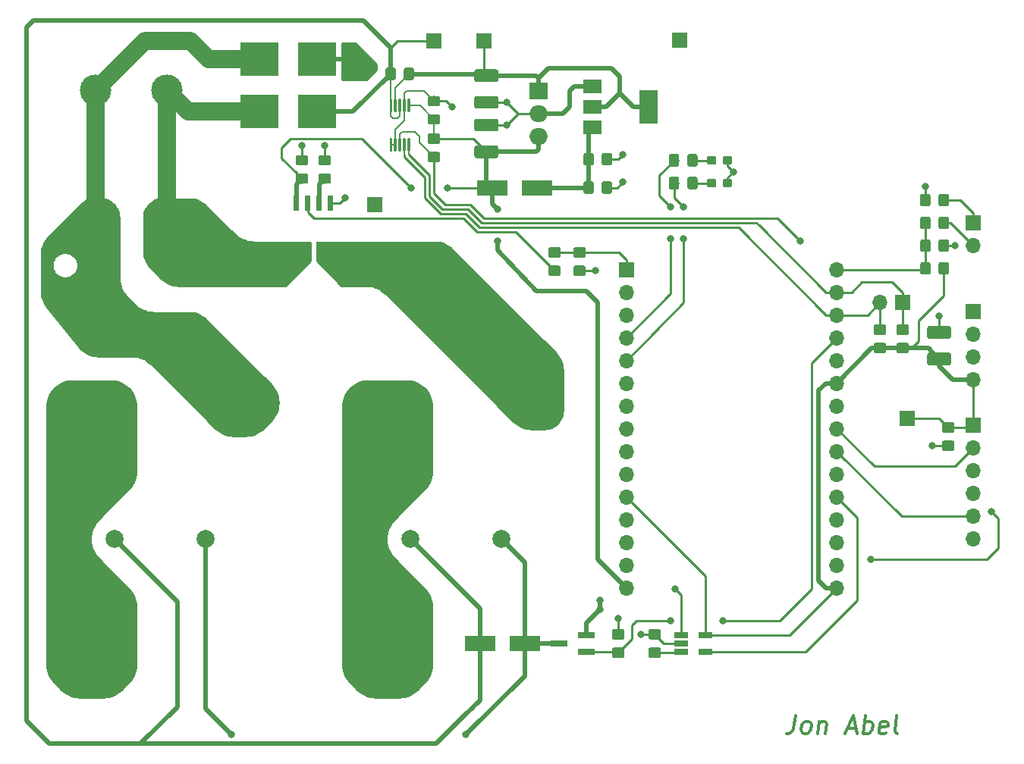
<source format=gbr>
G04 #@! TF.GenerationSoftware,KiCad,Pcbnew,(5.1.4)-1*
G04 #@! TF.CreationDate,2019-10-17T16:47:07-04:00*
G04 #@! TF.ProjectId,SegMan,5365674d-616e-42e6-9b69-6361645f7063,1.0*
G04 #@! TF.SameCoordinates,Original*
G04 #@! TF.FileFunction,Copper,L1,Top*
G04 #@! TF.FilePolarity,Positive*
%FSLAX46Y46*%
G04 Gerber Fmt 4.6, Leading zero omitted, Abs format (unit mm)*
G04 Created by KiCad (PCBNEW (5.1.4)-1) date 2019-10-17 16:47:07*
%MOMM*%
%LPD*%
G04 APERTURE LIST*
%ADD10C,0.300000*%
%ADD11C,3.500000*%
%ADD12O,1.700000X1.700000*%
%ADD13R,1.700000X1.700000*%
%ADD14C,0.100000*%
%ADD15C,1.425000*%
%ADD16C,1.150000*%
%ADD17C,0.950000*%
%ADD18R,3.500000X1.800000*%
%ADD19R,1.560000X0.650000*%
%ADD20C,0.300000*%
%ADD21R,2.000000X1.905000*%
%ADD22O,2.000000X1.905000*%
%ADD23C,2.000000*%
%ADD24C,4.000000*%
%ADD25C,0.600000*%
%ADD26R,1.900000X0.800000*%
%ADD27R,4.240000X3.810000*%
%ADD28R,2.000000X3.800000*%
%ADD29R,2.000000X1.500000*%
%ADD30C,0.800000*%
%ADD31C,0.250000*%
%ADD32C,0.500000*%
%ADD33C,0.200000*%
%ADD34C,2.000000*%
%ADD35C,0.254000*%
G04 APERTURE END LIST*
D10*
X173183458Y-142414761D02*
X173004886Y-143843333D01*
X172873934Y-144129047D01*
X172659648Y-144319523D01*
X172362029Y-144414761D01*
X172171553Y-144414761D01*
X174171553Y-144414761D02*
X173992982Y-144319523D01*
X173909648Y-144224285D01*
X173838220Y-144033809D01*
X173909648Y-143462380D01*
X174028696Y-143271904D01*
X174135839Y-143176666D01*
X174338220Y-143081428D01*
X174623934Y-143081428D01*
X174802505Y-143176666D01*
X174885839Y-143271904D01*
X174957267Y-143462380D01*
X174885839Y-144033809D01*
X174766791Y-144224285D01*
X174659648Y-144319523D01*
X174457267Y-144414761D01*
X174171553Y-144414761D01*
X175862029Y-143081428D02*
X175695363Y-144414761D01*
X175838220Y-143271904D02*
X175945363Y-143176666D01*
X176147744Y-143081428D01*
X176433458Y-143081428D01*
X176612029Y-143176666D01*
X176683458Y-143367142D01*
X176552505Y-144414761D01*
X179004886Y-143843333D02*
X179957267Y-143843333D01*
X178742982Y-144414761D02*
X179659648Y-142414761D01*
X180076315Y-144414761D01*
X180742982Y-144414761D02*
X180992982Y-142414761D01*
X180897744Y-143176666D02*
X181100125Y-143081428D01*
X181481077Y-143081428D01*
X181659648Y-143176666D01*
X181742982Y-143271904D01*
X181814410Y-143462380D01*
X181742982Y-144033809D01*
X181623934Y-144224285D01*
X181516791Y-144319523D01*
X181314410Y-144414761D01*
X180933458Y-144414761D01*
X180754886Y-144319523D01*
X183326315Y-144319523D02*
X183123934Y-144414761D01*
X182742982Y-144414761D01*
X182564410Y-144319523D01*
X182492982Y-144129047D01*
X182588220Y-143367142D01*
X182707267Y-143176666D01*
X182909648Y-143081428D01*
X183290601Y-143081428D01*
X183469172Y-143176666D01*
X183540601Y-143367142D01*
X183516791Y-143557619D01*
X182540601Y-143748095D01*
X184552505Y-144414761D02*
X184373934Y-144319523D01*
X184302505Y-144129047D01*
X184516791Y-142414761D01*
D11*
X95100000Y-87757000D03*
X103020000Y-87757000D03*
X95100000Y-72517000D03*
X103020000Y-72517000D03*
D12*
X154305000Y-97663000D03*
X154305000Y-115443000D03*
X154305000Y-125603000D03*
X154305000Y-123063000D03*
X154305000Y-95123000D03*
X154305000Y-102743000D03*
D13*
X154305000Y-92583000D03*
D12*
X154305000Y-128143000D03*
X154305000Y-120523000D03*
X154305000Y-117983000D03*
X154305000Y-107823000D03*
X154305000Y-110363000D03*
X154305000Y-105283000D03*
X154305000Y-112903000D03*
X154305000Y-100203000D03*
X177800000Y-123063000D03*
X177800000Y-100203000D03*
X177800000Y-95123000D03*
X177800000Y-117983000D03*
X177800000Y-97663000D03*
X177800000Y-115443000D03*
X177800000Y-92583000D03*
X177800000Y-125603000D03*
X177800000Y-110363000D03*
X177800000Y-120523000D03*
X177800000Y-102743000D03*
X177800000Y-112903000D03*
X177800000Y-128143000D03*
X177800000Y-105283000D03*
X177800000Y-107823000D03*
D14*
G36*
X190329504Y-101868204D02*
G01*
X190353773Y-101871804D01*
X190377571Y-101877765D01*
X190400671Y-101886030D01*
X190422849Y-101896520D01*
X190443893Y-101909133D01*
X190463598Y-101923747D01*
X190481777Y-101940223D01*
X190498253Y-101958402D01*
X190512867Y-101978107D01*
X190525480Y-101999151D01*
X190535970Y-102021329D01*
X190544235Y-102044429D01*
X190550196Y-102068227D01*
X190553796Y-102092496D01*
X190555000Y-102117000D01*
X190555000Y-103042000D01*
X190553796Y-103066504D01*
X190550196Y-103090773D01*
X190544235Y-103114571D01*
X190535970Y-103137671D01*
X190525480Y-103159849D01*
X190512867Y-103180893D01*
X190498253Y-103200598D01*
X190481777Y-103218777D01*
X190463598Y-103235253D01*
X190443893Y-103249867D01*
X190422849Y-103262480D01*
X190400671Y-103272970D01*
X190377571Y-103281235D01*
X190353773Y-103287196D01*
X190329504Y-103290796D01*
X190305000Y-103292000D01*
X188155000Y-103292000D01*
X188130496Y-103290796D01*
X188106227Y-103287196D01*
X188082429Y-103281235D01*
X188059329Y-103272970D01*
X188037151Y-103262480D01*
X188016107Y-103249867D01*
X187996402Y-103235253D01*
X187978223Y-103218777D01*
X187961747Y-103200598D01*
X187947133Y-103180893D01*
X187934520Y-103159849D01*
X187924030Y-103137671D01*
X187915765Y-103114571D01*
X187909804Y-103090773D01*
X187906204Y-103066504D01*
X187905000Y-103042000D01*
X187905000Y-102117000D01*
X187906204Y-102092496D01*
X187909804Y-102068227D01*
X187915765Y-102044429D01*
X187924030Y-102021329D01*
X187934520Y-101999151D01*
X187947133Y-101978107D01*
X187961747Y-101958402D01*
X187978223Y-101940223D01*
X187996402Y-101923747D01*
X188016107Y-101909133D01*
X188037151Y-101896520D01*
X188059329Y-101886030D01*
X188082429Y-101877765D01*
X188106227Y-101871804D01*
X188130496Y-101868204D01*
X188155000Y-101867000D01*
X190305000Y-101867000D01*
X190329504Y-101868204D01*
X190329504Y-101868204D01*
G37*
D15*
X189230000Y-102579500D03*
D14*
G36*
X190329504Y-98893204D02*
G01*
X190353773Y-98896804D01*
X190377571Y-98902765D01*
X190400671Y-98911030D01*
X190422849Y-98921520D01*
X190443893Y-98934133D01*
X190463598Y-98948747D01*
X190481777Y-98965223D01*
X190498253Y-98983402D01*
X190512867Y-99003107D01*
X190525480Y-99024151D01*
X190535970Y-99046329D01*
X190544235Y-99069429D01*
X190550196Y-99093227D01*
X190553796Y-99117496D01*
X190555000Y-99142000D01*
X190555000Y-100067000D01*
X190553796Y-100091504D01*
X190550196Y-100115773D01*
X190544235Y-100139571D01*
X190535970Y-100162671D01*
X190525480Y-100184849D01*
X190512867Y-100205893D01*
X190498253Y-100225598D01*
X190481777Y-100243777D01*
X190463598Y-100260253D01*
X190443893Y-100274867D01*
X190422849Y-100287480D01*
X190400671Y-100297970D01*
X190377571Y-100306235D01*
X190353773Y-100312196D01*
X190329504Y-100315796D01*
X190305000Y-100317000D01*
X188155000Y-100317000D01*
X188130496Y-100315796D01*
X188106227Y-100312196D01*
X188082429Y-100306235D01*
X188059329Y-100297970D01*
X188037151Y-100287480D01*
X188016107Y-100274867D01*
X187996402Y-100260253D01*
X187978223Y-100243777D01*
X187961747Y-100225598D01*
X187947133Y-100205893D01*
X187934520Y-100184849D01*
X187924030Y-100162671D01*
X187915765Y-100139571D01*
X187909804Y-100115773D01*
X187906204Y-100091504D01*
X187905000Y-100067000D01*
X187905000Y-99142000D01*
X187906204Y-99117496D01*
X187909804Y-99093227D01*
X187915765Y-99069429D01*
X187924030Y-99046329D01*
X187934520Y-99024151D01*
X187947133Y-99003107D01*
X187961747Y-98983402D01*
X187978223Y-98965223D01*
X187996402Y-98948747D01*
X188016107Y-98934133D01*
X188037151Y-98921520D01*
X188059329Y-98911030D01*
X188082429Y-98902765D01*
X188106227Y-98896804D01*
X188130496Y-98893204D01*
X188155000Y-98892000D01*
X190305000Y-98892000D01*
X190329504Y-98893204D01*
X190329504Y-98893204D01*
G37*
D15*
X189230000Y-99604500D03*
D14*
G36*
X188046505Y-89217204D02*
G01*
X188070773Y-89220804D01*
X188094572Y-89226765D01*
X188117671Y-89235030D01*
X188139850Y-89245520D01*
X188160893Y-89258132D01*
X188180599Y-89272747D01*
X188198777Y-89289223D01*
X188215253Y-89307401D01*
X188229868Y-89327107D01*
X188242480Y-89348150D01*
X188252970Y-89370329D01*
X188261235Y-89393428D01*
X188267196Y-89417227D01*
X188270796Y-89441495D01*
X188272000Y-89465999D01*
X188272000Y-90366001D01*
X188270796Y-90390505D01*
X188267196Y-90414773D01*
X188261235Y-90438572D01*
X188252970Y-90461671D01*
X188242480Y-90483850D01*
X188229868Y-90504893D01*
X188215253Y-90524599D01*
X188198777Y-90542777D01*
X188180599Y-90559253D01*
X188160893Y-90573868D01*
X188139850Y-90586480D01*
X188117671Y-90596970D01*
X188094572Y-90605235D01*
X188070773Y-90611196D01*
X188046505Y-90614796D01*
X188022001Y-90616000D01*
X187371999Y-90616000D01*
X187347495Y-90614796D01*
X187323227Y-90611196D01*
X187299428Y-90605235D01*
X187276329Y-90596970D01*
X187254150Y-90586480D01*
X187233107Y-90573868D01*
X187213401Y-90559253D01*
X187195223Y-90542777D01*
X187178747Y-90524599D01*
X187164132Y-90504893D01*
X187151520Y-90483850D01*
X187141030Y-90461671D01*
X187132765Y-90438572D01*
X187126804Y-90414773D01*
X187123204Y-90390505D01*
X187122000Y-90366001D01*
X187122000Y-89465999D01*
X187123204Y-89441495D01*
X187126804Y-89417227D01*
X187132765Y-89393428D01*
X187141030Y-89370329D01*
X187151520Y-89348150D01*
X187164132Y-89327107D01*
X187178747Y-89307401D01*
X187195223Y-89289223D01*
X187213401Y-89272747D01*
X187233107Y-89258132D01*
X187254150Y-89245520D01*
X187276329Y-89235030D01*
X187299428Y-89226765D01*
X187323227Y-89220804D01*
X187347495Y-89217204D01*
X187371999Y-89216000D01*
X188022001Y-89216000D01*
X188046505Y-89217204D01*
X188046505Y-89217204D01*
G37*
D16*
X187697000Y-89916000D03*
D14*
G36*
X190096505Y-89217204D02*
G01*
X190120773Y-89220804D01*
X190144572Y-89226765D01*
X190167671Y-89235030D01*
X190189850Y-89245520D01*
X190210893Y-89258132D01*
X190230599Y-89272747D01*
X190248777Y-89289223D01*
X190265253Y-89307401D01*
X190279868Y-89327107D01*
X190292480Y-89348150D01*
X190302970Y-89370329D01*
X190311235Y-89393428D01*
X190317196Y-89417227D01*
X190320796Y-89441495D01*
X190322000Y-89465999D01*
X190322000Y-90366001D01*
X190320796Y-90390505D01*
X190317196Y-90414773D01*
X190311235Y-90438572D01*
X190302970Y-90461671D01*
X190292480Y-90483850D01*
X190279868Y-90504893D01*
X190265253Y-90524599D01*
X190248777Y-90542777D01*
X190230599Y-90559253D01*
X190210893Y-90573868D01*
X190189850Y-90586480D01*
X190167671Y-90596970D01*
X190144572Y-90605235D01*
X190120773Y-90611196D01*
X190096505Y-90614796D01*
X190072001Y-90616000D01*
X189421999Y-90616000D01*
X189397495Y-90614796D01*
X189373227Y-90611196D01*
X189349428Y-90605235D01*
X189326329Y-90596970D01*
X189304150Y-90586480D01*
X189283107Y-90573868D01*
X189263401Y-90559253D01*
X189245223Y-90542777D01*
X189228747Y-90524599D01*
X189214132Y-90504893D01*
X189201520Y-90483850D01*
X189191030Y-90461671D01*
X189182765Y-90438572D01*
X189176804Y-90414773D01*
X189173204Y-90390505D01*
X189172000Y-90366001D01*
X189172000Y-89465999D01*
X189173204Y-89441495D01*
X189176804Y-89417227D01*
X189182765Y-89393428D01*
X189191030Y-89370329D01*
X189201520Y-89348150D01*
X189214132Y-89327107D01*
X189228747Y-89307401D01*
X189245223Y-89289223D01*
X189263401Y-89272747D01*
X189283107Y-89258132D01*
X189304150Y-89245520D01*
X189326329Y-89235030D01*
X189349428Y-89226765D01*
X189373227Y-89220804D01*
X189397495Y-89217204D01*
X189421999Y-89216000D01*
X190072001Y-89216000D01*
X190096505Y-89217204D01*
X190096505Y-89217204D01*
G37*
D16*
X189747000Y-89916000D03*
D14*
G36*
X157954505Y-134808204D02*
G01*
X157978773Y-134811804D01*
X158002572Y-134817765D01*
X158025671Y-134826030D01*
X158047850Y-134836520D01*
X158068893Y-134849132D01*
X158088599Y-134863747D01*
X158106777Y-134880223D01*
X158123253Y-134898401D01*
X158137868Y-134918107D01*
X158150480Y-134939150D01*
X158160970Y-134961329D01*
X158169235Y-134984428D01*
X158175196Y-135008227D01*
X158178796Y-135032495D01*
X158180000Y-135056999D01*
X158180000Y-135707001D01*
X158178796Y-135731505D01*
X158175196Y-135755773D01*
X158169235Y-135779572D01*
X158160970Y-135802671D01*
X158150480Y-135824850D01*
X158137868Y-135845893D01*
X158123253Y-135865599D01*
X158106777Y-135883777D01*
X158088599Y-135900253D01*
X158068893Y-135914868D01*
X158047850Y-135927480D01*
X158025671Y-135937970D01*
X158002572Y-135946235D01*
X157978773Y-135952196D01*
X157954505Y-135955796D01*
X157930001Y-135957000D01*
X157029999Y-135957000D01*
X157005495Y-135955796D01*
X156981227Y-135952196D01*
X156957428Y-135946235D01*
X156934329Y-135937970D01*
X156912150Y-135927480D01*
X156891107Y-135914868D01*
X156871401Y-135900253D01*
X156853223Y-135883777D01*
X156836747Y-135865599D01*
X156822132Y-135845893D01*
X156809520Y-135824850D01*
X156799030Y-135802671D01*
X156790765Y-135779572D01*
X156784804Y-135755773D01*
X156781204Y-135731505D01*
X156780000Y-135707001D01*
X156780000Y-135056999D01*
X156781204Y-135032495D01*
X156784804Y-135008227D01*
X156790765Y-134984428D01*
X156799030Y-134961329D01*
X156809520Y-134939150D01*
X156822132Y-134918107D01*
X156836747Y-134898401D01*
X156853223Y-134880223D01*
X156871401Y-134863747D01*
X156891107Y-134849132D01*
X156912150Y-134836520D01*
X156934329Y-134826030D01*
X156957428Y-134817765D01*
X156981227Y-134811804D01*
X157005495Y-134808204D01*
X157029999Y-134807000D01*
X157930001Y-134807000D01*
X157954505Y-134808204D01*
X157954505Y-134808204D01*
G37*
D16*
X157480000Y-135382000D03*
D14*
G36*
X157954505Y-132758204D02*
G01*
X157978773Y-132761804D01*
X158002572Y-132767765D01*
X158025671Y-132776030D01*
X158047850Y-132786520D01*
X158068893Y-132799132D01*
X158088599Y-132813747D01*
X158106777Y-132830223D01*
X158123253Y-132848401D01*
X158137868Y-132868107D01*
X158150480Y-132889150D01*
X158160970Y-132911329D01*
X158169235Y-132934428D01*
X158175196Y-132958227D01*
X158178796Y-132982495D01*
X158180000Y-133006999D01*
X158180000Y-133657001D01*
X158178796Y-133681505D01*
X158175196Y-133705773D01*
X158169235Y-133729572D01*
X158160970Y-133752671D01*
X158150480Y-133774850D01*
X158137868Y-133795893D01*
X158123253Y-133815599D01*
X158106777Y-133833777D01*
X158088599Y-133850253D01*
X158068893Y-133864868D01*
X158047850Y-133877480D01*
X158025671Y-133887970D01*
X158002572Y-133896235D01*
X157978773Y-133902196D01*
X157954505Y-133905796D01*
X157930001Y-133907000D01*
X157029999Y-133907000D01*
X157005495Y-133905796D01*
X156981227Y-133902196D01*
X156957428Y-133896235D01*
X156934329Y-133887970D01*
X156912150Y-133877480D01*
X156891107Y-133864868D01*
X156871401Y-133850253D01*
X156853223Y-133833777D01*
X156836747Y-133815599D01*
X156822132Y-133795893D01*
X156809520Y-133774850D01*
X156799030Y-133752671D01*
X156790765Y-133729572D01*
X156784804Y-133705773D01*
X156781204Y-133681505D01*
X156780000Y-133657001D01*
X156780000Y-133006999D01*
X156781204Y-132982495D01*
X156784804Y-132958227D01*
X156790765Y-132934428D01*
X156799030Y-132911329D01*
X156809520Y-132889150D01*
X156822132Y-132868107D01*
X156836747Y-132848401D01*
X156853223Y-132830223D01*
X156871401Y-132813747D01*
X156891107Y-132799132D01*
X156912150Y-132786520D01*
X156934329Y-132776030D01*
X156957428Y-132767765D01*
X156981227Y-132761804D01*
X157005495Y-132758204D01*
X157029999Y-132757000D01*
X157930001Y-132757000D01*
X157954505Y-132758204D01*
X157954505Y-132758204D01*
G37*
D16*
X157480000Y-133332000D03*
D14*
G36*
X133316505Y-75245204D02*
G01*
X133340773Y-75248804D01*
X133364572Y-75254765D01*
X133387671Y-75263030D01*
X133409850Y-75273520D01*
X133430893Y-75286132D01*
X133450599Y-75300747D01*
X133468777Y-75317223D01*
X133485253Y-75335401D01*
X133499868Y-75355107D01*
X133512480Y-75376150D01*
X133522970Y-75398329D01*
X133531235Y-75421428D01*
X133537196Y-75445227D01*
X133540796Y-75469495D01*
X133542000Y-75493999D01*
X133542000Y-76144001D01*
X133540796Y-76168505D01*
X133537196Y-76192773D01*
X133531235Y-76216572D01*
X133522970Y-76239671D01*
X133512480Y-76261850D01*
X133499868Y-76282893D01*
X133485253Y-76302599D01*
X133468777Y-76320777D01*
X133450599Y-76337253D01*
X133430893Y-76351868D01*
X133409850Y-76364480D01*
X133387671Y-76374970D01*
X133364572Y-76383235D01*
X133340773Y-76389196D01*
X133316505Y-76392796D01*
X133292001Y-76394000D01*
X132391999Y-76394000D01*
X132367495Y-76392796D01*
X132343227Y-76389196D01*
X132319428Y-76383235D01*
X132296329Y-76374970D01*
X132274150Y-76364480D01*
X132253107Y-76351868D01*
X132233401Y-76337253D01*
X132215223Y-76320777D01*
X132198747Y-76302599D01*
X132184132Y-76282893D01*
X132171520Y-76261850D01*
X132161030Y-76239671D01*
X132152765Y-76216572D01*
X132146804Y-76192773D01*
X132143204Y-76168505D01*
X132142000Y-76144001D01*
X132142000Y-75493999D01*
X132143204Y-75469495D01*
X132146804Y-75445227D01*
X132152765Y-75421428D01*
X132161030Y-75398329D01*
X132171520Y-75376150D01*
X132184132Y-75355107D01*
X132198747Y-75335401D01*
X132215223Y-75317223D01*
X132233401Y-75300747D01*
X132253107Y-75286132D01*
X132274150Y-75273520D01*
X132296329Y-75263030D01*
X132319428Y-75254765D01*
X132343227Y-75248804D01*
X132367495Y-75245204D01*
X132391999Y-75244000D01*
X133292001Y-75244000D01*
X133316505Y-75245204D01*
X133316505Y-75245204D01*
G37*
D16*
X132842000Y-75819000D03*
D14*
G36*
X133316505Y-73195204D02*
G01*
X133340773Y-73198804D01*
X133364572Y-73204765D01*
X133387671Y-73213030D01*
X133409850Y-73223520D01*
X133430893Y-73236132D01*
X133450599Y-73250747D01*
X133468777Y-73267223D01*
X133485253Y-73285401D01*
X133499868Y-73305107D01*
X133512480Y-73326150D01*
X133522970Y-73348329D01*
X133531235Y-73371428D01*
X133537196Y-73395227D01*
X133540796Y-73419495D01*
X133542000Y-73443999D01*
X133542000Y-74094001D01*
X133540796Y-74118505D01*
X133537196Y-74142773D01*
X133531235Y-74166572D01*
X133522970Y-74189671D01*
X133512480Y-74211850D01*
X133499868Y-74232893D01*
X133485253Y-74252599D01*
X133468777Y-74270777D01*
X133450599Y-74287253D01*
X133430893Y-74301868D01*
X133409850Y-74314480D01*
X133387671Y-74324970D01*
X133364572Y-74333235D01*
X133340773Y-74339196D01*
X133316505Y-74342796D01*
X133292001Y-74344000D01*
X132391999Y-74344000D01*
X132367495Y-74342796D01*
X132343227Y-74339196D01*
X132319428Y-74333235D01*
X132296329Y-74324970D01*
X132274150Y-74314480D01*
X132253107Y-74301868D01*
X132233401Y-74287253D01*
X132215223Y-74270777D01*
X132198747Y-74252599D01*
X132184132Y-74232893D01*
X132171520Y-74211850D01*
X132161030Y-74189671D01*
X132152765Y-74166572D01*
X132146804Y-74142773D01*
X132143204Y-74118505D01*
X132142000Y-74094001D01*
X132142000Y-73443999D01*
X132143204Y-73419495D01*
X132146804Y-73395227D01*
X132152765Y-73371428D01*
X132161030Y-73348329D01*
X132171520Y-73326150D01*
X132184132Y-73305107D01*
X132198747Y-73285401D01*
X132215223Y-73267223D01*
X132233401Y-73250747D01*
X132253107Y-73236132D01*
X132274150Y-73223520D01*
X132296329Y-73213030D01*
X132319428Y-73204765D01*
X132343227Y-73198804D01*
X132367495Y-73195204D01*
X132391999Y-73194000D01*
X133292001Y-73194000D01*
X133316505Y-73195204D01*
X133316505Y-73195204D01*
G37*
D16*
X132842000Y-73769000D03*
D14*
G36*
X139783504Y-70227704D02*
G01*
X139807773Y-70231304D01*
X139831571Y-70237265D01*
X139854671Y-70245530D01*
X139876849Y-70256020D01*
X139897893Y-70268633D01*
X139917598Y-70283247D01*
X139935777Y-70299723D01*
X139952253Y-70317902D01*
X139966867Y-70337607D01*
X139979480Y-70358651D01*
X139989970Y-70380829D01*
X139998235Y-70403929D01*
X140004196Y-70427727D01*
X140007796Y-70451996D01*
X140009000Y-70476500D01*
X140009000Y-71401500D01*
X140007796Y-71426004D01*
X140004196Y-71450273D01*
X139998235Y-71474071D01*
X139989970Y-71497171D01*
X139979480Y-71519349D01*
X139966867Y-71540393D01*
X139952253Y-71560098D01*
X139935777Y-71578277D01*
X139917598Y-71594753D01*
X139897893Y-71609367D01*
X139876849Y-71621980D01*
X139854671Y-71632470D01*
X139831571Y-71640735D01*
X139807773Y-71646696D01*
X139783504Y-71650296D01*
X139759000Y-71651500D01*
X137609000Y-71651500D01*
X137584496Y-71650296D01*
X137560227Y-71646696D01*
X137536429Y-71640735D01*
X137513329Y-71632470D01*
X137491151Y-71621980D01*
X137470107Y-71609367D01*
X137450402Y-71594753D01*
X137432223Y-71578277D01*
X137415747Y-71560098D01*
X137401133Y-71540393D01*
X137388520Y-71519349D01*
X137378030Y-71497171D01*
X137369765Y-71474071D01*
X137363804Y-71450273D01*
X137360204Y-71426004D01*
X137359000Y-71401500D01*
X137359000Y-70476500D01*
X137360204Y-70451996D01*
X137363804Y-70427727D01*
X137369765Y-70403929D01*
X137378030Y-70380829D01*
X137388520Y-70358651D01*
X137401133Y-70337607D01*
X137415747Y-70317902D01*
X137432223Y-70299723D01*
X137450402Y-70283247D01*
X137470107Y-70268633D01*
X137491151Y-70256020D01*
X137513329Y-70245530D01*
X137536429Y-70237265D01*
X137560227Y-70231304D01*
X137584496Y-70227704D01*
X137609000Y-70226500D01*
X139759000Y-70226500D01*
X139783504Y-70227704D01*
X139783504Y-70227704D01*
G37*
D15*
X138684000Y-70939000D03*
D14*
G36*
X139783504Y-73202704D02*
G01*
X139807773Y-73206304D01*
X139831571Y-73212265D01*
X139854671Y-73220530D01*
X139876849Y-73231020D01*
X139897893Y-73243633D01*
X139917598Y-73258247D01*
X139935777Y-73274723D01*
X139952253Y-73292902D01*
X139966867Y-73312607D01*
X139979480Y-73333651D01*
X139989970Y-73355829D01*
X139998235Y-73378929D01*
X140004196Y-73402727D01*
X140007796Y-73426996D01*
X140009000Y-73451500D01*
X140009000Y-74376500D01*
X140007796Y-74401004D01*
X140004196Y-74425273D01*
X139998235Y-74449071D01*
X139989970Y-74472171D01*
X139979480Y-74494349D01*
X139966867Y-74515393D01*
X139952253Y-74535098D01*
X139935777Y-74553277D01*
X139917598Y-74569753D01*
X139897893Y-74584367D01*
X139876849Y-74596980D01*
X139854671Y-74607470D01*
X139831571Y-74615735D01*
X139807773Y-74621696D01*
X139783504Y-74625296D01*
X139759000Y-74626500D01*
X137609000Y-74626500D01*
X137584496Y-74625296D01*
X137560227Y-74621696D01*
X137536429Y-74615735D01*
X137513329Y-74607470D01*
X137491151Y-74596980D01*
X137470107Y-74584367D01*
X137450402Y-74569753D01*
X137432223Y-74553277D01*
X137415747Y-74535098D01*
X137401133Y-74515393D01*
X137388520Y-74494349D01*
X137378030Y-74472171D01*
X137369765Y-74449071D01*
X137363804Y-74425273D01*
X137360204Y-74401004D01*
X137359000Y-74376500D01*
X137359000Y-73451500D01*
X137360204Y-73426996D01*
X137363804Y-73402727D01*
X137369765Y-73378929D01*
X137378030Y-73355829D01*
X137388520Y-73333651D01*
X137401133Y-73312607D01*
X137415747Y-73292902D01*
X137432223Y-73274723D01*
X137450402Y-73258247D01*
X137470107Y-73243633D01*
X137491151Y-73231020D01*
X137513329Y-73220530D01*
X137536429Y-73212265D01*
X137560227Y-73206304D01*
X137584496Y-73202704D01*
X137609000Y-73201500D01*
X139759000Y-73201500D01*
X139783504Y-73202704D01*
X139783504Y-73202704D01*
G37*
D15*
X138684000Y-73914000D03*
D14*
G36*
X139783504Y-78717704D02*
G01*
X139807773Y-78721304D01*
X139831571Y-78727265D01*
X139854671Y-78735530D01*
X139876849Y-78746020D01*
X139897893Y-78758633D01*
X139917598Y-78773247D01*
X139935777Y-78789723D01*
X139952253Y-78807902D01*
X139966867Y-78827607D01*
X139979480Y-78848651D01*
X139989970Y-78870829D01*
X139998235Y-78893929D01*
X140004196Y-78917727D01*
X140007796Y-78941996D01*
X140009000Y-78966500D01*
X140009000Y-79891500D01*
X140007796Y-79916004D01*
X140004196Y-79940273D01*
X139998235Y-79964071D01*
X139989970Y-79987171D01*
X139979480Y-80009349D01*
X139966867Y-80030393D01*
X139952253Y-80050098D01*
X139935777Y-80068277D01*
X139917598Y-80084753D01*
X139897893Y-80099367D01*
X139876849Y-80111980D01*
X139854671Y-80122470D01*
X139831571Y-80130735D01*
X139807773Y-80136696D01*
X139783504Y-80140296D01*
X139759000Y-80141500D01*
X137609000Y-80141500D01*
X137584496Y-80140296D01*
X137560227Y-80136696D01*
X137536429Y-80130735D01*
X137513329Y-80122470D01*
X137491151Y-80111980D01*
X137470107Y-80099367D01*
X137450402Y-80084753D01*
X137432223Y-80068277D01*
X137415747Y-80050098D01*
X137401133Y-80030393D01*
X137388520Y-80009349D01*
X137378030Y-79987171D01*
X137369765Y-79964071D01*
X137363804Y-79940273D01*
X137360204Y-79916004D01*
X137359000Y-79891500D01*
X137359000Y-78966500D01*
X137360204Y-78941996D01*
X137363804Y-78917727D01*
X137369765Y-78893929D01*
X137378030Y-78870829D01*
X137388520Y-78848651D01*
X137401133Y-78827607D01*
X137415747Y-78807902D01*
X137432223Y-78789723D01*
X137450402Y-78773247D01*
X137470107Y-78758633D01*
X137491151Y-78746020D01*
X137513329Y-78735530D01*
X137536429Y-78727265D01*
X137560227Y-78721304D01*
X137584496Y-78717704D01*
X137609000Y-78716500D01*
X139759000Y-78716500D01*
X139783504Y-78717704D01*
X139783504Y-78717704D01*
G37*
D15*
X138684000Y-79429000D03*
D14*
G36*
X139783504Y-75742704D02*
G01*
X139807773Y-75746304D01*
X139831571Y-75752265D01*
X139854671Y-75760530D01*
X139876849Y-75771020D01*
X139897893Y-75783633D01*
X139917598Y-75798247D01*
X139935777Y-75814723D01*
X139952253Y-75832902D01*
X139966867Y-75852607D01*
X139979480Y-75873651D01*
X139989970Y-75895829D01*
X139998235Y-75918929D01*
X140004196Y-75942727D01*
X140007796Y-75966996D01*
X140009000Y-75991500D01*
X140009000Y-76916500D01*
X140007796Y-76941004D01*
X140004196Y-76965273D01*
X139998235Y-76989071D01*
X139989970Y-77012171D01*
X139979480Y-77034349D01*
X139966867Y-77055393D01*
X139952253Y-77075098D01*
X139935777Y-77093277D01*
X139917598Y-77109753D01*
X139897893Y-77124367D01*
X139876849Y-77136980D01*
X139854671Y-77147470D01*
X139831571Y-77155735D01*
X139807773Y-77161696D01*
X139783504Y-77165296D01*
X139759000Y-77166500D01*
X137609000Y-77166500D01*
X137584496Y-77165296D01*
X137560227Y-77161696D01*
X137536429Y-77155735D01*
X137513329Y-77147470D01*
X137491151Y-77136980D01*
X137470107Y-77124367D01*
X137450402Y-77109753D01*
X137432223Y-77093277D01*
X137415747Y-77075098D01*
X137401133Y-77055393D01*
X137388520Y-77034349D01*
X137378030Y-77012171D01*
X137369765Y-76989071D01*
X137363804Y-76965273D01*
X137360204Y-76941004D01*
X137359000Y-76916500D01*
X137359000Y-75991500D01*
X137360204Y-75966996D01*
X137363804Y-75942727D01*
X137369765Y-75918929D01*
X137378030Y-75895829D01*
X137388520Y-75873651D01*
X137401133Y-75852607D01*
X137415747Y-75832902D01*
X137432223Y-75814723D01*
X137450402Y-75798247D01*
X137470107Y-75783633D01*
X137491151Y-75771020D01*
X137513329Y-75760530D01*
X137536429Y-75752265D01*
X137560227Y-75746304D01*
X137584496Y-75742704D01*
X137609000Y-75741500D01*
X139759000Y-75741500D01*
X139783504Y-75742704D01*
X139783504Y-75742704D01*
G37*
D15*
X138684000Y-76454000D03*
D14*
G36*
X150454505Y-79565204D02*
G01*
X150478773Y-79568804D01*
X150502572Y-79574765D01*
X150525671Y-79583030D01*
X150547850Y-79593520D01*
X150568893Y-79606132D01*
X150588599Y-79620747D01*
X150606777Y-79637223D01*
X150623253Y-79655401D01*
X150637868Y-79675107D01*
X150650480Y-79696150D01*
X150660970Y-79718329D01*
X150669235Y-79741428D01*
X150675196Y-79765227D01*
X150678796Y-79789495D01*
X150680000Y-79813999D01*
X150680000Y-80714001D01*
X150678796Y-80738505D01*
X150675196Y-80762773D01*
X150669235Y-80786572D01*
X150660970Y-80809671D01*
X150650480Y-80831850D01*
X150637868Y-80852893D01*
X150623253Y-80872599D01*
X150606777Y-80890777D01*
X150588599Y-80907253D01*
X150568893Y-80921868D01*
X150547850Y-80934480D01*
X150525671Y-80944970D01*
X150502572Y-80953235D01*
X150478773Y-80959196D01*
X150454505Y-80962796D01*
X150430001Y-80964000D01*
X149779999Y-80964000D01*
X149755495Y-80962796D01*
X149731227Y-80959196D01*
X149707428Y-80953235D01*
X149684329Y-80944970D01*
X149662150Y-80934480D01*
X149641107Y-80921868D01*
X149621401Y-80907253D01*
X149603223Y-80890777D01*
X149586747Y-80872599D01*
X149572132Y-80852893D01*
X149559520Y-80831850D01*
X149549030Y-80809671D01*
X149540765Y-80786572D01*
X149534804Y-80762773D01*
X149531204Y-80738505D01*
X149530000Y-80714001D01*
X149530000Y-79813999D01*
X149531204Y-79789495D01*
X149534804Y-79765227D01*
X149540765Y-79741428D01*
X149549030Y-79718329D01*
X149559520Y-79696150D01*
X149572132Y-79675107D01*
X149586747Y-79655401D01*
X149603223Y-79637223D01*
X149621401Y-79620747D01*
X149641107Y-79606132D01*
X149662150Y-79593520D01*
X149684329Y-79583030D01*
X149707428Y-79574765D01*
X149731227Y-79568804D01*
X149755495Y-79565204D01*
X149779999Y-79564000D01*
X150430001Y-79564000D01*
X150454505Y-79565204D01*
X150454505Y-79565204D01*
G37*
D16*
X150105000Y-80264000D03*
D14*
G36*
X152504505Y-79565204D02*
G01*
X152528773Y-79568804D01*
X152552572Y-79574765D01*
X152575671Y-79583030D01*
X152597850Y-79593520D01*
X152618893Y-79606132D01*
X152638599Y-79620747D01*
X152656777Y-79637223D01*
X152673253Y-79655401D01*
X152687868Y-79675107D01*
X152700480Y-79696150D01*
X152710970Y-79718329D01*
X152719235Y-79741428D01*
X152725196Y-79765227D01*
X152728796Y-79789495D01*
X152730000Y-79813999D01*
X152730000Y-80714001D01*
X152728796Y-80738505D01*
X152725196Y-80762773D01*
X152719235Y-80786572D01*
X152710970Y-80809671D01*
X152700480Y-80831850D01*
X152687868Y-80852893D01*
X152673253Y-80872599D01*
X152656777Y-80890777D01*
X152638599Y-80907253D01*
X152618893Y-80921868D01*
X152597850Y-80934480D01*
X152575671Y-80944970D01*
X152552572Y-80953235D01*
X152528773Y-80959196D01*
X152504505Y-80962796D01*
X152480001Y-80964000D01*
X151829999Y-80964000D01*
X151805495Y-80962796D01*
X151781227Y-80959196D01*
X151757428Y-80953235D01*
X151734329Y-80944970D01*
X151712150Y-80934480D01*
X151691107Y-80921868D01*
X151671401Y-80907253D01*
X151653223Y-80890777D01*
X151636747Y-80872599D01*
X151622132Y-80852893D01*
X151609520Y-80831850D01*
X151599030Y-80809671D01*
X151590765Y-80786572D01*
X151584804Y-80762773D01*
X151581204Y-80738505D01*
X151580000Y-80714001D01*
X151580000Y-79813999D01*
X151581204Y-79789495D01*
X151584804Y-79765227D01*
X151590765Y-79741428D01*
X151599030Y-79718329D01*
X151609520Y-79696150D01*
X151622132Y-79675107D01*
X151636747Y-79655401D01*
X151653223Y-79637223D01*
X151671401Y-79620747D01*
X151691107Y-79606132D01*
X151712150Y-79593520D01*
X151734329Y-79583030D01*
X151757428Y-79574765D01*
X151781227Y-79568804D01*
X151805495Y-79565204D01*
X151829999Y-79564000D01*
X152480001Y-79564000D01*
X152504505Y-79565204D01*
X152504505Y-79565204D01*
G37*
D16*
X152155000Y-80264000D03*
D14*
G36*
X165904779Y-79917144D02*
G01*
X165927834Y-79920563D01*
X165950443Y-79926227D01*
X165972387Y-79934079D01*
X165993457Y-79944044D01*
X166013448Y-79956026D01*
X166032168Y-79969910D01*
X166049438Y-79985562D01*
X166065090Y-80002832D01*
X166078974Y-80021552D01*
X166090956Y-80041543D01*
X166100921Y-80062613D01*
X166108773Y-80084557D01*
X166114437Y-80107166D01*
X166117856Y-80130221D01*
X166119000Y-80153500D01*
X166119000Y-80628500D01*
X166117856Y-80651779D01*
X166114437Y-80674834D01*
X166108773Y-80697443D01*
X166100921Y-80719387D01*
X166090956Y-80740457D01*
X166078974Y-80760448D01*
X166065090Y-80779168D01*
X166049438Y-80796438D01*
X166032168Y-80812090D01*
X166013448Y-80825974D01*
X165993457Y-80837956D01*
X165972387Y-80847921D01*
X165950443Y-80855773D01*
X165927834Y-80861437D01*
X165904779Y-80864856D01*
X165881500Y-80866000D01*
X165306500Y-80866000D01*
X165283221Y-80864856D01*
X165260166Y-80861437D01*
X165237557Y-80855773D01*
X165215613Y-80847921D01*
X165194543Y-80837956D01*
X165174552Y-80825974D01*
X165155832Y-80812090D01*
X165138562Y-80796438D01*
X165122910Y-80779168D01*
X165109026Y-80760448D01*
X165097044Y-80740457D01*
X165087079Y-80719387D01*
X165079227Y-80697443D01*
X165073563Y-80674834D01*
X165070144Y-80651779D01*
X165069000Y-80628500D01*
X165069000Y-80153500D01*
X165070144Y-80130221D01*
X165073563Y-80107166D01*
X165079227Y-80084557D01*
X165087079Y-80062613D01*
X165097044Y-80041543D01*
X165109026Y-80021552D01*
X165122910Y-80002832D01*
X165138562Y-79985562D01*
X165155832Y-79969910D01*
X165174552Y-79956026D01*
X165194543Y-79944044D01*
X165215613Y-79934079D01*
X165237557Y-79926227D01*
X165260166Y-79920563D01*
X165283221Y-79917144D01*
X165306500Y-79916000D01*
X165881500Y-79916000D01*
X165904779Y-79917144D01*
X165904779Y-79917144D01*
G37*
D17*
X165594000Y-80391000D03*
D14*
G36*
X164154779Y-79917144D02*
G01*
X164177834Y-79920563D01*
X164200443Y-79926227D01*
X164222387Y-79934079D01*
X164243457Y-79944044D01*
X164263448Y-79956026D01*
X164282168Y-79969910D01*
X164299438Y-79985562D01*
X164315090Y-80002832D01*
X164328974Y-80021552D01*
X164340956Y-80041543D01*
X164350921Y-80062613D01*
X164358773Y-80084557D01*
X164364437Y-80107166D01*
X164367856Y-80130221D01*
X164369000Y-80153500D01*
X164369000Y-80628500D01*
X164367856Y-80651779D01*
X164364437Y-80674834D01*
X164358773Y-80697443D01*
X164350921Y-80719387D01*
X164340956Y-80740457D01*
X164328974Y-80760448D01*
X164315090Y-80779168D01*
X164299438Y-80796438D01*
X164282168Y-80812090D01*
X164263448Y-80825974D01*
X164243457Y-80837956D01*
X164222387Y-80847921D01*
X164200443Y-80855773D01*
X164177834Y-80861437D01*
X164154779Y-80864856D01*
X164131500Y-80866000D01*
X163556500Y-80866000D01*
X163533221Y-80864856D01*
X163510166Y-80861437D01*
X163487557Y-80855773D01*
X163465613Y-80847921D01*
X163444543Y-80837956D01*
X163424552Y-80825974D01*
X163405832Y-80812090D01*
X163388562Y-80796438D01*
X163372910Y-80779168D01*
X163359026Y-80760448D01*
X163347044Y-80740457D01*
X163337079Y-80719387D01*
X163329227Y-80697443D01*
X163323563Y-80674834D01*
X163320144Y-80651779D01*
X163319000Y-80628500D01*
X163319000Y-80153500D01*
X163320144Y-80130221D01*
X163323563Y-80107166D01*
X163329227Y-80084557D01*
X163337079Y-80062613D01*
X163347044Y-80041543D01*
X163359026Y-80021552D01*
X163372910Y-80002832D01*
X163388562Y-79985562D01*
X163405832Y-79969910D01*
X163424552Y-79956026D01*
X163444543Y-79944044D01*
X163465613Y-79934079D01*
X163487557Y-79926227D01*
X163510166Y-79920563D01*
X163533221Y-79917144D01*
X163556500Y-79916000D01*
X164131500Y-79916000D01*
X164154779Y-79917144D01*
X164154779Y-79917144D01*
G37*
D17*
X163844000Y-80391000D03*
D18*
X139359000Y-83439000D03*
X144359000Y-83439000D03*
D12*
X193040000Y-89916000D03*
D13*
X193040000Y-87376000D03*
D14*
G36*
X183100505Y-100781204D02*
G01*
X183124773Y-100784804D01*
X183148572Y-100790765D01*
X183171671Y-100799030D01*
X183193850Y-100809520D01*
X183214893Y-100822132D01*
X183234599Y-100836747D01*
X183252777Y-100853223D01*
X183269253Y-100871401D01*
X183283868Y-100891107D01*
X183296480Y-100912150D01*
X183306970Y-100934329D01*
X183315235Y-100957428D01*
X183321196Y-100981227D01*
X183324796Y-101005495D01*
X183326000Y-101029999D01*
X183326000Y-101680001D01*
X183324796Y-101704505D01*
X183321196Y-101728773D01*
X183315235Y-101752572D01*
X183306970Y-101775671D01*
X183296480Y-101797850D01*
X183283868Y-101818893D01*
X183269253Y-101838599D01*
X183252777Y-101856777D01*
X183234599Y-101873253D01*
X183214893Y-101887868D01*
X183193850Y-101900480D01*
X183171671Y-101910970D01*
X183148572Y-101919235D01*
X183124773Y-101925196D01*
X183100505Y-101928796D01*
X183076001Y-101930000D01*
X182175999Y-101930000D01*
X182151495Y-101928796D01*
X182127227Y-101925196D01*
X182103428Y-101919235D01*
X182080329Y-101910970D01*
X182058150Y-101900480D01*
X182037107Y-101887868D01*
X182017401Y-101873253D01*
X181999223Y-101856777D01*
X181982747Y-101838599D01*
X181968132Y-101818893D01*
X181955520Y-101797850D01*
X181945030Y-101775671D01*
X181936765Y-101752572D01*
X181930804Y-101728773D01*
X181927204Y-101704505D01*
X181926000Y-101680001D01*
X181926000Y-101029999D01*
X181927204Y-101005495D01*
X181930804Y-100981227D01*
X181936765Y-100957428D01*
X181945030Y-100934329D01*
X181955520Y-100912150D01*
X181968132Y-100891107D01*
X181982747Y-100871401D01*
X181999223Y-100853223D01*
X182017401Y-100836747D01*
X182037107Y-100822132D01*
X182058150Y-100809520D01*
X182080329Y-100799030D01*
X182103428Y-100790765D01*
X182127227Y-100784804D01*
X182151495Y-100781204D01*
X182175999Y-100780000D01*
X183076001Y-100780000D01*
X183100505Y-100781204D01*
X183100505Y-100781204D01*
G37*
D16*
X182626000Y-101355000D03*
D14*
G36*
X183100505Y-98731204D02*
G01*
X183124773Y-98734804D01*
X183148572Y-98740765D01*
X183171671Y-98749030D01*
X183193850Y-98759520D01*
X183214893Y-98772132D01*
X183234599Y-98786747D01*
X183252777Y-98803223D01*
X183269253Y-98821401D01*
X183283868Y-98841107D01*
X183296480Y-98862150D01*
X183306970Y-98884329D01*
X183315235Y-98907428D01*
X183321196Y-98931227D01*
X183324796Y-98955495D01*
X183326000Y-98979999D01*
X183326000Y-99630001D01*
X183324796Y-99654505D01*
X183321196Y-99678773D01*
X183315235Y-99702572D01*
X183306970Y-99725671D01*
X183296480Y-99747850D01*
X183283868Y-99768893D01*
X183269253Y-99788599D01*
X183252777Y-99806777D01*
X183234599Y-99823253D01*
X183214893Y-99837868D01*
X183193850Y-99850480D01*
X183171671Y-99860970D01*
X183148572Y-99869235D01*
X183124773Y-99875196D01*
X183100505Y-99878796D01*
X183076001Y-99880000D01*
X182175999Y-99880000D01*
X182151495Y-99878796D01*
X182127227Y-99875196D01*
X182103428Y-99869235D01*
X182080329Y-99860970D01*
X182058150Y-99850480D01*
X182037107Y-99837868D01*
X182017401Y-99823253D01*
X181999223Y-99806777D01*
X181982747Y-99788599D01*
X181968132Y-99768893D01*
X181955520Y-99747850D01*
X181945030Y-99725671D01*
X181936765Y-99702572D01*
X181930804Y-99678773D01*
X181927204Y-99654505D01*
X181926000Y-99630001D01*
X181926000Y-98979999D01*
X181927204Y-98955495D01*
X181930804Y-98931227D01*
X181936765Y-98907428D01*
X181945030Y-98884329D01*
X181955520Y-98862150D01*
X181968132Y-98841107D01*
X181982747Y-98821401D01*
X181999223Y-98803223D01*
X182017401Y-98786747D01*
X182037107Y-98772132D01*
X182058150Y-98759520D01*
X182080329Y-98749030D01*
X182103428Y-98740765D01*
X182127227Y-98734804D01*
X182151495Y-98731204D01*
X182175999Y-98730000D01*
X183076001Y-98730000D01*
X183100505Y-98731204D01*
X183100505Y-98731204D01*
G37*
D16*
X182626000Y-99305000D03*
D14*
G36*
X185640505Y-98731204D02*
G01*
X185664773Y-98734804D01*
X185688572Y-98740765D01*
X185711671Y-98749030D01*
X185733850Y-98759520D01*
X185754893Y-98772132D01*
X185774599Y-98786747D01*
X185792777Y-98803223D01*
X185809253Y-98821401D01*
X185823868Y-98841107D01*
X185836480Y-98862150D01*
X185846970Y-98884329D01*
X185855235Y-98907428D01*
X185861196Y-98931227D01*
X185864796Y-98955495D01*
X185866000Y-98979999D01*
X185866000Y-99630001D01*
X185864796Y-99654505D01*
X185861196Y-99678773D01*
X185855235Y-99702572D01*
X185846970Y-99725671D01*
X185836480Y-99747850D01*
X185823868Y-99768893D01*
X185809253Y-99788599D01*
X185792777Y-99806777D01*
X185774599Y-99823253D01*
X185754893Y-99837868D01*
X185733850Y-99850480D01*
X185711671Y-99860970D01*
X185688572Y-99869235D01*
X185664773Y-99875196D01*
X185640505Y-99878796D01*
X185616001Y-99880000D01*
X184715999Y-99880000D01*
X184691495Y-99878796D01*
X184667227Y-99875196D01*
X184643428Y-99869235D01*
X184620329Y-99860970D01*
X184598150Y-99850480D01*
X184577107Y-99837868D01*
X184557401Y-99823253D01*
X184539223Y-99806777D01*
X184522747Y-99788599D01*
X184508132Y-99768893D01*
X184495520Y-99747850D01*
X184485030Y-99725671D01*
X184476765Y-99702572D01*
X184470804Y-99678773D01*
X184467204Y-99654505D01*
X184466000Y-99630001D01*
X184466000Y-98979999D01*
X184467204Y-98955495D01*
X184470804Y-98931227D01*
X184476765Y-98907428D01*
X184485030Y-98884329D01*
X184495520Y-98862150D01*
X184508132Y-98841107D01*
X184522747Y-98821401D01*
X184539223Y-98803223D01*
X184557401Y-98786747D01*
X184577107Y-98772132D01*
X184598150Y-98759520D01*
X184620329Y-98749030D01*
X184643428Y-98740765D01*
X184667227Y-98734804D01*
X184691495Y-98731204D01*
X184715999Y-98730000D01*
X185616001Y-98730000D01*
X185640505Y-98731204D01*
X185640505Y-98731204D01*
G37*
D16*
X185166000Y-99305000D03*
D14*
G36*
X185640505Y-100781204D02*
G01*
X185664773Y-100784804D01*
X185688572Y-100790765D01*
X185711671Y-100799030D01*
X185733850Y-100809520D01*
X185754893Y-100822132D01*
X185774599Y-100836747D01*
X185792777Y-100853223D01*
X185809253Y-100871401D01*
X185823868Y-100891107D01*
X185836480Y-100912150D01*
X185846970Y-100934329D01*
X185855235Y-100957428D01*
X185861196Y-100981227D01*
X185864796Y-101005495D01*
X185866000Y-101029999D01*
X185866000Y-101680001D01*
X185864796Y-101704505D01*
X185861196Y-101728773D01*
X185855235Y-101752572D01*
X185846970Y-101775671D01*
X185836480Y-101797850D01*
X185823868Y-101818893D01*
X185809253Y-101838599D01*
X185792777Y-101856777D01*
X185774599Y-101873253D01*
X185754893Y-101887868D01*
X185733850Y-101900480D01*
X185711671Y-101910970D01*
X185688572Y-101919235D01*
X185664773Y-101925196D01*
X185640505Y-101928796D01*
X185616001Y-101930000D01*
X184715999Y-101930000D01*
X184691495Y-101928796D01*
X184667227Y-101925196D01*
X184643428Y-101919235D01*
X184620329Y-101910970D01*
X184598150Y-101900480D01*
X184577107Y-101887868D01*
X184557401Y-101873253D01*
X184539223Y-101856777D01*
X184522747Y-101838599D01*
X184508132Y-101818893D01*
X184495520Y-101797850D01*
X184485030Y-101775671D01*
X184476765Y-101752572D01*
X184470804Y-101728773D01*
X184467204Y-101704505D01*
X184466000Y-101680001D01*
X184466000Y-101029999D01*
X184467204Y-101005495D01*
X184470804Y-100981227D01*
X184476765Y-100957428D01*
X184485030Y-100934329D01*
X184495520Y-100912150D01*
X184508132Y-100891107D01*
X184522747Y-100871401D01*
X184539223Y-100853223D01*
X184557401Y-100836747D01*
X184577107Y-100822132D01*
X184598150Y-100809520D01*
X184620329Y-100799030D01*
X184643428Y-100790765D01*
X184667227Y-100784804D01*
X184691495Y-100781204D01*
X184715999Y-100780000D01*
X185616001Y-100780000D01*
X185640505Y-100781204D01*
X185640505Y-100781204D01*
G37*
D16*
X185166000Y-101355000D03*
D14*
G36*
X159988505Y-79692204D02*
G01*
X160012773Y-79695804D01*
X160036572Y-79701765D01*
X160059671Y-79710030D01*
X160081850Y-79720520D01*
X160102893Y-79733132D01*
X160122599Y-79747747D01*
X160140777Y-79764223D01*
X160157253Y-79782401D01*
X160171868Y-79802107D01*
X160184480Y-79823150D01*
X160194970Y-79845329D01*
X160203235Y-79868428D01*
X160209196Y-79892227D01*
X160212796Y-79916495D01*
X160214000Y-79940999D01*
X160214000Y-80841001D01*
X160212796Y-80865505D01*
X160209196Y-80889773D01*
X160203235Y-80913572D01*
X160194970Y-80936671D01*
X160184480Y-80958850D01*
X160171868Y-80979893D01*
X160157253Y-80999599D01*
X160140777Y-81017777D01*
X160122599Y-81034253D01*
X160102893Y-81048868D01*
X160081850Y-81061480D01*
X160059671Y-81071970D01*
X160036572Y-81080235D01*
X160012773Y-81086196D01*
X159988505Y-81089796D01*
X159964001Y-81091000D01*
X159313999Y-81091000D01*
X159289495Y-81089796D01*
X159265227Y-81086196D01*
X159241428Y-81080235D01*
X159218329Y-81071970D01*
X159196150Y-81061480D01*
X159175107Y-81048868D01*
X159155401Y-81034253D01*
X159137223Y-81017777D01*
X159120747Y-80999599D01*
X159106132Y-80979893D01*
X159093520Y-80958850D01*
X159083030Y-80936671D01*
X159074765Y-80913572D01*
X159068804Y-80889773D01*
X159065204Y-80865505D01*
X159064000Y-80841001D01*
X159064000Y-79940999D01*
X159065204Y-79916495D01*
X159068804Y-79892227D01*
X159074765Y-79868428D01*
X159083030Y-79845329D01*
X159093520Y-79823150D01*
X159106132Y-79802107D01*
X159120747Y-79782401D01*
X159137223Y-79764223D01*
X159155401Y-79747747D01*
X159175107Y-79733132D01*
X159196150Y-79720520D01*
X159218329Y-79710030D01*
X159241428Y-79701765D01*
X159265227Y-79695804D01*
X159289495Y-79692204D01*
X159313999Y-79691000D01*
X159964001Y-79691000D01*
X159988505Y-79692204D01*
X159988505Y-79692204D01*
G37*
D16*
X159639000Y-80391000D03*
D14*
G36*
X162038505Y-79692204D02*
G01*
X162062773Y-79695804D01*
X162086572Y-79701765D01*
X162109671Y-79710030D01*
X162131850Y-79720520D01*
X162152893Y-79733132D01*
X162172599Y-79747747D01*
X162190777Y-79764223D01*
X162207253Y-79782401D01*
X162221868Y-79802107D01*
X162234480Y-79823150D01*
X162244970Y-79845329D01*
X162253235Y-79868428D01*
X162259196Y-79892227D01*
X162262796Y-79916495D01*
X162264000Y-79940999D01*
X162264000Y-80841001D01*
X162262796Y-80865505D01*
X162259196Y-80889773D01*
X162253235Y-80913572D01*
X162244970Y-80936671D01*
X162234480Y-80958850D01*
X162221868Y-80979893D01*
X162207253Y-80999599D01*
X162190777Y-81017777D01*
X162172599Y-81034253D01*
X162152893Y-81048868D01*
X162131850Y-81061480D01*
X162109671Y-81071970D01*
X162086572Y-81080235D01*
X162062773Y-81086196D01*
X162038505Y-81089796D01*
X162014001Y-81091000D01*
X161363999Y-81091000D01*
X161339495Y-81089796D01*
X161315227Y-81086196D01*
X161291428Y-81080235D01*
X161268329Y-81071970D01*
X161246150Y-81061480D01*
X161225107Y-81048868D01*
X161205401Y-81034253D01*
X161187223Y-81017777D01*
X161170747Y-80999599D01*
X161156132Y-80979893D01*
X161143520Y-80958850D01*
X161133030Y-80936671D01*
X161124765Y-80913572D01*
X161118804Y-80889773D01*
X161115204Y-80865505D01*
X161114000Y-80841001D01*
X161114000Y-79940999D01*
X161115204Y-79916495D01*
X161118804Y-79892227D01*
X161124765Y-79868428D01*
X161133030Y-79845329D01*
X161143520Y-79823150D01*
X161156132Y-79802107D01*
X161170747Y-79782401D01*
X161187223Y-79764223D01*
X161205401Y-79747747D01*
X161225107Y-79733132D01*
X161246150Y-79720520D01*
X161268329Y-79710030D01*
X161291428Y-79701765D01*
X161315227Y-79695804D01*
X161339495Y-79692204D01*
X161363999Y-79691000D01*
X162014001Y-79691000D01*
X162038505Y-79692204D01*
X162038505Y-79692204D01*
G37*
D16*
X161689000Y-80391000D03*
D14*
G36*
X190087505Y-84137204D02*
G01*
X190111773Y-84140804D01*
X190135572Y-84146765D01*
X190158671Y-84155030D01*
X190180850Y-84165520D01*
X190201893Y-84178132D01*
X190221599Y-84192747D01*
X190239777Y-84209223D01*
X190256253Y-84227401D01*
X190270868Y-84247107D01*
X190283480Y-84268150D01*
X190293970Y-84290329D01*
X190302235Y-84313428D01*
X190308196Y-84337227D01*
X190311796Y-84361495D01*
X190313000Y-84385999D01*
X190313000Y-85286001D01*
X190311796Y-85310505D01*
X190308196Y-85334773D01*
X190302235Y-85358572D01*
X190293970Y-85381671D01*
X190283480Y-85403850D01*
X190270868Y-85424893D01*
X190256253Y-85444599D01*
X190239777Y-85462777D01*
X190221599Y-85479253D01*
X190201893Y-85493868D01*
X190180850Y-85506480D01*
X190158671Y-85516970D01*
X190135572Y-85525235D01*
X190111773Y-85531196D01*
X190087505Y-85534796D01*
X190063001Y-85536000D01*
X189412999Y-85536000D01*
X189388495Y-85534796D01*
X189364227Y-85531196D01*
X189340428Y-85525235D01*
X189317329Y-85516970D01*
X189295150Y-85506480D01*
X189274107Y-85493868D01*
X189254401Y-85479253D01*
X189236223Y-85462777D01*
X189219747Y-85444599D01*
X189205132Y-85424893D01*
X189192520Y-85403850D01*
X189182030Y-85381671D01*
X189173765Y-85358572D01*
X189167804Y-85334773D01*
X189164204Y-85310505D01*
X189163000Y-85286001D01*
X189163000Y-84385999D01*
X189164204Y-84361495D01*
X189167804Y-84337227D01*
X189173765Y-84313428D01*
X189182030Y-84290329D01*
X189192520Y-84268150D01*
X189205132Y-84247107D01*
X189219747Y-84227401D01*
X189236223Y-84209223D01*
X189254401Y-84192747D01*
X189274107Y-84178132D01*
X189295150Y-84165520D01*
X189317329Y-84155030D01*
X189340428Y-84146765D01*
X189364227Y-84140804D01*
X189388495Y-84137204D01*
X189412999Y-84136000D01*
X190063001Y-84136000D01*
X190087505Y-84137204D01*
X190087505Y-84137204D01*
G37*
D16*
X189738000Y-84836000D03*
D14*
G36*
X188037505Y-84137204D02*
G01*
X188061773Y-84140804D01*
X188085572Y-84146765D01*
X188108671Y-84155030D01*
X188130850Y-84165520D01*
X188151893Y-84178132D01*
X188171599Y-84192747D01*
X188189777Y-84209223D01*
X188206253Y-84227401D01*
X188220868Y-84247107D01*
X188233480Y-84268150D01*
X188243970Y-84290329D01*
X188252235Y-84313428D01*
X188258196Y-84337227D01*
X188261796Y-84361495D01*
X188263000Y-84385999D01*
X188263000Y-85286001D01*
X188261796Y-85310505D01*
X188258196Y-85334773D01*
X188252235Y-85358572D01*
X188243970Y-85381671D01*
X188233480Y-85403850D01*
X188220868Y-85424893D01*
X188206253Y-85444599D01*
X188189777Y-85462777D01*
X188171599Y-85479253D01*
X188151893Y-85493868D01*
X188130850Y-85506480D01*
X188108671Y-85516970D01*
X188085572Y-85525235D01*
X188061773Y-85531196D01*
X188037505Y-85534796D01*
X188013001Y-85536000D01*
X187362999Y-85536000D01*
X187338495Y-85534796D01*
X187314227Y-85531196D01*
X187290428Y-85525235D01*
X187267329Y-85516970D01*
X187245150Y-85506480D01*
X187224107Y-85493868D01*
X187204401Y-85479253D01*
X187186223Y-85462777D01*
X187169747Y-85444599D01*
X187155132Y-85424893D01*
X187142520Y-85403850D01*
X187132030Y-85381671D01*
X187123765Y-85358572D01*
X187117804Y-85334773D01*
X187114204Y-85310505D01*
X187113000Y-85286001D01*
X187113000Y-84385999D01*
X187114204Y-84361495D01*
X187117804Y-84337227D01*
X187123765Y-84313428D01*
X187132030Y-84290329D01*
X187142520Y-84268150D01*
X187155132Y-84247107D01*
X187169747Y-84227401D01*
X187186223Y-84209223D01*
X187204401Y-84192747D01*
X187224107Y-84178132D01*
X187245150Y-84165520D01*
X187267329Y-84155030D01*
X187290428Y-84146765D01*
X187314227Y-84140804D01*
X187338495Y-84137204D01*
X187362999Y-84136000D01*
X188013001Y-84136000D01*
X188037505Y-84137204D01*
X188037505Y-84137204D01*
G37*
D16*
X187688000Y-84836000D03*
D14*
G36*
X188046505Y-86677204D02*
G01*
X188070773Y-86680804D01*
X188094572Y-86686765D01*
X188117671Y-86695030D01*
X188139850Y-86705520D01*
X188160893Y-86718132D01*
X188180599Y-86732747D01*
X188198777Y-86749223D01*
X188215253Y-86767401D01*
X188229868Y-86787107D01*
X188242480Y-86808150D01*
X188252970Y-86830329D01*
X188261235Y-86853428D01*
X188267196Y-86877227D01*
X188270796Y-86901495D01*
X188272000Y-86925999D01*
X188272000Y-87826001D01*
X188270796Y-87850505D01*
X188267196Y-87874773D01*
X188261235Y-87898572D01*
X188252970Y-87921671D01*
X188242480Y-87943850D01*
X188229868Y-87964893D01*
X188215253Y-87984599D01*
X188198777Y-88002777D01*
X188180599Y-88019253D01*
X188160893Y-88033868D01*
X188139850Y-88046480D01*
X188117671Y-88056970D01*
X188094572Y-88065235D01*
X188070773Y-88071196D01*
X188046505Y-88074796D01*
X188022001Y-88076000D01*
X187371999Y-88076000D01*
X187347495Y-88074796D01*
X187323227Y-88071196D01*
X187299428Y-88065235D01*
X187276329Y-88056970D01*
X187254150Y-88046480D01*
X187233107Y-88033868D01*
X187213401Y-88019253D01*
X187195223Y-88002777D01*
X187178747Y-87984599D01*
X187164132Y-87964893D01*
X187151520Y-87943850D01*
X187141030Y-87921671D01*
X187132765Y-87898572D01*
X187126804Y-87874773D01*
X187123204Y-87850505D01*
X187122000Y-87826001D01*
X187122000Y-86925999D01*
X187123204Y-86901495D01*
X187126804Y-86877227D01*
X187132765Y-86853428D01*
X187141030Y-86830329D01*
X187151520Y-86808150D01*
X187164132Y-86787107D01*
X187178747Y-86767401D01*
X187195223Y-86749223D01*
X187213401Y-86732747D01*
X187233107Y-86718132D01*
X187254150Y-86705520D01*
X187276329Y-86695030D01*
X187299428Y-86686765D01*
X187323227Y-86680804D01*
X187347495Y-86677204D01*
X187371999Y-86676000D01*
X188022001Y-86676000D01*
X188046505Y-86677204D01*
X188046505Y-86677204D01*
G37*
D16*
X187697000Y-87376000D03*
D14*
G36*
X190096505Y-86677204D02*
G01*
X190120773Y-86680804D01*
X190144572Y-86686765D01*
X190167671Y-86695030D01*
X190189850Y-86705520D01*
X190210893Y-86718132D01*
X190230599Y-86732747D01*
X190248777Y-86749223D01*
X190265253Y-86767401D01*
X190279868Y-86787107D01*
X190292480Y-86808150D01*
X190302970Y-86830329D01*
X190311235Y-86853428D01*
X190317196Y-86877227D01*
X190320796Y-86901495D01*
X190322000Y-86925999D01*
X190322000Y-87826001D01*
X190320796Y-87850505D01*
X190317196Y-87874773D01*
X190311235Y-87898572D01*
X190302970Y-87921671D01*
X190292480Y-87943850D01*
X190279868Y-87964893D01*
X190265253Y-87984599D01*
X190248777Y-88002777D01*
X190230599Y-88019253D01*
X190210893Y-88033868D01*
X190189850Y-88046480D01*
X190167671Y-88056970D01*
X190144572Y-88065235D01*
X190120773Y-88071196D01*
X190096505Y-88074796D01*
X190072001Y-88076000D01*
X189421999Y-88076000D01*
X189397495Y-88074796D01*
X189373227Y-88071196D01*
X189349428Y-88065235D01*
X189326329Y-88056970D01*
X189304150Y-88046480D01*
X189283107Y-88033868D01*
X189263401Y-88019253D01*
X189245223Y-88002777D01*
X189228747Y-87984599D01*
X189214132Y-87964893D01*
X189201520Y-87943850D01*
X189191030Y-87921671D01*
X189182765Y-87898572D01*
X189176804Y-87874773D01*
X189173204Y-87850505D01*
X189172000Y-87826001D01*
X189172000Y-86925999D01*
X189173204Y-86901495D01*
X189176804Y-86877227D01*
X189182765Y-86853428D01*
X189191030Y-86830329D01*
X189201520Y-86808150D01*
X189214132Y-86787107D01*
X189228747Y-86767401D01*
X189245223Y-86749223D01*
X189263401Y-86732747D01*
X189283107Y-86718132D01*
X189304150Y-86705520D01*
X189326329Y-86695030D01*
X189349428Y-86686765D01*
X189373227Y-86680804D01*
X189397495Y-86677204D01*
X189421999Y-86676000D01*
X190072001Y-86676000D01*
X190096505Y-86677204D01*
X190096505Y-86677204D01*
G37*
D16*
X189747000Y-87376000D03*
D14*
G36*
X128356505Y-70040204D02*
G01*
X128380773Y-70043804D01*
X128404572Y-70049765D01*
X128427671Y-70058030D01*
X128449850Y-70068520D01*
X128470893Y-70081132D01*
X128490599Y-70095747D01*
X128508777Y-70112223D01*
X128525253Y-70130401D01*
X128539868Y-70150107D01*
X128552480Y-70171150D01*
X128562970Y-70193329D01*
X128571235Y-70216428D01*
X128577196Y-70240227D01*
X128580796Y-70264495D01*
X128582000Y-70288999D01*
X128582000Y-71189001D01*
X128580796Y-71213505D01*
X128577196Y-71237773D01*
X128571235Y-71261572D01*
X128562970Y-71284671D01*
X128552480Y-71306850D01*
X128539868Y-71327893D01*
X128525253Y-71347599D01*
X128508777Y-71365777D01*
X128490599Y-71382253D01*
X128470893Y-71396868D01*
X128449850Y-71409480D01*
X128427671Y-71419970D01*
X128404572Y-71428235D01*
X128380773Y-71434196D01*
X128356505Y-71437796D01*
X128332001Y-71439000D01*
X127681999Y-71439000D01*
X127657495Y-71437796D01*
X127633227Y-71434196D01*
X127609428Y-71428235D01*
X127586329Y-71419970D01*
X127564150Y-71409480D01*
X127543107Y-71396868D01*
X127523401Y-71382253D01*
X127505223Y-71365777D01*
X127488747Y-71347599D01*
X127474132Y-71327893D01*
X127461520Y-71306850D01*
X127451030Y-71284671D01*
X127442765Y-71261572D01*
X127436804Y-71237773D01*
X127433204Y-71213505D01*
X127432000Y-71189001D01*
X127432000Y-70288999D01*
X127433204Y-70264495D01*
X127436804Y-70240227D01*
X127442765Y-70216428D01*
X127451030Y-70193329D01*
X127461520Y-70171150D01*
X127474132Y-70150107D01*
X127488747Y-70130401D01*
X127505223Y-70112223D01*
X127523401Y-70095747D01*
X127543107Y-70081132D01*
X127564150Y-70068520D01*
X127586329Y-70058030D01*
X127609428Y-70049765D01*
X127633227Y-70043804D01*
X127657495Y-70040204D01*
X127681999Y-70039000D01*
X128332001Y-70039000D01*
X128356505Y-70040204D01*
X128356505Y-70040204D01*
G37*
D16*
X128007000Y-70739000D03*
D14*
G36*
X130406505Y-70040204D02*
G01*
X130430773Y-70043804D01*
X130454572Y-70049765D01*
X130477671Y-70058030D01*
X130499850Y-70068520D01*
X130520893Y-70081132D01*
X130540599Y-70095747D01*
X130558777Y-70112223D01*
X130575253Y-70130401D01*
X130589868Y-70150107D01*
X130602480Y-70171150D01*
X130612970Y-70193329D01*
X130621235Y-70216428D01*
X130627196Y-70240227D01*
X130630796Y-70264495D01*
X130632000Y-70288999D01*
X130632000Y-71189001D01*
X130630796Y-71213505D01*
X130627196Y-71237773D01*
X130621235Y-71261572D01*
X130612970Y-71284671D01*
X130602480Y-71306850D01*
X130589868Y-71327893D01*
X130575253Y-71347599D01*
X130558777Y-71365777D01*
X130540599Y-71382253D01*
X130520893Y-71396868D01*
X130499850Y-71409480D01*
X130477671Y-71419970D01*
X130454572Y-71428235D01*
X130430773Y-71434196D01*
X130406505Y-71437796D01*
X130382001Y-71439000D01*
X129731999Y-71439000D01*
X129707495Y-71437796D01*
X129683227Y-71434196D01*
X129659428Y-71428235D01*
X129636329Y-71419970D01*
X129614150Y-71409480D01*
X129593107Y-71396868D01*
X129573401Y-71382253D01*
X129555223Y-71365777D01*
X129538747Y-71347599D01*
X129524132Y-71327893D01*
X129511520Y-71306850D01*
X129501030Y-71284671D01*
X129492765Y-71261572D01*
X129486804Y-71237773D01*
X129483204Y-71213505D01*
X129482000Y-71189001D01*
X129482000Y-70288999D01*
X129483204Y-70264495D01*
X129486804Y-70240227D01*
X129492765Y-70216428D01*
X129501030Y-70193329D01*
X129511520Y-70171150D01*
X129524132Y-70150107D01*
X129538747Y-70130401D01*
X129555223Y-70112223D01*
X129573401Y-70095747D01*
X129593107Y-70081132D01*
X129614150Y-70068520D01*
X129636329Y-70058030D01*
X129659428Y-70049765D01*
X129683227Y-70043804D01*
X129707495Y-70040204D01*
X129731999Y-70039000D01*
X130382001Y-70039000D01*
X130406505Y-70040204D01*
X130406505Y-70040204D01*
G37*
D16*
X130057000Y-70739000D03*
D14*
G36*
X133316505Y-79445204D02*
G01*
X133340773Y-79448804D01*
X133364572Y-79454765D01*
X133387671Y-79463030D01*
X133409850Y-79473520D01*
X133430893Y-79486132D01*
X133450599Y-79500747D01*
X133468777Y-79517223D01*
X133485253Y-79535401D01*
X133499868Y-79555107D01*
X133512480Y-79576150D01*
X133522970Y-79598329D01*
X133531235Y-79621428D01*
X133537196Y-79645227D01*
X133540796Y-79669495D01*
X133542000Y-79693999D01*
X133542000Y-80344001D01*
X133540796Y-80368505D01*
X133537196Y-80392773D01*
X133531235Y-80416572D01*
X133522970Y-80439671D01*
X133512480Y-80461850D01*
X133499868Y-80482893D01*
X133485253Y-80502599D01*
X133468777Y-80520777D01*
X133450599Y-80537253D01*
X133430893Y-80551868D01*
X133409850Y-80564480D01*
X133387671Y-80574970D01*
X133364572Y-80583235D01*
X133340773Y-80589196D01*
X133316505Y-80592796D01*
X133292001Y-80594000D01*
X132391999Y-80594000D01*
X132367495Y-80592796D01*
X132343227Y-80589196D01*
X132319428Y-80583235D01*
X132296329Y-80574970D01*
X132274150Y-80564480D01*
X132253107Y-80551868D01*
X132233401Y-80537253D01*
X132215223Y-80520777D01*
X132198747Y-80502599D01*
X132184132Y-80482893D01*
X132171520Y-80461850D01*
X132161030Y-80439671D01*
X132152765Y-80416572D01*
X132146804Y-80392773D01*
X132143204Y-80368505D01*
X132142000Y-80344001D01*
X132142000Y-79693999D01*
X132143204Y-79669495D01*
X132146804Y-79645227D01*
X132152765Y-79621428D01*
X132161030Y-79598329D01*
X132171520Y-79576150D01*
X132184132Y-79555107D01*
X132198747Y-79535401D01*
X132215223Y-79517223D01*
X132233401Y-79500747D01*
X132253107Y-79486132D01*
X132274150Y-79473520D01*
X132296329Y-79463030D01*
X132319428Y-79454765D01*
X132343227Y-79448804D01*
X132367495Y-79445204D01*
X132391999Y-79444000D01*
X133292001Y-79444000D01*
X133316505Y-79445204D01*
X133316505Y-79445204D01*
G37*
D16*
X132842000Y-80019000D03*
D14*
G36*
X133316505Y-77395204D02*
G01*
X133340773Y-77398804D01*
X133364572Y-77404765D01*
X133387671Y-77413030D01*
X133409850Y-77423520D01*
X133430893Y-77436132D01*
X133450599Y-77450747D01*
X133468777Y-77467223D01*
X133485253Y-77485401D01*
X133499868Y-77505107D01*
X133512480Y-77526150D01*
X133522970Y-77548329D01*
X133531235Y-77571428D01*
X133537196Y-77595227D01*
X133540796Y-77619495D01*
X133542000Y-77643999D01*
X133542000Y-78294001D01*
X133540796Y-78318505D01*
X133537196Y-78342773D01*
X133531235Y-78366572D01*
X133522970Y-78389671D01*
X133512480Y-78411850D01*
X133499868Y-78432893D01*
X133485253Y-78452599D01*
X133468777Y-78470777D01*
X133450599Y-78487253D01*
X133430893Y-78501868D01*
X133409850Y-78514480D01*
X133387671Y-78524970D01*
X133364572Y-78533235D01*
X133340773Y-78539196D01*
X133316505Y-78542796D01*
X133292001Y-78544000D01*
X132391999Y-78544000D01*
X132367495Y-78542796D01*
X132343227Y-78539196D01*
X132319428Y-78533235D01*
X132296329Y-78524970D01*
X132274150Y-78514480D01*
X132253107Y-78501868D01*
X132233401Y-78487253D01*
X132215223Y-78470777D01*
X132198747Y-78452599D01*
X132184132Y-78432893D01*
X132171520Y-78411850D01*
X132161030Y-78389671D01*
X132152765Y-78366572D01*
X132146804Y-78342773D01*
X132143204Y-78318505D01*
X132142000Y-78294001D01*
X132142000Y-77643999D01*
X132143204Y-77619495D01*
X132146804Y-77595227D01*
X132152765Y-77571428D01*
X132161030Y-77548329D01*
X132171520Y-77526150D01*
X132184132Y-77505107D01*
X132198747Y-77485401D01*
X132215223Y-77467223D01*
X132233401Y-77450747D01*
X132253107Y-77436132D01*
X132274150Y-77423520D01*
X132296329Y-77413030D01*
X132319428Y-77404765D01*
X132343227Y-77398804D01*
X132367495Y-77395204D01*
X132391999Y-77394000D01*
X133292001Y-77394000D01*
X133316505Y-77395204D01*
X133316505Y-77395204D01*
G37*
D16*
X132842000Y-77969000D03*
D14*
G36*
X146778505Y-92154204D02*
G01*
X146802773Y-92157804D01*
X146826572Y-92163765D01*
X146849671Y-92172030D01*
X146871850Y-92182520D01*
X146892893Y-92195132D01*
X146912599Y-92209747D01*
X146930777Y-92226223D01*
X146947253Y-92244401D01*
X146961868Y-92264107D01*
X146974480Y-92285150D01*
X146984970Y-92307329D01*
X146993235Y-92330428D01*
X146999196Y-92354227D01*
X147002796Y-92378495D01*
X147004000Y-92402999D01*
X147004000Y-93053001D01*
X147002796Y-93077505D01*
X146999196Y-93101773D01*
X146993235Y-93125572D01*
X146984970Y-93148671D01*
X146974480Y-93170850D01*
X146961868Y-93191893D01*
X146947253Y-93211599D01*
X146930777Y-93229777D01*
X146912599Y-93246253D01*
X146892893Y-93260868D01*
X146871850Y-93273480D01*
X146849671Y-93283970D01*
X146826572Y-93292235D01*
X146802773Y-93298196D01*
X146778505Y-93301796D01*
X146754001Y-93303000D01*
X145853999Y-93303000D01*
X145829495Y-93301796D01*
X145805227Y-93298196D01*
X145781428Y-93292235D01*
X145758329Y-93283970D01*
X145736150Y-93273480D01*
X145715107Y-93260868D01*
X145695401Y-93246253D01*
X145677223Y-93229777D01*
X145660747Y-93211599D01*
X145646132Y-93191893D01*
X145633520Y-93170850D01*
X145623030Y-93148671D01*
X145614765Y-93125572D01*
X145608804Y-93101773D01*
X145605204Y-93077505D01*
X145604000Y-93053001D01*
X145604000Y-92402999D01*
X145605204Y-92378495D01*
X145608804Y-92354227D01*
X145614765Y-92330428D01*
X145623030Y-92307329D01*
X145633520Y-92285150D01*
X145646132Y-92264107D01*
X145660747Y-92244401D01*
X145677223Y-92226223D01*
X145695401Y-92209747D01*
X145715107Y-92195132D01*
X145736150Y-92182520D01*
X145758329Y-92172030D01*
X145781428Y-92163765D01*
X145805227Y-92157804D01*
X145829495Y-92154204D01*
X145853999Y-92153000D01*
X146754001Y-92153000D01*
X146778505Y-92154204D01*
X146778505Y-92154204D01*
G37*
D16*
X146304000Y-92728000D03*
D14*
G36*
X146778505Y-90104204D02*
G01*
X146802773Y-90107804D01*
X146826572Y-90113765D01*
X146849671Y-90122030D01*
X146871850Y-90132520D01*
X146892893Y-90145132D01*
X146912599Y-90159747D01*
X146930777Y-90176223D01*
X146947253Y-90194401D01*
X146961868Y-90214107D01*
X146974480Y-90235150D01*
X146984970Y-90257329D01*
X146993235Y-90280428D01*
X146999196Y-90304227D01*
X147002796Y-90328495D01*
X147004000Y-90352999D01*
X147004000Y-91003001D01*
X147002796Y-91027505D01*
X146999196Y-91051773D01*
X146993235Y-91075572D01*
X146984970Y-91098671D01*
X146974480Y-91120850D01*
X146961868Y-91141893D01*
X146947253Y-91161599D01*
X146930777Y-91179777D01*
X146912599Y-91196253D01*
X146892893Y-91210868D01*
X146871850Y-91223480D01*
X146849671Y-91233970D01*
X146826572Y-91242235D01*
X146802773Y-91248196D01*
X146778505Y-91251796D01*
X146754001Y-91253000D01*
X145853999Y-91253000D01*
X145829495Y-91251796D01*
X145805227Y-91248196D01*
X145781428Y-91242235D01*
X145758329Y-91233970D01*
X145736150Y-91223480D01*
X145715107Y-91210868D01*
X145695401Y-91196253D01*
X145677223Y-91179777D01*
X145660747Y-91161599D01*
X145646132Y-91141893D01*
X145633520Y-91120850D01*
X145623030Y-91098671D01*
X145614765Y-91075572D01*
X145608804Y-91051773D01*
X145605204Y-91027505D01*
X145604000Y-91003001D01*
X145604000Y-90352999D01*
X145605204Y-90328495D01*
X145608804Y-90304227D01*
X145614765Y-90280428D01*
X145623030Y-90257329D01*
X145633520Y-90235150D01*
X145646132Y-90214107D01*
X145660747Y-90194401D01*
X145677223Y-90176223D01*
X145695401Y-90159747D01*
X145715107Y-90145132D01*
X145736150Y-90132520D01*
X145758329Y-90122030D01*
X145781428Y-90113765D01*
X145805227Y-90107804D01*
X145829495Y-90104204D01*
X145853999Y-90103000D01*
X146754001Y-90103000D01*
X146778505Y-90104204D01*
X146778505Y-90104204D01*
G37*
D16*
X146304000Y-90678000D03*
D14*
G36*
X149572505Y-90104204D02*
G01*
X149596773Y-90107804D01*
X149620572Y-90113765D01*
X149643671Y-90122030D01*
X149665850Y-90132520D01*
X149686893Y-90145132D01*
X149706599Y-90159747D01*
X149724777Y-90176223D01*
X149741253Y-90194401D01*
X149755868Y-90214107D01*
X149768480Y-90235150D01*
X149778970Y-90257329D01*
X149787235Y-90280428D01*
X149793196Y-90304227D01*
X149796796Y-90328495D01*
X149798000Y-90352999D01*
X149798000Y-91003001D01*
X149796796Y-91027505D01*
X149793196Y-91051773D01*
X149787235Y-91075572D01*
X149778970Y-91098671D01*
X149768480Y-91120850D01*
X149755868Y-91141893D01*
X149741253Y-91161599D01*
X149724777Y-91179777D01*
X149706599Y-91196253D01*
X149686893Y-91210868D01*
X149665850Y-91223480D01*
X149643671Y-91233970D01*
X149620572Y-91242235D01*
X149596773Y-91248196D01*
X149572505Y-91251796D01*
X149548001Y-91253000D01*
X148647999Y-91253000D01*
X148623495Y-91251796D01*
X148599227Y-91248196D01*
X148575428Y-91242235D01*
X148552329Y-91233970D01*
X148530150Y-91223480D01*
X148509107Y-91210868D01*
X148489401Y-91196253D01*
X148471223Y-91179777D01*
X148454747Y-91161599D01*
X148440132Y-91141893D01*
X148427520Y-91120850D01*
X148417030Y-91098671D01*
X148408765Y-91075572D01*
X148402804Y-91051773D01*
X148399204Y-91027505D01*
X148398000Y-91003001D01*
X148398000Y-90352999D01*
X148399204Y-90328495D01*
X148402804Y-90304227D01*
X148408765Y-90280428D01*
X148417030Y-90257329D01*
X148427520Y-90235150D01*
X148440132Y-90214107D01*
X148454747Y-90194401D01*
X148471223Y-90176223D01*
X148489401Y-90159747D01*
X148509107Y-90145132D01*
X148530150Y-90132520D01*
X148552329Y-90122030D01*
X148575428Y-90113765D01*
X148599227Y-90107804D01*
X148623495Y-90104204D01*
X148647999Y-90103000D01*
X149548001Y-90103000D01*
X149572505Y-90104204D01*
X149572505Y-90104204D01*
G37*
D16*
X149098000Y-90678000D03*
D14*
G36*
X149572505Y-92154204D02*
G01*
X149596773Y-92157804D01*
X149620572Y-92163765D01*
X149643671Y-92172030D01*
X149665850Y-92182520D01*
X149686893Y-92195132D01*
X149706599Y-92209747D01*
X149724777Y-92226223D01*
X149741253Y-92244401D01*
X149755868Y-92264107D01*
X149768480Y-92285150D01*
X149778970Y-92307329D01*
X149787235Y-92330428D01*
X149793196Y-92354227D01*
X149796796Y-92378495D01*
X149798000Y-92402999D01*
X149798000Y-93053001D01*
X149796796Y-93077505D01*
X149793196Y-93101773D01*
X149787235Y-93125572D01*
X149778970Y-93148671D01*
X149768480Y-93170850D01*
X149755868Y-93191893D01*
X149741253Y-93211599D01*
X149724777Y-93229777D01*
X149706599Y-93246253D01*
X149686893Y-93260868D01*
X149665850Y-93273480D01*
X149643671Y-93283970D01*
X149620572Y-93292235D01*
X149596773Y-93298196D01*
X149572505Y-93301796D01*
X149548001Y-93303000D01*
X148647999Y-93303000D01*
X148623495Y-93301796D01*
X148599227Y-93298196D01*
X148575428Y-93292235D01*
X148552329Y-93283970D01*
X148530150Y-93273480D01*
X148509107Y-93260868D01*
X148489401Y-93246253D01*
X148471223Y-93229777D01*
X148454747Y-93211599D01*
X148440132Y-93191893D01*
X148427520Y-93170850D01*
X148417030Y-93148671D01*
X148408765Y-93125572D01*
X148402804Y-93101773D01*
X148399204Y-93077505D01*
X148398000Y-93053001D01*
X148398000Y-92402999D01*
X148399204Y-92378495D01*
X148402804Y-92354227D01*
X148408765Y-92330428D01*
X148417030Y-92307329D01*
X148427520Y-92285150D01*
X148440132Y-92264107D01*
X148454747Y-92244401D01*
X148471223Y-92226223D01*
X148489401Y-92209747D01*
X148509107Y-92195132D01*
X148530150Y-92182520D01*
X148552329Y-92172030D01*
X148575428Y-92163765D01*
X148599227Y-92157804D01*
X148623495Y-92154204D01*
X148647999Y-92153000D01*
X149548001Y-92153000D01*
X149572505Y-92154204D01*
X149572505Y-92154204D01*
G37*
D16*
X149098000Y-92728000D03*
D14*
G36*
X150445505Y-82740204D02*
G01*
X150469773Y-82743804D01*
X150493572Y-82749765D01*
X150516671Y-82758030D01*
X150538850Y-82768520D01*
X150559893Y-82781132D01*
X150579599Y-82795747D01*
X150597777Y-82812223D01*
X150614253Y-82830401D01*
X150628868Y-82850107D01*
X150641480Y-82871150D01*
X150651970Y-82893329D01*
X150660235Y-82916428D01*
X150666196Y-82940227D01*
X150669796Y-82964495D01*
X150671000Y-82988999D01*
X150671000Y-83889001D01*
X150669796Y-83913505D01*
X150666196Y-83937773D01*
X150660235Y-83961572D01*
X150651970Y-83984671D01*
X150641480Y-84006850D01*
X150628868Y-84027893D01*
X150614253Y-84047599D01*
X150597777Y-84065777D01*
X150579599Y-84082253D01*
X150559893Y-84096868D01*
X150538850Y-84109480D01*
X150516671Y-84119970D01*
X150493572Y-84128235D01*
X150469773Y-84134196D01*
X150445505Y-84137796D01*
X150421001Y-84139000D01*
X149770999Y-84139000D01*
X149746495Y-84137796D01*
X149722227Y-84134196D01*
X149698428Y-84128235D01*
X149675329Y-84119970D01*
X149653150Y-84109480D01*
X149632107Y-84096868D01*
X149612401Y-84082253D01*
X149594223Y-84065777D01*
X149577747Y-84047599D01*
X149563132Y-84027893D01*
X149550520Y-84006850D01*
X149540030Y-83984671D01*
X149531765Y-83961572D01*
X149525804Y-83937773D01*
X149522204Y-83913505D01*
X149521000Y-83889001D01*
X149521000Y-82988999D01*
X149522204Y-82964495D01*
X149525804Y-82940227D01*
X149531765Y-82916428D01*
X149540030Y-82893329D01*
X149550520Y-82871150D01*
X149563132Y-82850107D01*
X149577747Y-82830401D01*
X149594223Y-82812223D01*
X149612401Y-82795747D01*
X149632107Y-82781132D01*
X149653150Y-82768520D01*
X149675329Y-82758030D01*
X149698428Y-82749765D01*
X149722227Y-82743804D01*
X149746495Y-82740204D01*
X149770999Y-82739000D01*
X150421001Y-82739000D01*
X150445505Y-82740204D01*
X150445505Y-82740204D01*
G37*
D16*
X150096000Y-83439000D03*
D14*
G36*
X152495505Y-82740204D02*
G01*
X152519773Y-82743804D01*
X152543572Y-82749765D01*
X152566671Y-82758030D01*
X152588850Y-82768520D01*
X152609893Y-82781132D01*
X152629599Y-82795747D01*
X152647777Y-82812223D01*
X152664253Y-82830401D01*
X152678868Y-82850107D01*
X152691480Y-82871150D01*
X152701970Y-82893329D01*
X152710235Y-82916428D01*
X152716196Y-82940227D01*
X152719796Y-82964495D01*
X152721000Y-82988999D01*
X152721000Y-83889001D01*
X152719796Y-83913505D01*
X152716196Y-83937773D01*
X152710235Y-83961572D01*
X152701970Y-83984671D01*
X152691480Y-84006850D01*
X152678868Y-84027893D01*
X152664253Y-84047599D01*
X152647777Y-84065777D01*
X152629599Y-84082253D01*
X152609893Y-84096868D01*
X152588850Y-84109480D01*
X152566671Y-84119970D01*
X152543572Y-84128235D01*
X152519773Y-84134196D01*
X152495505Y-84137796D01*
X152471001Y-84139000D01*
X151820999Y-84139000D01*
X151796495Y-84137796D01*
X151772227Y-84134196D01*
X151748428Y-84128235D01*
X151725329Y-84119970D01*
X151703150Y-84109480D01*
X151682107Y-84096868D01*
X151662401Y-84082253D01*
X151644223Y-84065777D01*
X151627747Y-84047599D01*
X151613132Y-84027893D01*
X151600520Y-84006850D01*
X151590030Y-83984671D01*
X151581765Y-83961572D01*
X151575804Y-83937773D01*
X151572204Y-83913505D01*
X151571000Y-83889001D01*
X151571000Y-82988999D01*
X151572204Y-82964495D01*
X151575804Y-82940227D01*
X151581765Y-82916428D01*
X151590030Y-82893329D01*
X151600520Y-82871150D01*
X151613132Y-82850107D01*
X151627747Y-82830401D01*
X151644223Y-82812223D01*
X151662401Y-82795747D01*
X151682107Y-82781132D01*
X151703150Y-82768520D01*
X151725329Y-82758030D01*
X151748428Y-82749765D01*
X151772227Y-82743804D01*
X151796495Y-82740204D01*
X151820999Y-82739000D01*
X152471001Y-82739000D01*
X152495505Y-82740204D01*
X152495505Y-82740204D01*
G37*
D16*
X152146000Y-83439000D03*
D14*
G36*
X188046505Y-91757204D02*
G01*
X188070773Y-91760804D01*
X188094572Y-91766765D01*
X188117671Y-91775030D01*
X188139850Y-91785520D01*
X188160893Y-91798132D01*
X188180599Y-91812747D01*
X188198777Y-91829223D01*
X188215253Y-91847401D01*
X188229868Y-91867107D01*
X188242480Y-91888150D01*
X188252970Y-91910329D01*
X188261235Y-91933428D01*
X188267196Y-91957227D01*
X188270796Y-91981495D01*
X188272000Y-92005999D01*
X188272000Y-92906001D01*
X188270796Y-92930505D01*
X188267196Y-92954773D01*
X188261235Y-92978572D01*
X188252970Y-93001671D01*
X188242480Y-93023850D01*
X188229868Y-93044893D01*
X188215253Y-93064599D01*
X188198777Y-93082777D01*
X188180599Y-93099253D01*
X188160893Y-93113868D01*
X188139850Y-93126480D01*
X188117671Y-93136970D01*
X188094572Y-93145235D01*
X188070773Y-93151196D01*
X188046505Y-93154796D01*
X188022001Y-93156000D01*
X187371999Y-93156000D01*
X187347495Y-93154796D01*
X187323227Y-93151196D01*
X187299428Y-93145235D01*
X187276329Y-93136970D01*
X187254150Y-93126480D01*
X187233107Y-93113868D01*
X187213401Y-93099253D01*
X187195223Y-93082777D01*
X187178747Y-93064599D01*
X187164132Y-93044893D01*
X187151520Y-93023850D01*
X187141030Y-93001671D01*
X187132765Y-92978572D01*
X187126804Y-92954773D01*
X187123204Y-92930505D01*
X187122000Y-92906001D01*
X187122000Y-92005999D01*
X187123204Y-91981495D01*
X187126804Y-91957227D01*
X187132765Y-91933428D01*
X187141030Y-91910329D01*
X187151520Y-91888150D01*
X187164132Y-91867107D01*
X187178747Y-91847401D01*
X187195223Y-91829223D01*
X187213401Y-91812747D01*
X187233107Y-91798132D01*
X187254150Y-91785520D01*
X187276329Y-91775030D01*
X187299428Y-91766765D01*
X187323227Y-91760804D01*
X187347495Y-91757204D01*
X187371999Y-91756000D01*
X188022001Y-91756000D01*
X188046505Y-91757204D01*
X188046505Y-91757204D01*
G37*
D16*
X187697000Y-92456000D03*
D14*
G36*
X190096505Y-91757204D02*
G01*
X190120773Y-91760804D01*
X190144572Y-91766765D01*
X190167671Y-91775030D01*
X190189850Y-91785520D01*
X190210893Y-91798132D01*
X190230599Y-91812747D01*
X190248777Y-91829223D01*
X190265253Y-91847401D01*
X190279868Y-91867107D01*
X190292480Y-91888150D01*
X190302970Y-91910329D01*
X190311235Y-91933428D01*
X190317196Y-91957227D01*
X190320796Y-91981495D01*
X190322000Y-92005999D01*
X190322000Y-92906001D01*
X190320796Y-92930505D01*
X190317196Y-92954773D01*
X190311235Y-92978572D01*
X190302970Y-93001671D01*
X190292480Y-93023850D01*
X190279868Y-93044893D01*
X190265253Y-93064599D01*
X190248777Y-93082777D01*
X190230599Y-93099253D01*
X190210893Y-93113868D01*
X190189850Y-93126480D01*
X190167671Y-93136970D01*
X190144572Y-93145235D01*
X190120773Y-93151196D01*
X190096505Y-93154796D01*
X190072001Y-93156000D01*
X189421999Y-93156000D01*
X189397495Y-93154796D01*
X189373227Y-93151196D01*
X189349428Y-93145235D01*
X189326329Y-93136970D01*
X189304150Y-93126480D01*
X189283107Y-93113868D01*
X189263401Y-93099253D01*
X189245223Y-93082777D01*
X189228747Y-93064599D01*
X189214132Y-93044893D01*
X189201520Y-93023850D01*
X189191030Y-93001671D01*
X189182765Y-92978572D01*
X189176804Y-92954773D01*
X189173204Y-92930505D01*
X189172000Y-92906001D01*
X189172000Y-92005999D01*
X189173204Y-91981495D01*
X189176804Y-91957227D01*
X189182765Y-91933428D01*
X189191030Y-91910329D01*
X189201520Y-91888150D01*
X189214132Y-91867107D01*
X189228747Y-91847401D01*
X189245223Y-91829223D01*
X189263401Y-91812747D01*
X189283107Y-91798132D01*
X189304150Y-91785520D01*
X189326329Y-91775030D01*
X189349428Y-91766765D01*
X189373227Y-91760804D01*
X189397495Y-91757204D01*
X189421999Y-91756000D01*
X190072001Y-91756000D01*
X190096505Y-91757204D01*
X190096505Y-91757204D01*
G37*
D16*
X189747000Y-92456000D03*
D13*
X132842000Y-67056000D03*
X138430000Y-67056000D03*
X126238000Y-85344000D03*
X185674000Y-109220000D03*
X160274000Y-66929000D03*
D12*
X182626000Y-96266000D03*
D13*
X185166000Y-96266000D03*
D19*
X160448000Y-133416000D03*
X160448000Y-134366000D03*
X160448000Y-135316000D03*
X163148000Y-135316000D03*
X163148000Y-133416000D03*
D14*
G36*
X128114351Y-73529361D02*
G01*
X128121632Y-73530441D01*
X128128771Y-73532229D01*
X128135701Y-73534709D01*
X128142355Y-73537856D01*
X128148668Y-73541640D01*
X128154579Y-73546024D01*
X128160033Y-73550967D01*
X128164976Y-73556421D01*
X128169360Y-73562332D01*
X128173144Y-73568645D01*
X128176291Y-73575299D01*
X128178771Y-73582229D01*
X128180559Y-73589368D01*
X128181639Y-73596649D01*
X128182000Y-73604000D01*
X128182000Y-74904000D01*
X128181639Y-74911351D01*
X128180559Y-74918632D01*
X128178771Y-74925771D01*
X128176291Y-74932701D01*
X128173144Y-74939355D01*
X128169360Y-74945668D01*
X128164976Y-74951579D01*
X128160033Y-74957033D01*
X128154579Y-74961976D01*
X128148668Y-74966360D01*
X128142355Y-74970144D01*
X128135701Y-74973291D01*
X128128771Y-74975771D01*
X128121632Y-74977559D01*
X128114351Y-74978639D01*
X128107000Y-74979000D01*
X127957000Y-74979000D01*
X127949649Y-74978639D01*
X127942368Y-74977559D01*
X127935229Y-74975771D01*
X127928299Y-74973291D01*
X127921645Y-74970144D01*
X127915332Y-74966360D01*
X127909421Y-74961976D01*
X127903967Y-74957033D01*
X127899024Y-74951579D01*
X127894640Y-74945668D01*
X127890856Y-74939355D01*
X127887709Y-74932701D01*
X127885229Y-74925771D01*
X127883441Y-74918632D01*
X127882361Y-74911351D01*
X127882000Y-74904000D01*
X127882000Y-73604000D01*
X127882361Y-73596649D01*
X127883441Y-73589368D01*
X127885229Y-73582229D01*
X127887709Y-73575299D01*
X127890856Y-73568645D01*
X127894640Y-73562332D01*
X127899024Y-73556421D01*
X127903967Y-73550967D01*
X127909421Y-73546024D01*
X127915332Y-73541640D01*
X127921645Y-73537856D01*
X127928299Y-73534709D01*
X127935229Y-73532229D01*
X127942368Y-73530441D01*
X127949649Y-73529361D01*
X127957000Y-73529000D01*
X128107000Y-73529000D01*
X128114351Y-73529361D01*
X128114351Y-73529361D01*
G37*
D20*
X128032000Y-74254000D03*
D14*
G36*
X128614351Y-73529361D02*
G01*
X128621632Y-73530441D01*
X128628771Y-73532229D01*
X128635701Y-73534709D01*
X128642355Y-73537856D01*
X128648668Y-73541640D01*
X128654579Y-73546024D01*
X128660033Y-73550967D01*
X128664976Y-73556421D01*
X128669360Y-73562332D01*
X128673144Y-73568645D01*
X128676291Y-73575299D01*
X128678771Y-73582229D01*
X128680559Y-73589368D01*
X128681639Y-73596649D01*
X128682000Y-73604000D01*
X128682000Y-74904000D01*
X128681639Y-74911351D01*
X128680559Y-74918632D01*
X128678771Y-74925771D01*
X128676291Y-74932701D01*
X128673144Y-74939355D01*
X128669360Y-74945668D01*
X128664976Y-74951579D01*
X128660033Y-74957033D01*
X128654579Y-74961976D01*
X128648668Y-74966360D01*
X128642355Y-74970144D01*
X128635701Y-74973291D01*
X128628771Y-74975771D01*
X128621632Y-74977559D01*
X128614351Y-74978639D01*
X128607000Y-74979000D01*
X128457000Y-74979000D01*
X128449649Y-74978639D01*
X128442368Y-74977559D01*
X128435229Y-74975771D01*
X128428299Y-74973291D01*
X128421645Y-74970144D01*
X128415332Y-74966360D01*
X128409421Y-74961976D01*
X128403967Y-74957033D01*
X128399024Y-74951579D01*
X128394640Y-74945668D01*
X128390856Y-74939355D01*
X128387709Y-74932701D01*
X128385229Y-74925771D01*
X128383441Y-74918632D01*
X128382361Y-74911351D01*
X128382000Y-74904000D01*
X128382000Y-73604000D01*
X128382361Y-73596649D01*
X128383441Y-73589368D01*
X128385229Y-73582229D01*
X128387709Y-73575299D01*
X128390856Y-73568645D01*
X128394640Y-73562332D01*
X128399024Y-73556421D01*
X128403967Y-73550967D01*
X128409421Y-73546024D01*
X128415332Y-73541640D01*
X128421645Y-73537856D01*
X128428299Y-73534709D01*
X128435229Y-73532229D01*
X128442368Y-73530441D01*
X128449649Y-73529361D01*
X128457000Y-73529000D01*
X128607000Y-73529000D01*
X128614351Y-73529361D01*
X128614351Y-73529361D01*
G37*
D20*
X128532000Y-74254000D03*
D14*
G36*
X129114351Y-73529361D02*
G01*
X129121632Y-73530441D01*
X129128771Y-73532229D01*
X129135701Y-73534709D01*
X129142355Y-73537856D01*
X129148668Y-73541640D01*
X129154579Y-73546024D01*
X129160033Y-73550967D01*
X129164976Y-73556421D01*
X129169360Y-73562332D01*
X129173144Y-73568645D01*
X129176291Y-73575299D01*
X129178771Y-73582229D01*
X129180559Y-73589368D01*
X129181639Y-73596649D01*
X129182000Y-73604000D01*
X129182000Y-74904000D01*
X129181639Y-74911351D01*
X129180559Y-74918632D01*
X129178771Y-74925771D01*
X129176291Y-74932701D01*
X129173144Y-74939355D01*
X129169360Y-74945668D01*
X129164976Y-74951579D01*
X129160033Y-74957033D01*
X129154579Y-74961976D01*
X129148668Y-74966360D01*
X129142355Y-74970144D01*
X129135701Y-74973291D01*
X129128771Y-74975771D01*
X129121632Y-74977559D01*
X129114351Y-74978639D01*
X129107000Y-74979000D01*
X128957000Y-74979000D01*
X128949649Y-74978639D01*
X128942368Y-74977559D01*
X128935229Y-74975771D01*
X128928299Y-74973291D01*
X128921645Y-74970144D01*
X128915332Y-74966360D01*
X128909421Y-74961976D01*
X128903967Y-74957033D01*
X128899024Y-74951579D01*
X128894640Y-74945668D01*
X128890856Y-74939355D01*
X128887709Y-74932701D01*
X128885229Y-74925771D01*
X128883441Y-74918632D01*
X128882361Y-74911351D01*
X128882000Y-74904000D01*
X128882000Y-73604000D01*
X128882361Y-73596649D01*
X128883441Y-73589368D01*
X128885229Y-73582229D01*
X128887709Y-73575299D01*
X128890856Y-73568645D01*
X128894640Y-73562332D01*
X128899024Y-73556421D01*
X128903967Y-73550967D01*
X128909421Y-73546024D01*
X128915332Y-73541640D01*
X128921645Y-73537856D01*
X128928299Y-73534709D01*
X128935229Y-73532229D01*
X128942368Y-73530441D01*
X128949649Y-73529361D01*
X128957000Y-73529000D01*
X129107000Y-73529000D01*
X129114351Y-73529361D01*
X129114351Y-73529361D01*
G37*
D20*
X129032000Y-74254000D03*
D14*
G36*
X129614351Y-73529361D02*
G01*
X129621632Y-73530441D01*
X129628771Y-73532229D01*
X129635701Y-73534709D01*
X129642355Y-73537856D01*
X129648668Y-73541640D01*
X129654579Y-73546024D01*
X129660033Y-73550967D01*
X129664976Y-73556421D01*
X129669360Y-73562332D01*
X129673144Y-73568645D01*
X129676291Y-73575299D01*
X129678771Y-73582229D01*
X129680559Y-73589368D01*
X129681639Y-73596649D01*
X129682000Y-73604000D01*
X129682000Y-74904000D01*
X129681639Y-74911351D01*
X129680559Y-74918632D01*
X129678771Y-74925771D01*
X129676291Y-74932701D01*
X129673144Y-74939355D01*
X129669360Y-74945668D01*
X129664976Y-74951579D01*
X129660033Y-74957033D01*
X129654579Y-74961976D01*
X129648668Y-74966360D01*
X129642355Y-74970144D01*
X129635701Y-74973291D01*
X129628771Y-74975771D01*
X129621632Y-74977559D01*
X129614351Y-74978639D01*
X129607000Y-74979000D01*
X129457000Y-74979000D01*
X129449649Y-74978639D01*
X129442368Y-74977559D01*
X129435229Y-74975771D01*
X129428299Y-74973291D01*
X129421645Y-74970144D01*
X129415332Y-74966360D01*
X129409421Y-74961976D01*
X129403967Y-74957033D01*
X129399024Y-74951579D01*
X129394640Y-74945668D01*
X129390856Y-74939355D01*
X129387709Y-74932701D01*
X129385229Y-74925771D01*
X129383441Y-74918632D01*
X129382361Y-74911351D01*
X129382000Y-74904000D01*
X129382000Y-73604000D01*
X129382361Y-73596649D01*
X129383441Y-73589368D01*
X129385229Y-73582229D01*
X129387709Y-73575299D01*
X129390856Y-73568645D01*
X129394640Y-73562332D01*
X129399024Y-73556421D01*
X129403967Y-73550967D01*
X129409421Y-73546024D01*
X129415332Y-73541640D01*
X129421645Y-73537856D01*
X129428299Y-73534709D01*
X129435229Y-73532229D01*
X129442368Y-73530441D01*
X129449649Y-73529361D01*
X129457000Y-73529000D01*
X129607000Y-73529000D01*
X129614351Y-73529361D01*
X129614351Y-73529361D01*
G37*
D20*
X129532000Y-74254000D03*
D14*
G36*
X130114351Y-73529361D02*
G01*
X130121632Y-73530441D01*
X130128771Y-73532229D01*
X130135701Y-73534709D01*
X130142355Y-73537856D01*
X130148668Y-73541640D01*
X130154579Y-73546024D01*
X130160033Y-73550967D01*
X130164976Y-73556421D01*
X130169360Y-73562332D01*
X130173144Y-73568645D01*
X130176291Y-73575299D01*
X130178771Y-73582229D01*
X130180559Y-73589368D01*
X130181639Y-73596649D01*
X130182000Y-73604000D01*
X130182000Y-74904000D01*
X130181639Y-74911351D01*
X130180559Y-74918632D01*
X130178771Y-74925771D01*
X130176291Y-74932701D01*
X130173144Y-74939355D01*
X130169360Y-74945668D01*
X130164976Y-74951579D01*
X130160033Y-74957033D01*
X130154579Y-74961976D01*
X130148668Y-74966360D01*
X130142355Y-74970144D01*
X130135701Y-74973291D01*
X130128771Y-74975771D01*
X130121632Y-74977559D01*
X130114351Y-74978639D01*
X130107000Y-74979000D01*
X129957000Y-74979000D01*
X129949649Y-74978639D01*
X129942368Y-74977559D01*
X129935229Y-74975771D01*
X129928299Y-74973291D01*
X129921645Y-74970144D01*
X129915332Y-74966360D01*
X129909421Y-74961976D01*
X129903967Y-74957033D01*
X129899024Y-74951579D01*
X129894640Y-74945668D01*
X129890856Y-74939355D01*
X129887709Y-74932701D01*
X129885229Y-74925771D01*
X129883441Y-74918632D01*
X129882361Y-74911351D01*
X129882000Y-74904000D01*
X129882000Y-73604000D01*
X129882361Y-73596649D01*
X129883441Y-73589368D01*
X129885229Y-73582229D01*
X129887709Y-73575299D01*
X129890856Y-73568645D01*
X129894640Y-73562332D01*
X129899024Y-73556421D01*
X129903967Y-73550967D01*
X129909421Y-73546024D01*
X129915332Y-73541640D01*
X129921645Y-73537856D01*
X129928299Y-73534709D01*
X129935229Y-73532229D01*
X129942368Y-73530441D01*
X129949649Y-73529361D01*
X129957000Y-73529000D01*
X130107000Y-73529000D01*
X130114351Y-73529361D01*
X130114351Y-73529361D01*
G37*
D20*
X130032000Y-74254000D03*
D14*
G36*
X130114351Y-77929361D02*
G01*
X130121632Y-77930441D01*
X130128771Y-77932229D01*
X130135701Y-77934709D01*
X130142355Y-77937856D01*
X130148668Y-77941640D01*
X130154579Y-77946024D01*
X130160033Y-77950967D01*
X130164976Y-77956421D01*
X130169360Y-77962332D01*
X130173144Y-77968645D01*
X130176291Y-77975299D01*
X130178771Y-77982229D01*
X130180559Y-77989368D01*
X130181639Y-77996649D01*
X130182000Y-78004000D01*
X130182000Y-79304000D01*
X130181639Y-79311351D01*
X130180559Y-79318632D01*
X130178771Y-79325771D01*
X130176291Y-79332701D01*
X130173144Y-79339355D01*
X130169360Y-79345668D01*
X130164976Y-79351579D01*
X130160033Y-79357033D01*
X130154579Y-79361976D01*
X130148668Y-79366360D01*
X130142355Y-79370144D01*
X130135701Y-79373291D01*
X130128771Y-79375771D01*
X130121632Y-79377559D01*
X130114351Y-79378639D01*
X130107000Y-79379000D01*
X129957000Y-79379000D01*
X129949649Y-79378639D01*
X129942368Y-79377559D01*
X129935229Y-79375771D01*
X129928299Y-79373291D01*
X129921645Y-79370144D01*
X129915332Y-79366360D01*
X129909421Y-79361976D01*
X129903967Y-79357033D01*
X129899024Y-79351579D01*
X129894640Y-79345668D01*
X129890856Y-79339355D01*
X129887709Y-79332701D01*
X129885229Y-79325771D01*
X129883441Y-79318632D01*
X129882361Y-79311351D01*
X129882000Y-79304000D01*
X129882000Y-78004000D01*
X129882361Y-77996649D01*
X129883441Y-77989368D01*
X129885229Y-77982229D01*
X129887709Y-77975299D01*
X129890856Y-77968645D01*
X129894640Y-77962332D01*
X129899024Y-77956421D01*
X129903967Y-77950967D01*
X129909421Y-77946024D01*
X129915332Y-77941640D01*
X129921645Y-77937856D01*
X129928299Y-77934709D01*
X129935229Y-77932229D01*
X129942368Y-77930441D01*
X129949649Y-77929361D01*
X129957000Y-77929000D01*
X130107000Y-77929000D01*
X130114351Y-77929361D01*
X130114351Y-77929361D01*
G37*
D20*
X130032000Y-78654000D03*
D14*
G36*
X129614351Y-77929361D02*
G01*
X129621632Y-77930441D01*
X129628771Y-77932229D01*
X129635701Y-77934709D01*
X129642355Y-77937856D01*
X129648668Y-77941640D01*
X129654579Y-77946024D01*
X129660033Y-77950967D01*
X129664976Y-77956421D01*
X129669360Y-77962332D01*
X129673144Y-77968645D01*
X129676291Y-77975299D01*
X129678771Y-77982229D01*
X129680559Y-77989368D01*
X129681639Y-77996649D01*
X129682000Y-78004000D01*
X129682000Y-79304000D01*
X129681639Y-79311351D01*
X129680559Y-79318632D01*
X129678771Y-79325771D01*
X129676291Y-79332701D01*
X129673144Y-79339355D01*
X129669360Y-79345668D01*
X129664976Y-79351579D01*
X129660033Y-79357033D01*
X129654579Y-79361976D01*
X129648668Y-79366360D01*
X129642355Y-79370144D01*
X129635701Y-79373291D01*
X129628771Y-79375771D01*
X129621632Y-79377559D01*
X129614351Y-79378639D01*
X129607000Y-79379000D01*
X129457000Y-79379000D01*
X129449649Y-79378639D01*
X129442368Y-79377559D01*
X129435229Y-79375771D01*
X129428299Y-79373291D01*
X129421645Y-79370144D01*
X129415332Y-79366360D01*
X129409421Y-79361976D01*
X129403967Y-79357033D01*
X129399024Y-79351579D01*
X129394640Y-79345668D01*
X129390856Y-79339355D01*
X129387709Y-79332701D01*
X129385229Y-79325771D01*
X129383441Y-79318632D01*
X129382361Y-79311351D01*
X129382000Y-79304000D01*
X129382000Y-78004000D01*
X129382361Y-77996649D01*
X129383441Y-77989368D01*
X129385229Y-77982229D01*
X129387709Y-77975299D01*
X129390856Y-77968645D01*
X129394640Y-77962332D01*
X129399024Y-77956421D01*
X129403967Y-77950967D01*
X129409421Y-77946024D01*
X129415332Y-77941640D01*
X129421645Y-77937856D01*
X129428299Y-77934709D01*
X129435229Y-77932229D01*
X129442368Y-77930441D01*
X129449649Y-77929361D01*
X129457000Y-77929000D01*
X129607000Y-77929000D01*
X129614351Y-77929361D01*
X129614351Y-77929361D01*
G37*
D20*
X129532000Y-78654000D03*
D14*
G36*
X129114351Y-77929361D02*
G01*
X129121632Y-77930441D01*
X129128771Y-77932229D01*
X129135701Y-77934709D01*
X129142355Y-77937856D01*
X129148668Y-77941640D01*
X129154579Y-77946024D01*
X129160033Y-77950967D01*
X129164976Y-77956421D01*
X129169360Y-77962332D01*
X129173144Y-77968645D01*
X129176291Y-77975299D01*
X129178771Y-77982229D01*
X129180559Y-77989368D01*
X129181639Y-77996649D01*
X129182000Y-78004000D01*
X129182000Y-79304000D01*
X129181639Y-79311351D01*
X129180559Y-79318632D01*
X129178771Y-79325771D01*
X129176291Y-79332701D01*
X129173144Y-79339355D01*
X129169360Y-79345668D01*
X129164976Y-79351579D01*
X129160033Y-79357033D01*
X129154579Y-79361976D01*
X129148668Y-79366360D01*
X129142355Y-79370144D01*
X129135701Y-79373291D01*
X129128771Y-79375771D01*
X129121632Y-79377559D01*
X129114351Y-79378639D01*
X129107000Y-79379000D01*
X128957000Y-79379000D01*
X128949649Y-79378639D01*
X128942368Y-79377559D01*
X128935229Y-79375771D01*
X128928299Y-79373291D01*
X128921645Y-79370144D01*
X128915332Y-79366360D01*
X128909421Y-79361976D01*
X128903967Y-79357033D01*
X128899024Y-79351579D01*
X128894640Y-79345668D01*
X128890856Y-79339355D01*
X128887709Y-79332701D01*
X128885229Y-79325771D01*
X128883441Y-79318632D01*
X128882361Y-79311351D01*
X128882000Y-79304000D01*
X128882000Y-78004000D01*
X128882361Y-77996649D01*
X128883441Y-77989368D01*
X128885229Y-77982229D01*
X128887709Y-77975299D01*
X128890856Y-77968645D01*
X128894640Y-77962332D01*
X128899024Y-77956421D01*
X128903967Y-77950967D01*
X128909421Y-77946024D01*
X128915332Y-77941640D01*
X128921645Y-77937856D01*
X128928299Y-77934709D01*
X128935229Y-77932229D01*
X128942368Y-77930441D01*
X128949649Y-77929361D01*
X128957000Y-77929000D01*
X129107000Y-77929000D01*
X129114351Y-77929361D01*
X129114351Y-77929361D01*
G37*
D20*
X129032000Y-78654000D03*
D14*
G36*
X128614351Y-77929361D02*
G01*
X128621632Y-77930441D01*
X128628771Y-77932229D01*
X128635701Y-77934709D01*
X128642355Y-77937856D01*
X128648668Y-77941640D01*
X128654579Y-77946024D01*
X128660033Y-77950967D01*
X128664976Y-77956421D01*
X128669360Y-77962332D01*
X128673144Y-77968645D01*
X128676291Y-77975299D01*
X128678771Y-77982229D01*
X128680559Y-77989368D01*
X128681639Y-77996649D01*
X128682000Y-78004000D01*
X128682000Y-79304000D01*
X128681639Y-79311351D01*
X128680559Y-79318632D01*
X128678771Y-79325771D01*
X128676291Y-79332701D01*
X128673144Y-79339355D01*
X128669360Y-79345668D01*
X128664976Y-79351579D01*
X128660033Y-79357033D01*
X128654579Y-79361976D01*
X128648668Y-79366360D01*
X128642355Y-79370144D01*
X128635701Y-79373291D01*
X128628771Y-79375771D01*
X128621632Y-79377559D01*
X128614351Y-79378639D01*
X128607000Y-79379000D01*
X128457000Y-79379000D01*
X128449649Y-79378639D01*
X128442368Y-79377559D01*
X128435229Y-79375771D01*
X128428299Y-79373291D01*
X128421645Y-79370144D01*
X128415332Y-79366360D01*
X128409421Y-79361976D01*
X128403967Y-79357033D01*
X128399024Y-79351579D01*
X128394640Y-79345668D01*
X128390856Y-79339355D01*
X128387709Y-79332701D01*
X128385229Y-79325771D01*
X128383441Y-79318632D01*
X128382361Y-79311351D01*
X128382000Y-79304000D01*
X128382000Y-78004000D01*
X128382361Y-77996649D01*
X128383441Y-77989368D01*
X128385229Y-77982229D01*
X128387709Y-77975299D01*
X128390856Y-77968645D01*
X128394640Y-77962332D01*
X128399024Y-77956421D01*
X128403967Y-77950967D01*
X128409421Y-77946024D01*
X128415332Y-77941640D01*
X128421645Y-77937856D01*
X128428299Y-77934709D01*
X128435229Y-77932229D01*
X128442368Y-77930441D01*
X128449649Y-77929361D01*
X128457000Y-77929000D01*
X128607000Y-77929000D01*
X128614351Y-77929361D01*
X128614351Y-77929361D01*
G37*
D20*
X128532000Y-78654000D03*
D14*
G36*
X128114351Y-77929361D02*
G01*
X128121632Y-77930441D01*
X128128771Y-77932229D01*
X128135701Y-77934709D01*
X128142355Y-77937856D01*
X128148668Y-77941640D01*
X128154579Y-77946024D01*
X128160033Y-77950967D01*
X128164976Y-77956421D01*
X128169360Y-77962332D01*
X128173144Y-77968645D01*
X128176291Y-77975299D01*
X128178771Y-77982229D01*
X128180559Y-77989368D01*
X128181639Y-77996649D01*
X128182000Y-78004000D01*
X128182000Y-79304000D01*
X128181639Y-79311351D01*
X128180559Y-79318632D01*
X128178771Y-79325771D01*
X128176291Y-79332701D01*
X128173144Y-79339355D01*
X128169360Y-79345668D01*
X128164976Y-79351579D01*
X128160033Y-79357033D01*
X128154579Y-79361976D01*
X128148668Y-79366360D01*
X128142355Y-79370144D01*
X128135701Y-79373291D01*
X128128771Y-79375771D01*
X128121632Y-79377559D01*
X128114351Y-79378639D01*
X128107000Y-79379000D01*
X127957000Y-79379000D01*
X127949649Y-79378639D01*
X127942368Y-79377559D01*
X127935229Y-79375771D01*
X127928299Y-79373291D01*
X127921645Y-79370144D01*
X127915332Y-79366360D01*
X127909421Y-79361976D01*
X127903967Y-79357033D01*
X127899024Y-79351579D01*
X127894640Y-79345668D01*
X127890856Y-79339355D01*
X127887709Y-79332701D01*
X127885229Y-79325771D01*
X127883441Y-79318632D01*
X127882361Y-79311351D01*
X127882000Y-79304000D01*
X127882000Y-78004000D01*
X127882361Y-77996649D01*
X127883441Y-77989368D01*
X127885229Y-77982229D01*
X127887709Y-77975299D01*
X127890856Y-77968645D01*
X127894640Y-77962332D01*
X127899024Y-77956421D01*
X127903967Y-77950967D01*
X127909421Y-77946024D01*
X127915332Y-77941640D01*
X127921645Y-77937856D01*
X127928299Y-77934709D01*
X127935229Y-77932229D01*
X127942368Y-77930441D01*
X127949649Y-77929361D01*
X127957000Y-77929000D01*
X128107000Y-77929000D01*
X128114351Y-77929361D01*
X128114351Y-77929361D01*
G37*
D20*
X128032000Y-78654000D03*
D21*
X144526000Y-72644000D03*
D22*
X144526000Y-75184000D03*
X144526000Y-77724000D03*
D14*
G36*
X121124505Y-81858204D02*
G01*
X121148773Y-81861804D01*
X121172572Y-81867765D01*
X121195671Y-81876030D01*
X121217850Y-81886520D01*
X121238893Y-81899132D01*
X121258599Y-81913747D01*
X121276777Y-81930223D01*
X121293253Y-81948401D01*
X121307868Y-81968107D01*
X121320480Y-81989150D01*
X121330970Y-82011329D01*
X121339235Y-82034428D01*
X121345196Y-82058227D01*
X121348796Y-82082495D01*
X121350000Y-82106999D01*
X121350000Y-82757001D01*
X121348796Y-82781505D01*
X121345196Y-82805773D01*
X121339235Y-82829572D01*
X121330970Y-82852671D01*
X121320480Y-82874850D01*
X121307868Y-82895893D01*
X121293253Y-82915599D01*
X121276777Y-82933777D01*
X121258599Y-82950253D01*
X121238893Y-82964868D01*
X121217850Y-82977480D01*
X121195671Y-82987970D01*
X121172572Y-82996235D01*
X121148773Y-83002196D01*
X121124505Y-83005796D01*
X121100001Y-83007000D01*
X120199999Y-83007000D01*
X120175495Y-83005796D01*
X120151227Y-83002196D01*
X120127428Y-82996235D01*
X120104329Y-82987970D01*
X120082150Y-82977480D01*
X120061107Y-82964868D01*
X120041401Y-82950253D01*
X120023223Y-82933777D01*
X120006747Y-82915599D01*
X119992132Y-82895893D01*
X119979520Y-82874850D01*
X119969030Y-82852671D01*
X119960765Y-82829572D01*
X119954804Y-82805773D01*
X119951204Y-82781505D01*
X119950000Y-82757001D01*
X119950000Y-82106999D01*
X119951204Y-82082495D01*
X119954804Y-82058227D01*
X119960765Y-82034428D01*
X119969030Y-82011329D01*
X119979520Y-81989150D01*
X119992132Y-81968107D01*
X120006747Y-81948401D01*
X120023223Y-81930223D01*
X120041401Y-81913747D01*
X120061107Y-81899132D01*
X120082150Y-81886520D01*
X120104329Y-81876030D01*
X120127428Y-81867765D01*
X120151227Y-81861804D01*
X120175495Y-81858204D01*
X120199999Y-81857000D01*
X121100001Y-81857000D01*
X121124505Y-81858204D01*
X121124505Y-81858204D01*
G37*
D16*
X120650000Y-82432000D03*
D14*
G36*
X121124505Y-79808204D02*
G01*
X121148773Y-79811804D01*
X121172572Y-79817765D01*
X121195671Y-79826030D01*
X121217850Y-79836520D01*
X121238893Y-79849132D01*
X121258599Y-79863747D01*
X121276777Y-79880223D01*
X121293253Y-79898401D01*
X121307868Y-79918107D01*
X121320480Y-79939150D01*
X121330970Y-79961329D01*
X121339235Y-79984428D01*
X121345196Y-80008227D01*
X121348796Y-80032495D01*
X121350000Y-80056999D01*
X121350000Y-80707001D01*
X121348796Y-80731505D01*
X121345196Y-80755773D01*
X121339235Y-80779572D01*
X121330970Y-80802671D01*
X121320480Y-80824850D01*
X121307868Y-80845893D01*
X121293253Y-80865599D01*
X121276777Y-80883777D01*
X121258599Y-80900253D01*
X121238893Y-80914868D01*
X121217850Y-80927480D01*
X121195671Y-80937970D01*
X121172572Y-80946235D01*
X121148773Y-80952196D01*
X121124505Y-80955796D01*
X121100001Y-80957000D01*
X120199999Y-80957000D01*
X120175495Y-80955796D01*
X120151227Y-80952196D01*
X120127428Y-80946235D01*
X120104329Y-80937970D01*
X120082150Y-80927480D01*
X120061107Y-80914868D01*
X120041401Y-80900253D01*
X120023223Y-80883777D01*
X120006747Y-80865599D01*
X119992132Y-80845893D01*
X119979520Y-80824850D01*
X119969030Y-80802671D01*
X119960765Y-80779572D01*
X119954804Y-80755773D01*
X119951204Y-80731505D01*
X119950000Y-80707001D01*
X119950000Y-80056999D01*
X119951204Y-80032495D01*
X119954804Y-80008227D01*
X119960765Y-79984428D01*
X119969030Y-79961329D01*
X119979520Y-79939150D01*
X119992132Y-79918107D01*
X120006747Y-79898401D01*
X120023223Y-79880223D01*
X120041401Y-79863747D01*
X120061107Y-79849132D01*
X120082150Y-79836520D01*
X120104329Y-79826030D01*
X120127428Y-79817765D01*
X120151227Y-79811804D01*
X120175495Y-79808204D01*
X120199999Y-79807000D01*
X121100001Y-79807000D01*
X121124505Y-79808204D01*
X121124505Y-79808204D01*
G37*
D16*
X120650000Y-80382000D03*
D14*
G36*
X118584505Y-81858204D02*
G01*
X118608773Y-81861804D01*
X118632572Y-81867765D01*
X118655671Y-81876030D01*
X118677850Y-81886520D01*
X118698893Y-81899132D01*
X118718599Y-81913747D01*
X118736777Y-81930223D01*
X118753253Y-81948401D01*
X118767868Y-81968107D01*
X118780480Y-81989150D01*
X118790970Y-82011329D01*
X118799235Y-82034428D01*
X118805196Y-82058227D01*
X118808796Y-82082495D01*
X118810000Y-82106999D01*
X118810000Y-82757001D01*
X118808796Y-82781505D01*
X118805196Y-82805773D01*
X118799235Y-82829572D01*
X118790970Y-82852671D01*
X118780480Y-82874850D01*
X118767868Y-82895893D01*
X118753253Y-82915599D01*
X118736777Y-82933777D01*
X118718599Y-82950253D01*
X118698893Y-82964868D01*
X118677850Y-82977480D01*
X118655671Y-82987970D01*
X118632572Y-82996235D01*
X118608773Y-83002196D01*
X118584505Y-83005796D01*
X118560001Y-83007000D01*
X117659999Y-83007000D01*
X117635495Y-83005796D01*
X117611227Y-83002196D01*
X117587428Y-82996235D01*
X117564329Y-82987970D01*
X117542150Y-82977480D01*
X117521107Y-82964868D01*
X117501401Y-82950253D01*
X117483223Y-82933777D01*
X117466747Y-82915599D01*
X117452132Y-82895893D01*
X117439520Y-82874850D01*
X117429030Y-82852671D01*
X117420765Y-82829572D01*
X117414804Y-82805773D01*
X117411204Y-82781505D01*
X117410000Y-82757001D01*
X117410000Y-82106999D01*
X117411204Y-82082495D01*
X117414804Y-82058227D01*
X117420765Y-82034428D01*
X117429030Y-82011329D01*
X117439520Y-81989150D01*
X117452132Y-81968107D01*
X117466747Y-81948401D01*
X117483223Y-81930223D01*
X117501401Y-81913747D01*
X117521107Y-81899132D01*
X117542150Y-81886520D01*
X117564329Y-81876030D01*
X117587428Y-81867765D01*
X117611227Y-81861804D01*
X117635495Y-81858204D01*
X117659999Y-81857000D01*
X118560001Y-81857000D01*
X118584505Y-81858204D01*
X118584505Y-81858204D01*
G37*
D16*
X118110000Y-82432000D03*
D14*
G36*
X118584505Y-79808204D02*
G01*
X118608773Y-79811804D01*
X118632572Y-79817765D01*
X118655671Y-79826030D01*
X118677850Y-79836520D01*
X118698893Y-79849132D01*
X118718599Y-79863747D01*
X118736777Y-79880223D01*
X118753253Y-79898401D01*
X118767868Y-79918107D01*
X118780480Y-79939150D01*
X118790970Y-79961329D01*
X118799235Y-79984428D01*
X118805196Y-80008227D01*
X118808796Y-80032495D01*
X118810000Y-80056999D01*
X118810000Y-80707001D01*
X118808796Y-80731505D01*
X118805196Y-80755773D01*
X118799235Y-80779572D01*
X118790970Y-80802671D01*
X118780480Y-80824850D01*
X118767868Y-80845893D01*
X118753253Y-80865599D01*
X118736777Y-80883777D01*
X118718599Y-80900253D01*
X118698893Y-80914868D01*
X118677850Y-80927480D01*
X118655671Y-80937970D01*
X118632572Y-80946235D01*
X118608773Y-80952196D01*
X118584505Y-80955796D01*
X118560001Y-80957000D01*
X117659999Y-80957000D01*
X117635495Y-80955796D01*
X117611227Y-80952196D01*
X117587428Y-80946235D01*
X117564329Y-80937970D01*
X117542150Y-80927480D01*
X117521107Y-80914868D01*
X117501401Y-80900253D01*
X117483223Y-80883777D01*
X117466747Y-80865599D01*
X117452132Y-80845893D01*
X117439520Y-80824850D01*
X117429030Y-80802671D01*
X117420765Y-80779572D01*
X117414804Y-80755773D01*
X117411204Y-80731505D01*
X117410000Y-80707001D01*
X117410000Y-80056999D01*
X117411204Y-80032495D01*
X117414804Y-80008227D01*
X117420765Y-79984428D01*
X117429030Y-79961329D01*
X117439520Y-79939150D01*
X117452132Y-79918107D01*
X117466747Y-79898401D01*
X117483223Y-79880223D01*
X117501401Y-79863747D01*
X117521107Y-79849132D01*
X117542150Y-79836520D01*
X117564329Y-79826030D01*
X117587428Y-79817765D01*
X117611227Y-79811804D01*
X117635495Y-79808204D01*
X117659999Y-79807000D01*
X118560001Y-79807000D01*
X118584505Y-79808204D01*
X118584505Y-79808204D01*
G37*
D16*
X118110000Y-80382000D03*
D14*
G36*
X164154779Y-82457144D02*
G01*
X164177834Y-82460563D01*
X164200443Y-82466227D01*
X164222387Y-82474079D01*
X164243457Y-82484044D01*
X164263448Y-82496026D01*
X164282168Y-82509910D01*
X164299438Y-82525562D01*
X164315090Y-82542832D01*
X164328974Y-82561552D01*
X164340956Y-82581543D01*
X164350921Y-82602613D01*
X164358773Y-82624557D01*
X164364437Y-82647166D01*
X164367856Y-82670221D01*
X164369000Y-82693500D01*
X164369000Y-83168500D01*
X164367856Y-83191779D01*
X164364437Y-83214834D01*
X164358773Y-83237443D01*
X164350921Y-83259387D01*
X164340956Y-83280457D01*
X164328974Y-83300448D01*
X164315090Y-83319168D01*
X164299438Y-83336438D01*
X164282168Y-83352090D01*
X164263448Y-83365974D01*
X164243457Y-83377956D01*
X164222387Y-83387921D01*
X164200443Y-83395773D01*
X164177834Y-83401437D01*
X164154779Y-83404856D01*
X164131500Y-83406000D01*
X163556500Y-83406000D01*
X163533221Y-83404856D01*
X163510166Y-83401437D01*
X163487557Y-83395773D01*
X163465613Y-83387921D01*
X163444543Y-83377956D01*
X163424552Y-83365974D01*
X163405832Y-83352090D01*
X163388562Y-83336438D01*
X163372910Y-83319168D01*
X163359026Y-83300448D01*
X163347044Y-83280457D01*
X163337079Y-83259387D01*
X163329227Y-83237443D01*
X163323563Y-83214834D01*
X163320144Y-83191779D01*
X163319000Y-83168500D01*
X163319000Y-82693500D01*
X163320144Y-82670221D01*
X163323563Y-82647166D01*
X163329227Y-82624557D01*
X163337079Y-82602613D01*
X163347044Y-82581543D01*
X163359026Y-82561552D01*
X163372910Y-82542832D01*
X163388562Y-82525562D01*
X163405832Y-82509910D01*
X163424552Y-82496026D01*
X163444543Y-82484044D01*
X163465613Y-82474079D01*
X163487557Y-82466227D01*
X163510166Y-82460563D01*
X163533221Y-82457144D01*
X163556500Y-82456000D01*
X164131500Y-82456000D01*
X164154779Y-82457144D01*
X164154779Y-82457144D01*
G37*
D17*
X163844000Y-82931000D03*
D14*
G36*
X165904779Y-82457144D02*
G01*
X165927834Y-82460563D01*
X165950443Y-82466227D01*
X165972387Y-82474079D01*
X165993457Y-82484044D01*
X166013448Y-82496026D01*
X166032168Y-82509910D01*
X166049438Y-82525562D01*
X166065090Y-82542832D01*
X166078974Y-82561552D01*
X166090956Y-82581543D01*
X166100921Y-82602613D01*
X166108773Y-82624557D01*
X166114437Y-82647166D01*
X166117856Y-82670221D01*
X166119000Y-82693500D01*
X166119000Y-83168500D01*
X166117856Y-83191779D01*
X166114437Y-83214834D01*
X166108773Y-83237443D01*
X166100921Y-83259387D01*
X166090956Y-83280457D01*
X166078974Y-83300448D01*
X166065090Y-83319168D01*
X166049438Y-83336438D01*
X166032168Y-83352090D01*
X166013448Y-83365974D01*
X165993457Y-83377956D01*
X165972387Y-83387921D01*
X165950443Y-83395773D01*
X165927834Y-83401437D01*
X165904779Y-83404856D01*
X165881500Y-83406000D01*
X165306500Y-83406000D01*
X165283221Y-83404856D01*
X165260166Y-83401437D01*
X165237557Y-83395773D01*
X165215613Y-83387921D01*
X165194543Y-83377956D01*
X165174552Y-83365974D01*
X165155832Y-83352090D01*
X165138562Y-83336438D01*
X165122910Y-83319168D01*
X165109026Y-83300448D01*
X165097044Y-83280457D01*
X165087079Y-83259387D01*
X165079227Y-83237443D01*
X165073563Y-83214834D01*
X165070144Y-83191779D01*
X165069000Y-83168500D01*
X165069000Y-82693500D01*
X165070144Y-82670221D01*
X165073563Y-82647166D01*
X165079227Y-82624557D01*
X165087079Y-82602613D01*
X165097044Y-82581543D01*
X165109026Y-82561552D01*
X165122910Y-82542832D01*
X165138562Y-82525562D01*
X165155832Y-82509910D01*
X165174552Y-82496026D01*
X165194543Y-82484044D01*
X165215613Y-82474079D01*
X165237557Y-82466227D01*
X165260166Y-82460563D01*
X165283221Y-82457144D01*
X165306500Y-82456000D01*
X165881500Y-82456000D01*
X165904779Y-82457144D01*
X165904779Y-82457144D01*
G37*
D17*
X165594000Y-82931000D03*
D14*
G36*
X128845765Y-136176213D02*
G01*
X128930704Y-136188813D01*
X129013999Y-136209677D01*
X129094848Y-136238605D01*
X129172472Y-136275319D01*
X129246124Y-136319464D01*
X129315094Y-136370616D01*
X129378718Y-136428282D01*
X129436384Y-136491906D01*
X129487536Y-136560876D01*
X129531681Y-136634528D01*
X129568395Y-136712152D01*
X129597323Y-136793001D01*
X129618187Y-136876296D01*
X129630787Y-136961235D01*
X129635000Y-137047000D01*
X129635000Y-138797000D01*
X129630787Y-138882765D01*
X129618187Y-138967704D01*
X129597323Y-139050999D01*
X129568395Y-139131848D01*
X129531681Y-139209472D01*
X129487536Y-139283124D01*
X129436384Y-139352094D01*
X129378718Y-139415718D01*
X129315094Y-139473384D01*
X129246124Y-139524536D01*
X129172472Y-139568681D01*
X129094848Y-139605395D01*
X129013999Y-139634323D01*
X128930704Y-139655187D01*
X128845765Y-139667787D01*
X128760000Y-139672000D01*
X126510000Y-139672000D01*
X126424235Y-139667787D01*
X126339296Y-139655187D01*
X126256001Y-139634323D01*
X126175152Y-139605395D01*
X126097528Y-139568681D01*
X126023876Y-139524536D01*
X125954906Y-139473384D01*
X125891282Y-139415718D01*
X125833616Y-139352094D01*
X125782464Y-139283124D01*
X125738319Y-139209472D01*
X125701605Y-139131848D01*
X125672677Y-139050999D01*
X125651813Y-138967704D01*
X125639213Y-138882765D01*
X125635000Y-138797000D01*
X125635000Y-137047000D01*
X125639213Y-136961235D01*
X125651813Y-136876296D01*
X125672677Y-136793001D01*
X125701605Y-136712152D01*
X125738319Y-136634528D01*
X125782464Y-136560876D01*
X125833616Y-136491906D01*
X125891282Y-136428282D01*
X125954906Y-136370616D01*
X126023876Y-136319464D01*
X126097528Y-136275319D01*
X126175152Y-136238605D01*
X126256001Y-136209677D01*
X126339296Y-136188813D01*
X126424235Y-136176213D01*
X126510000Y-136172000D01*
X128760000Y-136172000D01*
X128845765Y-136176213D01*
X128845765Y-136176213D01*
G37*
D11*
X127635000Y-137922000D03*
D14*
G36*
X95825765Y-136176213D02*
G01*
X95910704Y-136188813D01*
X95993999Y-136209677D01*
X96074848Y-136238605D01*
X96152472Y-136275319D01*
X96226124Y-136319464D01*
X96295094Y-136370616D01*
X96358718Y-136428282D01*
X96416384Y-136491906D01*
X96467536Y-136560876D01*
X96511681Y-136634528D01*
X96548395Y-136712152D01*
X96577323Y-136793001D01*
X96598187Y-136876296D01*
X96610787Y-136961235D01*
X96615000Y-137047000D01*
X96615000Y-138797000D01*
X96610787Y-138882765D01*
X96598187Y-138967704D01*
X96577323Y-139050999D01*
X96548395Y-139131848D01*
X96511681Y-139209472D01*
X96467536Y-139283124D01*
X96416384Y-139352094D01*
X96358718Y-139415718D01*
X96295094Y-139473384D01*
X96226124Y-139524536D01*
X96152472Y-139568681D01*
X96074848Y-139605395D01*
X95993999Y-139634323D01*
X95910704Y-139655187D01*
X95825765Y-139667787D01*
X95740000Y-139672000D01*
X93490000Y-139672000D01*
X93404235Y-139667787D01*
X93319296Y-139655187D01*
X93236001Y-139634323D01*
X93155152Y-139605395D01*
X93077528Y-139568681D01*
X93003876Y-139524536D01*
X92934906Y-139473384D01*
X92871282Y-139415718D01*
X92813616Y-139352094D01*
X92762464Y-139283124D01*
X92718319Y-139209472D01*
X92681605Y-139131848D01*
X92652677Y-139050999D01*
X92631813Y-138967704D01*
X92619213Y-138882765D01*
X92615000Y-138797000D01*
X92615000Y-137047000D01*
X92619213Y-136961235D01*
X92631813Y-136876296D01*
X92652677Y-136793001D01*
X92681605Y-136712152D01*
X92718319Y-136634528D01*
X92762464Y-136560876D01*
X92813616Y-136491906D01*
X92871282Y-136428282D01*
X92934906Y-136370616D01*
X93003876Y-136319464D01*
X93077528Y-136275319D01*
X93155152Y-136238605D01*
X93236001Y-136209677D01*
X93319296Y-136188813D01*
X93404235Y-136176213D01*
X93490000Y-136172000D01*
X95740000Y-136172000D01*
X95825765Y-136176213D01*
X95825765Y-136176213D01*
G37*
D11*
X94615000Y-137922000D03*
D23*
X140335000Y-122682000D03*
X130175000Y-122682000D03*
D24*
X126365000Y-109982000D03*
X144145000Y-107442000D03*
X111125000Y-107442000D03*
X93345000Y-109982000D03*
D23*
X97155000Y-122682000D03*
X107315000Y-122682000D03*
D14*
G36*
X159988505Y-82232204D02*
G01*
X160012773Y-82235804D01*
X160036572Y-82241765D01*
X160059671Y-82250030D01*
X160081850Y-82260520D01*
X160102893Y-82273132D01*
X160122599Y-82287747D01*
X160140777Y-82304223D01*
X160157253Y-82322401D01*
X160171868Y-82342107D01*
X160184480Y-82363150D01*
X160194970Y-82385329D01*
X160203235Y-82408428D01*
X160209196Y-82432227D01*
X160212796Y-82456495D01*
X160214000Y-82480999D01*
X160214000Y-83381001D01*
X160212796Y-83405505D01*
X160209196Y-83429773D01*
X160203235Y-83453572D01*
X160194970Y-83476671D01*
X160184480Y-83498850D01*
X160171868Y-83519893D01*
X160157253Y-83539599D01*
X160140777Y-83557777D01*
X160122599Y-83574253D01*
X160102893Y-83588868D01*
X160081850Y-83601480D01*
X160059671Y-83611970D01*
X160036572Y-83620235D01*
X160012773Y-83626196D01*
X159988505Y-83629796D01*
X159964001Y-83631000D01*
X159313999Y-83631000D01*
X159289495Y-83629796D01*
X159265227Y-83626196D01*
X159241428Y-83620235D01*
X159218329Y-83611970D01*
X159196150Y-83601480D01*
X159175107Y-83588868D01*
X159155401Y-83574253D01*
X159137223Y-83557777D01*
X159120747Y-83539599D01*
X159106132Y-83519893D01*
X159093520Y-83498850D01*
X159083030Y-83476671D01*
X159074765Y-83453572D01*
X159068804Y-83429773D01*
X159065204Y-83405505D01*
X159064000Y-83381001D01*
X159064000Y-82480999D01*
X159065204Y-82456495D01*
X159068804Y-82432227D01*
X159074765Y-82408428D01*
X159083030Y-82385329D01*
X159093520Y-82363150D01*
X159106132Y-82342107D01*
X159120747Y-82322401D01*
X159137223Y-82304223D01*
X159155401Y-82287747D01*
X159175107Y-82273132D01*
X159196150Y-82260520D01*
X159218329Y-82250030D01*
X159241428Y-82241765D01*
X159265227Y-82235804D01*
X159289495Y-82232204D01*
X159313999Y-82231000D01*
X159964001Y-82231000D01*
X159988505Y-82232204D01*
X159988505Y-82232204D01*
G37*
D16*
X159639000Y-82931000D03*
D14*
G36*
X162038505Y-82232204D02*
G01*
X162062773Y-82235804D01*
X162086572Y-82241765D01*
X162109671Y-82250030D01*
X162131850Y-82260520D01*
X162152893Y-82273132D01*
X162172599Y-82287747D01*
X162190777Y-82304223D01*
X162207253Y-82322401D01*
X162221868Y-82342107D01*
X162234480Y-82363150D01*
X162244970Y-82385329D01*
X162253235Y-82408428D01*
X162259196Y-82432227D01*
X162262796Y-82456495D01*
X162264000Y-82480999D01*
X162264000Y-83381001D01*
X162262796Y-83405505D01*
X162259196Y-83429773D01*
X162253235Y-83453572D01*
X162244970Y-83476671D01*
X162234480Y-83498850D01*
X162221868Y-83519893D01*
X162207253Y-83539599D01*
X162190777Y-83557777D01*
X162172599Y-83574253D01*
X162152893Y-83588868D01*
X162131850Y-83601480D01*
X162109671Y-83611970D01*
X162086572Y-83620235D01*
X162062773Y-83626196D01*
X162038505Y-83629796D01*
X162014001Y-83631000D01*
X161363999Y-83631000D01*
X161339495Y-83629796D01*
X161315227Y-83626196D01*
X161291428Y-83620235D01*
X161268329Y-83611970D01*
X161246150Y-83601480D01*
X161225107Y-83588868D01*
X161205401Y-83574253D01*
X161187223Y-83557777D01*
X161170747Y-83539599D01*
X161156132Y-83519893D01*
X161143520Y-83498850D01*
X161133030Y-83476671D01*
X161124765Y-83453572D01*
X161118804Y-83429773D01*
X161115204Y-83405505D01*
X161114000Y-83381001D01*
X161114000Y-82480999D01*
X161115204Y-82456495D01*
X161118804Y-82432227D01*
X161124765Y-82408428D01*
X161133030Y-82385329D01*
X161143520Y-82363150D01*
X161156132Y-82342107D01*
X161170747Y-82322401D01*
X161187223Y-82304223D01*
X161205401Y-82287747D01*
X161225107Y-82273132D01*
X161246150Y-82260520D01*
X161268329Y-82250030D01*
X161291428Y-82241765D01*
X161315227Y-82235804D01*
X161339495Y-82232204D01*
X161363999Y-82231000D01*
X162014001Y-82231000D01*
X162038505Y-82232204D01*
X162038505Y-82232204D01*
G37*
D16*
X161689000Y-82931000D03*
D14*
G36*
X153890505Y-132767204D02*
G01*
X153914773Y-132770804D01*
X153938572Y-132776765D01*
X153961671Y-132785030D01*
X153983850Y-132795520D01*
X154004893Y-132808132D01*
X154024599Y-132822747D01*
X154042777Y-132839223D01*
X154059253Y-132857401D01*
X154073868Y-132877107D01*
X154086480Y-132898150D01*
X154096970Y-132920329D01*
X154105235Y-132943428D01*
X154111196Y-132967227D01*
X154114796Y-132991495D01*
X154116000Y-133015999D01*
X154116000Y-133666001D01*
X154114796Y-133690505D01*
X154111196Y-133714773D01*
X154105235Y-133738572D01*
X154096970Y-133761671D01*
X154086480Y-133783850D01*
X154073868Y-133804893D01*
X154059253Y-133824599D01*
X154042777Y-133842777D01*
X154024599Y-133859253D01*
X154004893Y-133873868D01*
X153983850Y-133886480D01*
X153961671Y-133896970D01*
X153938572Y-133905235D01*
X153914773Y-133911196D01*
X153890505Y-133914796D01*
X153866001Y-133916000D01*
X152965999Y-133916000D01*
X152941495Y-133914796D01*
X152917227Y-133911196D01*
X152893428Y-133905235D01*
X152870329Y-133896970D01*
X152848150Y-133886480D01*
X152827107Y-133873868D01*
X152807401Y-133859253D01*
X152789223Y-133842777D01*
X152772747Y-133824599D01*
X152758132Y-133804893D01*
X152745520Y-133783850D01*
X152735030Y-133761671D01*
X152726765Y-133738572D01*
X152720804Y-133714773D01*
X152717204Y-133690505D01*
X152716000Y-133666001D01*
X152716000Y-133015999D01*
X152717204Y-132991495D01*
X152720804Y-132967227D01*
X152726765Y-132943428D01*
X152735030Y-132920329D01*
X152745520Y-132898150D01*
X152758132Y-132877107D01*
X152772747Y-132857401D01*
X152789223Y-132839223D01*
X152807401Y-132822747D01*
X152827107Y-132808132D01*
X152848150Y-132795520D01*
X152870329Y-132785030D01*
X152893428Y-132776765D01*
X152917227Y-132770804D01*
X152941495Y-132767204D01*
X152965999Y-132766000D01*
X153866001Y-132766000D01*
X153890505Y-132767204D01*
X153890505Y-132767204D01*
G37*
D16*
X153416000Y-133341000D03*
D14*
G36*
X153890505Y-134817204D02*
G01*
X153914773Y-134820804D01*
X153938572Y-134826765D01*
X153961671Y-134835030D01*
X153983850Y-134845520D01*
X154004893Y-134858132D01*
X154024599Y-134872747D01*
X154042777Y-134889223D01*
X154059253Y-134907401D01*
X154073868Y-134927107D01*
X154086480Y-134948150D01*
X154096970Y-134970329D01*
X154105235Y-134993428D01*
X154111196Y-135017227D01*
X154114796Y-135041495D01*
X154116000Y-135065999D01*
X154116000Y-135716001D01*
X154114796Y-135740505D01*
X154111196Y-135764773D01*
X154105235Y-135788572D01*
X154096970Y-135811671D01*
X154086480Y-135833850D01*
X154073868Y-135854893D01*
X154059253Y-135874599D01*
X154042777Y-135892777D01*
X154024599Y-135909253D01*
X154004893Y-135923868D01*
X153983850Y-135936480D01*
X153961671Y-135946970D01*
X153938572Y-135955235D01*
X153914773Y-135961196D01*
X153890505Y-135964796D01*
X153866001Y-135966000D01*
X152965999Y-135966000D01*
X152941495Y-135964796D01*
X152917227Y-135961196D01*
X152893428Y-135955235D01*
X152870329Y-135946970D01*
X152848150Y-135936480D01*
X152827107Y-135923868D01*
X152807401Y-135909253D01*
X152789223Y-135892777D01*
X152772747Y-135874599D01*
X152758132Y-135854893D01*
X152745520Y-135833850D01*
X152735030Y-135811671D01*
X152726765Y-135788572D01*
X152720804Y-135764773D01*
X152717204Y-135740505D01*
X152716000Y-135716001D01*
X152716000Y-135065999D01*
X152717204Y-135041495D01*
X152720804Y-135017227D01*
X152726765Y-134993428D01*
X152735030Y-134970329D01*
X152745520Y-134948150D01*
X152758132Y-134927107D01*
X152772747Y-134907401D01*
X152789223Y-134889223D01*
X152807401Y-134872747D01*
X152827107Y-134858132D01*
X152848150Y-134845520D01*
X152870329Y-134835030D01*
X152893428Y-134826765D01*
X152917227Y-134820804D01*
X152941495Y-134817204D01*
X152965999Y-134816000D01*
X153866001Y-134816000D01*
X153890505Y-134817204D01*
X153890505Y-134817204D01*
G37*
D16*
X153416000Y-135391000D03*
D14*
G36*
X117639703Y-89457722D02*
G01*
X117654264Y-89459882D01*
X117668543Y-89463459D01*
X117682403Y-89468418D01*
X117695710Y-89474712D01*
X117708336Y-89482280D01*
X117720159Y-89491048D01*
X117731066Y-89500934D01*
X117740952Y-89511841D01*
X117749720Y-89523664D01*
X117757288Y-89536290D01*
X117763582Y-89549597D01*
X117768541Y-89563457D01*
X117772118Y-89577736D01*
X117774278Y-89592297D01*
X117775000Y-89607000D01*
X117775000Y-91057000D01*
X117774278Y-91071703D01*
X117772118Y-91086264D01*
X117768541Y-91100543D01*
X117763582Y-91114403D01*
X117757288Y-91127710D01*
X117749720Y-91140336D01*
X117740952Y-91152159D01*
X117731066Y-91163066D01*
X117720159Y-91172952D01*
X117708336Y-91181720D01*
X117695710Y-91189288D01*
X117682403Y-91195582D01*
X117668543Y-91200541D01*
X117654264Y-91204118D01*
X117639703Y-91206278D01*
X117625000Y-91207000D01*
X117325000Y-91207000D01*
X117310297Y-91206278D01*
X117295736Y-91204118D01*
X117281457Y-91200541D01*
X117267597Y-91195582D01*
X117254290Y-91189288D01*
X117241664Y-91181720D01*
X117229841Y-91172952D01*
X117218934Y-91163066D01*
X117209048Y-91152159D01*
X117200280Y-91140336D01*
X117192712Y-91127710D01*
X117186418Y-91114403D01*
X117181459Y-91100543D01*
X117177882Y-91086264D01*
X117175722Y-91071703D01*
X117175000Y-91057000D01*
X117175000Y-89607000D01*
X117175722Y-89592297D01*
X117177882Y-89577736D01*
X117181459Y-89563457D01*
X117186418Y-89549597D01*
X117192712Y-89536290D01*
X117200280Y-89523664D01*
X117209048Y-89511841D01*
X117218934Y-89500934D01*
X117229841Y-89491048D01*
X117241664Y-89482280D01*
X117254290Y-89474712D01*
X117267597Y-89468418D01*
X117281457Y-89463459D01*
X117295736Y-89459882D01*
X117310297Y-89457722D01*
X117325000Y-89457000D01*
X117625000Y-89457000D01*
X117639703Y-89457722D01*
X117639703Y-89457722D01*
G37*
D25*
X117475000Y-90332000D03*
D14*
G36*
X118909703Y-89457722D02*
G01*
X118924264Y-89459882D01*
X118938543Y-89463459D01*
X118952403Y-89468418D01*
X118965710Y-89474712D01*
X118978336Y-89482280D01*
X118990159Y-89491048D01*
X119001066Y-89500934D01*
X119010952Y-89511841D01*
X119019720Y-89523664D01*
X119027288Y-89536290D01*
X119033582Y-89549597D01*
X119038541Y-89563457D01*
X119042118Y-89577736D01*
X119044278Y-89592297D01*
X119045000Y-89607000D01*
X119045000Y-91057000D01*
X119044278Y-91071703D01*
X119042118Y-91086264D01*
X119038541Y-91100543D01*
X119033582Y-91114403D01*
X119027288Y-91127710D01*
X119019720Y-91140336D01*
X119010952Y-91152159D01*
X119001066Y-91163066D01*
X118990159Y-91172952D01*
X118978336Y-91181720D01*
X118965710Y-91189288D01*
X118952403Y-91195582D01*
X118938543Y-91200541D01*
X118924264Y-91204118D01*
X118909703Y-91206278D01*
X118895000Y-91207000D01*
X118595000Y-91207000D01*
X118580297Y-91206278D01*
X118565736Y-91204118D01*
X118551457Y-91200541D01*
X118537597Y-91195582D01*
X118524290Y-91189288D01*
X118511664Y-91181720D01*
X118499841Y-91172952D01*
X118488934Y-91163066D01*
X118479048Y-91152159D01*
X118470280Y-91140336D01*
X118462712Y-91127710D01*
X118456418Y-91114403D01*
X118451459Y-91100543D01*
X118447882Y-91086264D01*
X118445722Y-91071703D01*
X118445000Y-91057000D01*
X118445000Y-89607000D01*
X118445722Y-89592297D01*
X118447882Y-89577736D01*
X118451459Y-89563457D01*
X118456418Y-89549597D01*
X118462712Y-89536290D01*
X118470280Y-89523664D01*
X118479048Y-89511841D01*
X118488934Y-89500934D01*
X118499841Y-89491048D01*
X118511664Y-89482280D01*
X118524290Y-89474712D01*
X118537597Y-89468418D01*
X118551457Y-89463459D01*
X118565736Y-89459882D01*
X118580297Y-89457722D01*
X118595000Y-89457000D01*
X118895000Y-89457000D01*
X118909703Y-89457722D01*
X118909703Y-89457722D01*
G37*
D25*
X118745000Y-90332000D03*
D14*
G36*
X120179703Y-89457722D02*
G01*
X120194264Y-89459882D01*
X120208543Y-89463459D01*
X120222403Y-89468418D01*
X120235710Y-89474712D01*
X120248336Y-89482280D01*
X120260159Y-89491048D01*
X120271066Y-89500934D01*
X120280952Y-89511841D01*
X120289720Y-89523664D01*
X120297288Y-89536290D01*
X120303582Y-89549597D01*
X120308541Y-89563457D01*
X120312118Y-89577736D01*
X120314278Y-89592297D01*
X120315000Y-89607000D01*
X120315000Y-91057000D01*
X120314278Y-91071703D01*
X120312118Y-91086264D01*
X120308541Y-91100543D01*
X120303582Y-91114403D01*
X120297288Y-91127710D01*
X120289720Y-91140336D01*
X120280952Y-91152159D01*
X120271066Y-91163066D01*
X120260159Y-91172952D01*
X120248336Y-91181720D01*
X120235710Y-91189288D01*
X120222403Y-91195582D01*
X120208543Y-91200541D01*
X120194264Y-91204118D01*
X120179703Y-91206278D01*
X120165000Y-91207000D01*
X119865000Y-91207000D01*
X119850297Y-91206278D01*
X119835736Y-91204118D01*
X119821457Y-91200541D01*
X119807597Y-91195582D01*
X119794290Y-91189288D01*
X119781664Y-91181720D01*
X119769841Y-91172952D01*
X119758934Y-91163066D01*
X119749048Y-91152159D01*
X119740280Y-91140336D01*
X119732712Y-91127710D01*
X119726418Y-91114403D01*
X119721459Y-91100543D01*
X119717882Y-91086264D01*
X119715722Y-91071703D01*
X119715000Y-91057000D01*
X119715000Y-89607000D01*
X119715722Y-89592297D01*
X119717882Y-89577736D01*
X119721459Y-89563457D01*
X119726418Y-89549597D01*
X119732712Y-89536290D01*
X119740280Y-89523664D01*
X119749048Y-89511841D01*
X119758934Y-89500934D01*
X119769841Y-89491048D01*
X119781664Y-89482280D01*
X119794290Y-89474712D01*
X119807597Y-89468418D01*
X119821457Y-89463459D01*
X119835736Y-89459882D01*
X119850297Y-89457722D01*
X119865000Y-89457000D01*
X120165000Y-89457000D01*
X120179703Y-89457722D01*
X120179703Y-89457722D01*
G37*
D25*
X120015000Y-90332000D03*
D14*
G36*
X121449703Y-89457722D02*
G01*
X121464264Y-89459882D01*
X121478543Y-89463459D01*
X121492403Y-89468418D01*
X121505710Y-89474712D01*
X121518336Y-89482280D01*
X121530159Y-89491048D01*
X121541066Y-89500934D01*
X121550952Y-89511841D01*
X121559720Y-89523664D01*
X121567288Y-89536290D01*
X121573582Y-89549597D01*
X121578541Y-89563457D01*
X121582118Y-89577736D01*
X121584278Y-89592297D01*
X121585000Y-89607000D01*
X121585000Y-91057000D01*
X121584278Y-91071703D01*
X121582118Y-91086264D01*
X121578541Y-91100543D01*
X121573582Y-91114403D01*
X121567288Y-91127710D01*
X121559720Y-91140336D01*
X121550952Y-91152159D01*
X121541066Y-91163066D01*
X121530159Y-91172952D01*
X121518336Y-91181720D01*
X121505710Y-91189288D01*
X121492403Y-91195582D01*
X121478543Y-91200541D01*
X121464264Y-91204118D01*
X121449703Y-91206278D01*
X121435000Y-91207000D01*
X121135000Y-91207000D01*
X121120297Y-91206278D01*
X121105736Y-91204118D01*
X121091457Y-91200541D01*
X121077597Y-91195582D01*
X121064290Y-91189288D01*
X121051664Y-91181720D01*
X121039841Y-91172952D01*
X121028934Y-91163066D01*
X121019048Y-91152159D01*
X121010280Y-91140336D01*
X121002712Y-91127710D01*
X120996418Y-91114403D01*
X120991459Y-91100543D01*
X120987882Y-91086264D01*
X120985722Y-91071703D01*
X120985000Y-91057000D01*
X120985000Y-89607000D01*
X120985722Y-89592297D01*
X120987882Y-89577736D01*
X120991459Y-89563457D01*
X120996418Y-89549597D01*
X121002712Y-89536290D01*
X121010280Y-89523664D01*
X121019048Y-89511841D01*
X121028934Y-89500934D01*
X121039841Y-89491048D01*
X121051664Y-89482280D01*
X121064290Y-89474712D01*
X121077597Y-89468418D01*
X121091457Y-89463459D01*
X121105736Y-89459882D01*
X121120297Y-89457722D01*
X121135000Y-89457000D01*
X121435000Y-89457000D01*
X121449703Y-89457722D01*
X121449703Y-89457722D01*
G37*
D25*
X121285000Y-90332000D03*
D14*
G36*
X121449703Y-84307722D02*
G01*
X121464264Y-84309882D01*
X121478543Y-84313459D01*
X121492403Y-84318418D01*
X121505710Y-84324712D01*
X121518336Y-84332280D01*
X121530159Y-84341048D01*
X121541066Y-84350934D01*
X121550952Y-84361841D01*
X121559720Y-84373664D01*
X121567288Y-84386290D01*
X121573582Y-84399597D01*
X121578541Y-84413457D01*
X121582118Y-84427736D01*
X121584278Y-84442297D01*
X121585000Y-84457000D01*
X121585000Y-85907000D01*
X121584278Y-85921703D01*
X121582118Y-85936264D01*
X121578541Y-85950543D01*
X121573582Y-85964403D01*
X121567288Y-85977710D01*
X121559720Y-85990336D01*
X121550952Y-86002159D01*
X121541066Y-86013066D01*
X121530159Y-86022952D01*
X121518336Y-86031720D01*
X121505710Y-86039288D01*
X121492403Y-86045582D01*
X121478543Y-86050541D01*
X121464264Y-86054118D01*
X121449703Y-86056278D01*
X121435000Y-86057000D01*
X121135000Y-86057000D01*
X121120297Y-86056278D01*
X121105736Y-86054118D01*
X121091457Y-86050541D01*
X121077597Y-86045582D01*
X121064290Y-86039288D01*
X121051664Y-86031720D01*
X121039841Y-86022952D01*
X121028934Y-86013066D01*
X121019048Y-86002159D01*
X121010280Y-85990336D01*
X121002712Y-85977710D01*
X120996418Y-85964403D01*
X120991459Y-85950543D01*
X120987882Y-85936264D01*
X120985722Y-85921703D01*
X120985000Y-85907000D01*
X120985000Y-84457000D01*
X120985722Y-84442297D01*
X120987882Y-84427736D01*
X120991459Y-84413457D01*
X120996418Y-84399597D01*
X121002712Y-84386290D01*
X121010280Y-84373664D01*
X121019048Y-84361841D01*
X121028934Y-84350934D01*
X121039841Y-84341048D01*
X121051664Y-84332280D01*
X121064290Y-84324712D01*
X121077597Y-84318418D01*
X121091457Y-84313459D01*
X121105736Y-84309882D01*
X121120297Y-84307722D01*
X121135000Y-84307000D01*
X121435000Y-84307000D01*
X121449703Y-84307722D01*
X121449703Y-84307722D01*
G37*
D25*
X121285000Y-85182000D03*
D14*
G36*
X120179703Y-84307722D02*
G01*
X120194264Y-84309882D01*
X120208543Y-84313459D01*
X120222403Y-84318418D01*
X120235710Y-84324712D01*
X120248336Y-84332280D01*
X120260159Y-84341048D01*
X120271066Y-84350934D01*
X120280952Y-84361841D01*
X120289720Y-84373664D01*
X120297288Y-84386290D01*
X120303582Y-84399597D01*
X120308541Y-84413457D01*
X120312118Y-84427736D01*
X120314278Y-84442297D01*
X120315000Y-84457000D01*
X120315000Y-85907000D01*
X120314278Y-85921703D01*
X120312118Y-85936264D01*
X120308541Y-85950543D01*
X120303582Y-85964403D01*
X120297288Y-85977710D01*
X120289720Y-85990336D01*
X120280952Y-86002159D01*
X120271066Y-86013066D01*
X120260159Y-86022952D01*
X120248336Y-86031720D01*
X120235710Y-86039288D01*
X120222403Y-86045582D01*
X120208543Y-86050541D01*
X120194264Y-86054118D01*
X120179703Y-86056278D01*
X120165000Y-86057000D01*
X119865000Y-86057000D01*
X119850297Y-86056278D01*
X119835736Y-86054118D01*
X119821457Y-86050541D01*
X119807597Y-86045582D01*
X119794290Y-86039288D01*
X119781664Y-86031720D01*
X119769841Y-86022952D01*
X119758934Y-86013066D01*
X119749048Y-86002159D01*
X119740280Y-85990336D01*
X119732712Y-85977710D01*
X119726418Y-85964403D01*
X119721459Y-85950543D01*
X119717882Y-85936264D01*
X119715722Y-85921703D01*
X119715000Y-85907000D01*
X119715000Y-84457000D01*
X119715722Y-84442297D01*
X119717882Y-84427736D01*
X119721459Y-84413457D01*
X119726418Y-84399597D01*
X119732712Y-84386290D01*
X119740280Y-84373664D01*
X119749048Y-84361841D01*
X119758934Y-84350934D01*
X119769841Y-84341048D01*
X119781664Y-84332280D01*
X119794290Y-84324712D01*
X119807597Y-84318418D01*
X119821457Y-84313459D01*
X119835736Y-84309882D01*
X119850297Y-84307722D01*
X119865000Y-84307000D01*
X120165000Y-84307000D01*
X120179703Y-84307722D01*
X120179703Y-84307722D01*
G37*
D25*
X120015000Y-85182000D03*
D14*
G36*
X118909703Y-84307722D02*
G01*
X118924264Y-84309882D01*
X118938543Y-84313459D01*
X118952403Y-84318418D01*
X118965710Y-84324712D01*
X118978336Y-84332280D01*
X118990159Y-84341048D01*
X119001066Y-84350934D01*
X119010952Y-84361841D01*
X119019720Y-84373664D01*
X119027288Y-84386290D01*
X119033582Y-84399597D01*
X119038541Y-84413457D01*
X119042118Y-84427736D01*
X119044278Y-84442297D01*
X119045000Y-84457000D01*
X119045000Y-85907000D01*
X119044278Y-85921703D01*
X119042118Y-85936264D01*
X119038541Y-85950543D01*
X119033582Y-85964403D01*
X119027288Y-85977710D01*
X119019720Y-85990336D01*
X119010952Y-86002159D01*
X119001066Y-86013066D01*
X118990159Y-86022952D01*
X118978336Y-86031720D01*
X118965710Y-86039288D01*
X118952403Y-86045582D01*
X118938543Y-86050541D01*
X118924264Y-86054118D01*
X118909703Y-86056278D01*
X118895000Y-86057000D01*
X118595000Y-86057000D01*
X118580297Y-86056278D01*
X118565736Y-86054118D01*
X118551457Y-86050541D01*
X118537597Y-86045582D01*
X118524290Y-86039288D01*
X118511664Y-86031720D01*
X118499841Y-86022952D01*
X118488934Y-86013066D01*
X118479048Y-86002159D01*
X118470280Y-85990336D01*
X118462712Y-85977710D01*
X118456418Y-85964403D01*
X118451459Y-85950543D01*
X118447882Y-85936264D01*
X118445722Y-85921703D01*
X118445000Y-85907000D01*
X118445000Y-84457000D01*
X118445722Y-84442297D01*
X118447882Y-84427736D01*
X118451459Y-84413457D01*
X118456418Y-84399597D01*
X118462712Y-84386290D01*
X118470280Y-84373664D01*
X118479048Y-84361841D01*
X118488934Y-84350934D01*
X118499841Y-84341048D01*
X118511664Y-84332280D01*
X118524290Y-84324712D01*
X118537597Y-84318418D01*
X118551457Y-84313459D01*
X118565736Y-84309882D01*
X118580297Y-84307722D01*
X118595000Y-84307000D01*
X118895000Y-84307000D01*
X118909703Y-84307722D01*
X118909703Y-84307722D01*
G37*
D25*
X118745000Y-85182000D03*
D14*
G36*
X117639703Y-84307722D02*
G01*
X117654264Y-84309882D01*
X117668543Y-84313459D01*
X117682403Y-84318418D01*
X117695710Y-84324712D01*
X117708336Y-84332280D01*
X117720159Y-84341048D01*
X117731066Y-84350934D01*
X117740952Y-84361841D01*
X117749720Y-84373664D01*
X117757288Y-84386290D01*
X117763582Y-84399597D01*
X117768541Y-84413457D01*
X117772118Y-84427736D01*
X117774278Y-84442297D01*
X117775000Y-84457000D01*
X117775000Y-85907000D01*
X117774278Y-85921703D01*
X117772118Y-85936264D01*
X117768541Y-85950543D01*
X117763582Y-85964403D01*
X117757288Y-85977710D01*
X117749720Y-85990336D01*
X117740952Y-86002159D01*
X117731066Y-86013066D01*
X117720159Y-86022952D01*
X117708336Y-86031720D01*
X117695710Y-86039288D01*
X117682403Y-86045582D01*
X117668543Y-86050541D01*
X117654264Y-86054118D01*
X117639703Y-86056278D01*
X117625000Y-86057000D01*
X117325000Y-86057000D01*
X117310297Y-86056278D01*
X117295736Y-86054118D01*
X117281457Y-86050541D01*
X117267597Y-86045582D01*
X117254290Y-86039288D01*
X117241664Y-86031720D01*
X117229841Y-86022952D01*
X117218934Y-86013066D01*
X117209048Y-86002159D01*
X117200280Y-85990336D01*
X117192712Y-85977710D01*
X117186418Y-85964403D01*
X117181459Y-85950543D01*
X117177882Y-85936264D01*
X117175722Y-85921703D01*
X117175000Y-85907000D01*
X117175000Y-84457000D01*
X117175722Y-84442297D01*
X117177882Y-84427736D01*
X117181459Y-84413457D01*
X117186418Y-84399597D01*
X117192712Y-84386290D01*
X117200280Y-84373664D01*
X117209048Y-84361841D01*
X117218934Y-84350934D01*
X117229841Y-84341048D01*
X117241664Y-84332280D01*
X117254290Y-84324712D01*
X117267597Y-84318418D01*
X117281457Y-84313459D01*
X117295736Y-84309882D01*
X117310297Y-84307722D01*
X117325000Y-84307000D01*
X117625000Y-84307000D01*
X117639703Y-84307722D01*
X117639703Y-84307722D01*
G37*
D25*
X117475000Y-85182000D03*
D13*
X193040000Y-97282000D03*
D12*
X193040000Y-99822000D03*
X193040000Y-102362000D03*
X193040000Y-104902000D03*
D13*
X193040000Y-109982000D03*
D12*
X193040000Y-112522000D03*
X193040000Y-115062000D03*
X193040000Y-117602000D03*
X193040000Y-120142000D03*
X193040000Y-122682000D03*
D14*
G36*
X190720505Y-111703204D02*
G01*
X190744773Y-111706804D01*
X190768572Y-111712765D01*
X190791671Y-111721030D01*
X190813850Y-111731520D01*
X190834893Y-111744132D01*
X190854599Y-111758747D01*
X190872777Y-111775223D01*
X190889253Y-111793401D01*
X190903868Y-111813107D01*
X190916480Y-111834150D01*
X190926970Y-111856329D01*
X190935235Y-111879428D01*
X190941196Y-111903227D01*
X190944796Y-111927495D01*
X190946000Y-111951999D01*
X190946000Y-112602001D01*
X190944796Y-112626505D01*
X190941196Y-112650773D01*
X190935235Y-112674572D01*
X190926970Y-112697671D01*
X190916480Y-112719850D01*
X190903868Y-112740893D01*
X190889253Y-112760599D01*
X190872777Y-112778777D01*
X190854599Y-112795253D01*
X190834893Y-112809868D01*
X190813850Y-112822480D01*
X190791671Y-112832970D01*
X190768572Y-112841235D01*
X190744773Y-112847196D01*
X190720505Y-112850796D01*
X190696001Y-112852000D01*
X189795999Y-112852000D01*
X189771495Y-112850796D01*
X189747227Y-112847196D01*
X189723428Y-112841235D01*
X189700329Y-112832970D01*
X189678150Y-112822480D01*
X189657107Y-112809868D01*
X189637401Y-112795253D01*
X189619223Y-112778777D01*
X189602747Y-112760599D01*
X189588132Y-112740893D01*
X189575520Y-112719850D01*
X189565030Y-112697671D01*
X189556765Y-112674572D01*
X189550804Y-112650773D01*
X189547204Y-112626505D01*
X189546000Y-112602001D01*
X189546000Y-111951999D01*
X189547204Y-111927495D01*
X189550804Y-111903227D01*
X189556765Y-111879428D01*
X189565030Y-111856329D01*
X189575520Y-111834150D01*
X189588132Y-111813107D01*
X189602747Y-111793401D01*
X189619223Y-111775223D01*
X189637401Y-111758747D01*
X189657107Y-111744132D01*
X189678150Y-111731520D01*
X189700329Y-111721030D01*
X189723428Y-111712765D01*
X189747227Y-111706804D01*
X189771495Y-111703204D01*
X189795999Y-111702000D01*
X190696001Y-111702000D01*
X190720505Y-111703204D01*
X190720505Y-111703204D01*
G37*
D16*
X190246000Y-112277000D03*
D14*
G36*
X190720505Y-109653204D02*
G01*
X190744773Y-109656804D01*
X190768572Y-109662765D01*
X190791671Y-109671030D01*
X190813850Y-109681520D01*
X190834893Y-109694132D01*
X190854599Y-109708747D01*
X190872777Y-109725223D01*
X190889253Y-109743401D01*
X190903868Y-109763107D01*
X190916480Y-109784150D01*
X190926970Y-109806329D01*
X190935235Y-109829428D01*
X190941196Y-109853227D01*
X190944796Y-109877495D01*
X190946000Y-109901999D01*
X190946000Y-110552001D01*
X190944796Y-110576505D01*
X190941196Y-110600773D01*
X190935235Y-110624572D01*
X190926970Y-110647671D01*
X190916480Y-110669850D01*
X190903868Y-110690893D01*
X190889253Y-110710599D01*
X190872777Y-110728777D01*
X190854599Y-110745253D01*
X190834893Y-110759868D01*
X190813850Y-110772480D01*
X190791671Y-110782970D01*
X190768572Y-110791235D01*
X190744773Y-110797196D01*
X190720505Y-110800796D01*
X190696001Y-110802000D01*
X189795999Y-110802000D01*
X189771495Y-110800796D01*
X189747227Y-110797196D01*
X189723428Y-110791235D01*
X189700329Y-110782970D01*
X189678150Y-110772480D01*
X189657107Y-110759868D01*
X189637401Y-110745253D01*
X189619223Y-110728777D01*
X189602747Y-110710599D01*
X189588132Y-110690893D01*
X189575520Y-110669850D01*
X189565030Y-110647671D01*
X189556765Y-110624572D01*
X189550804Y-110600773D01*
X189547204Y-110576505D01*
X189546000Y-110552001D01*
X189546000Y-109901999D01*
X189547204Y-109877495D01*
X189550804Y-109853227D01*
X189556765Y-109829428D01*
X189565030Y-109806329D01*
X189575520Y-109784150D01*
X189588132Y-109763107D01*
X189602747Y-109743401D01*
X189619223Y-109725223D01*
X189637401Y-109708747D01*
X189657107Y-109694132D01*
X189678150Y-109681520D01*
X189700329Y-109671030D01*
X189723428Y-109662765D01*
X189747227Y-109656804D01*
X189771495Y-109653204D01*
X189795999Y-109652000D01*
X190696001Y-109652000D01*
X190720505Y-109653204D01*
X190720505Y-109653204D01*
G37*
D16*
X190246000Y-110227000D03*
D18*
X138002000Y-134366000D03*
X143002000Y-134366000D03*
D26*
X149836000Y-135316000D03*
X149836000Y-133416000D03*
X146836000Y-134366000D03*
D27*
X119771000Y-74930000D03*
X113401000Y-74930000D03*
X113401000Y-69088000D03*
X119771000Y-69088000D03*
D28*
X156820000Y-74422000D03*
D29*
X150520000Y-74422000D03*
X150520000Y-76722000D03*
X150520000Y-72122000D03*
D30*
X155956000Y-133350000D03*
X188468000Y-112268000D03*
X189230000Y-97790000D03*
X191008000Y-89916000D03*
X150876000Y-92710000D03*
X153924000Y-82804000D03*
X153924000Y-79756000D03*
X166243000Y-81661000D03*
X140970000Y-73914000D03*
X140970000Y-76454000D03*
X134874000Y-74422000D03*
X122936000Y-84582000D03*
X120650000Y-78740000D03*
X118110000Y-78740000D03*
X151384000Y-130556000D03*
X151384000Y-129540000D03*
X187706000Y-83312000D03*
X153416000Y-131572000D03*
X123063000Y-69850000D03*
X123063000Y-68961000D03*
X123063000Y-68072000D03*
X123952000Y-69850000D03*
X123952000Y-68072000D03*
X123952000Y-68961000D03*
X124841000Y-69850000D03*
X124841000Y-68961000D03*
X125730000Y-69850000D03*
X123063000Y-70739000D03*
X123952000Y-70739000D03*
X124841000Y-70739000D03*
X134366000Y-83439000D03*
X130302000Y-83439000D03*
X139954000Y-85852000D03*
X139954000Y-89408000D03*
X110236000Y-144526000D03*
X136398000Y-144526000D03*
X115570000Y-90424000D03*
X115570000Y-91440000D03*
X115570000Y-92456000D03*
X115570000Y-93472000D03*
X114554000Y-93472000D03*
X114554000Y-92456000D03*
X114554000Y-91440000D03*
X114554000Y-90424000D03*
X113538000Y-90424000D03*
X113538000Y-91440000D03*
X113538000Y-92456000D03*
X113538000Y-93472000D03*
X112522000Y-90424000D03*
X112522000Y-91440000D03*
X112522000Y-92456000D03*
X112522000Y-93472000D03*
X123190000Y-90424000D03*
X123190000Y-91440000D03*
X123190000Y-92456000D03*
X123190000Y-93472000D03*
X124206000Y-93472000D03*
X124206000Y-92456000D03*
X124206000Y-91440000D03*
X124206000Y-90424000D03*
X125222000Y-90424000D03*
X125222000Y-91440000D03*
X125222000Y-92456000D03*
X125222000Y-93472000D03*
X126238000Y-93472000D03*
X126238000Y-92456000D03*
X126238000Y-91440000D03*
X126238000Y-90424000D03*
X159258000Y-131826000D03*
X165100000Y-131826000D03*
X173736000Y-89408000D03*
X159766000Y-128270000D03*
X195072000Y-119634000D03*
X181610000Y-124968000D03*
X160655000Y-89154000D03*
X160655000Y-85598000D03*
X159258000Y-89154000D03*
X159258000Y-85598000D03*
D31*
X173543000Y-132400000D02*
X177800000Y-128143000D01*
X193040000Y-106104081D02*
X193040000Y-109982000D01*
X193040000Y-104902000D02*
X193040000Y-106104081D01*
X192795000Y-110227000D02*
X193040000Y-109982000D01*
X190246000Y-110227000D02*
X192795000Y-110227000D01*
X173543000Y-132405000D02*
X172532000Y-133416000D01*
X173543000Y-132400000D02*
X173543000Y-132405000D01*
X163148000Y-133416000D02*
X172532000Y-133416000D01*
X162814000Y-126492000D02*
X154305000Y-117983000D01*
X163148000Y-126826000D02*
X162814000Y-126492000D01*
X163148000Y-133416000D02*
X163148000Y-126826000D01*
X185166000Y-101355000D02*
X186173000Y-101355000D01*
X186173000Y-101355000D02*
X186944000Y-100584000D01*
X186944000Y-100584000D02*
X186944000Y-98298000D01*
X189747000Y-95495000D02*
X189747000Y-92456000D01*
X186944000Y-98298000D02*
X189747000Y-95495000D01*
D32*
X181728000Y-101355000D02*
X182626000Y-101355000D01*
X177800000Y-105283000D02*
X181728000Y-101355000D01*
X182626000Y-101355000D02*
X185166000Y-101355000D01*
X188005500Y-101355000D02*
X189230000Y-102579500D01*
X185166000Y-101355000D02*
X188005500Y-101355000D01*
X191837919Y-104902000D02*
X193040000Y-104902000D01*
X190740000Y-104902000D02*
X191837919Y-104902000D01*
X189230000Y-103392000D02*
X190740000Y-104902000D01*
X189230000Y-102579500D02*
X189230000Y-103392000D01*
X176597919Y-105283000D02*
X177800000Y-105283000D01*
X175768000Y-106112919D02*
X176597919Y-105283000D01*
X175768000Y-127313081D02*
X175768000Y-106112919D01*
X176597919Y-128143000D02*
X175768000Y-127313081D01*
X177800000Y-128143000D02*
X176597919Y-128143000D01*
D31*
X189239000Y-109220000D02*
X185674000Y-109220000D01*
X190246000Y-110227000D02*
X189239000Y-109220000D01*
X155974000Y-133332000D02*
X155956000Y-133350000D01*
X157480000Y-133332000D02*
X155974000Y-133332000D01*
X158514000Y-134366000D02*
X157480000Y-133332000D01*
X160448000Y-134366000D02*
X158514000Y-134366000D01*
D33*
X131717000Y-72644000D02*
X132842000Y-73769000D01*
X129794000Y-72644000D02*
X131717000Y-72644000D01*
X129532000Y-74254000D02*
X129532000Y-72906000D01*
X129532000Y-72906000D02*
X129794000Y-72644000D01*
X129532000Y-74254000D02*
X129532000Y-75954000D01*
X128532000Y-76954000D02*
X128532000Y-78654000D01*
X129532000Y-75954000D02*
X128532000Y-76954000D01*
X128532000Y-78654000D02*
X128032000Y-78654000D01*
D31*
X190246000Y-112277000D02*
X188477000Y-112277000D01*
X188477000Y-112277000D02*
X188468000Y-112268000D01*
X189230000Y-99604500D02*
X189230000Y-97790000D01*
X189747000Y-89916000D02*
X191008000Y-89916000D01*
X187688000Y-84836000D02*
X187688000Y-83330000D01*
X187688000Y-83330000D02*
X187706000Y-83312000D01*
X149098000Y-92728000D02*
X150858000Y-92728000D01*
X150858000Y-92728000D02*
X150876000Y-92710000D01*
X152146000Y-83439000D02*
X153289000Y-83439000D01*
X153289000Y-83439000D02*
X153924000Y-82804000D01*
X152155000Y-80264000D02*
X153416000Y-80264000D01*
X153416000Y-80264000D02*
X153924000Y-79756000D01*
X165594000Y-80391000D02*
X165594000Y-81012000D01*
X165594000Y-81012000D02*
X166243000Y-81661000D01*
X165594000Y-82310000D02*
X166243000Y-81661000D01*
X165594000Y-82931000D02*
X165594000Y-82310000D01*
X138684000Y-73914000D02*
X140970000Y-73914000D01*
X138684000Y-76454000D02*
X140970000Y-76454000D01*
X132842000Y-73769000D02*
X134221000Y-73769000D01*
X134221000Y-73769000D02*
X134874000Y-74422000D01*
X121285000Y-85182000D02*
X122336000Y-85182000D01*
X122336000Y-85182000D02*
X122936000Y-84582000D01*
X120650000Y-80382000D02*
X120650000Y-78740000D01*
X118110000Y-80382000D02*
X118110000Y-78740000D01*
D32*
X151384000Y-130556000D02*
X151384000Y-129540000D01*
D31*
X187706000Y-83312000D02*
X187706000Y-83312000D01*
X142240000Y-75184000D02*
X140970000Y-76454000D01*
X142240000Y-75184000D02*
X140970000Y-73914000D01*
X144526000Y-75184000D02*
X142240000Y-75184000D01*
X153416000Y-133341000D02*
X153416000Y-131572000D01*
D32*
X149836000Y-132104000D02*
X151384000Y-130556000D01*
X149836000Y-133416000D02*
X149836000Y-132104000D01*
X119771000Y-69088000D02*
X122391000Y-69088000D01*
X122391000Y-69088000D02*
X123063000Y-69088000D01*
X147208000Y-75184000D02*
X147955000Y-74437000D01*
X144526000Y-75184000D02*
X147208000Y-75184000D01*
X147955000Y-74437000D02*
X147955000Y-72644000D01*
X148477000Y-72122000D02*
X150520000Y-72122000D01*
X147955000Y-72644000D02*
X148477000Y-72122000D01*
D31*
X187697000Y-87376000D02*
X187697000Y-89916000D01*
X187697000Y-89916000D02*
X187697000Y-92456000D01*
X187570000Y-92583000D02*
X187697000Y-92456000D01*
X177800000Y-92583000D02*
X187570000Y-92583000D01*
X160382000Y-135382000D02*
X160448000Y-135316000D01*
X157480000Y-135382000D02*
X160382000Y-135382000D01*
D32*
X117475000Y-83067000D02*
X118110000Y-82432000D01*
X117475000Y-85182000D02*
X117475000Y-83067000D01*
D33*
X131277000Y-74254000D02*
X132842000Y-75819000D01*
X130032000Y-74254000D02*
X131277000Y-74254000D01*
X132842000Y-75819000D02*
X132842000Y-77969000D01*
D31*
X137224000Y-77969000D02*
X132842000Y-77969000D01*
X138684000Y-79429000D02*
X137224000Y-77969000D01*
D32*
X138684000Y-82764000D02*
X139359000Y-83439000D01*
X138684000Y-79429000D02*
X138684000Y-82764000D01*
D31*
X139359000Y-83439000D02*
X134366000Y-83439000D01*
D32*
X139359000Y-83439000D02*
X139359000Y-85257000D01*
X139359000Y-85257000D02*
X139954000Y-85852000D01*
X144526000Y-79176500D02*
X144526000Y-77724000D01*
X144273500Y-79429000D02*
X144526000Y-79176500D01*
X138684000Y-79429000D02*
X144273500Y-79429000D01*
X151130000Y-124968000D02*
X154305000Y-128143000D01*
X151130000Y-96266000D02*
X151130000Y-124968000D01*
X149860000Y-94996000D02*
X151130000Y-96266000D01*
X144272000Y-94996000D02*
X149860000Y-94996000D01*
X139954000Y-89408000D02*
X139954000Y-90424000D01*
X139954000Y-90424000D02*
X144272000Y-94996000D01*
D31*
X115824000Y-78994000D02*
X115824000Y-80146000D01*
X117486628Y-81808628D02*
X118110000Y-82432000D01*
X116853002Y-77964998D02*
X115824000Y-78994000D01*
X124827998Y-77964998D02*
X116853002Y-77964998D01*
X115824000Y-80146000D02*
X117486628Y-81808628D01*
X130302000Y-83439000D02*
X124827998Y-77964998D01*
D33*
X128532000Y-72264000D02*
X130057000Y-70739000D01*
X128532000Y-74254000D02*
X128532000Y-72264000D01*
D32*
X138484000Y-70739000D02*
X138684000Y-70939000D01*
X130057000Y-70739000D02*
X138484000Y-70739000D01*
X144526000Y-71191500D02*
X144526000Y-72644000D01*
X144273500Y-70939000D02*
X144526000Y-71191500D01*
X138684000Y-70939000D02*
X144273500Y-70939000D01*
D31*
X138430000Y-70685000D02*
X138684000Y-70939000D01*
X138430000Y-67056000D02*
X138430000Y-70685000D01*
D32*
X150520000Y-74422000D02*
X152020000Y-74422000D01*
X153543000Y-72899000D02*
X152020000Y-74422000D01*
X153543000Y-70993000D02*
X153543000Y-72899000D01*
X152654000Y-70104000D02*
X153543000Y-70993000D01*
X144526000Y-71191500D02*
X145613500Y-70104000D01*
X145613500Y-70104000D02*
X152654000Y-70104000D01*
X155066000Y-74422000D02*
X156820000Y-74422000D01*
X153543000Y-72899000D02*
X155066000Y-74422000D01*
X120015000Y-83067000D02*
X120650000Y-82432000D01*
X120015000Y-85182000D02*
X120015000Y-83067000D01*
X144359000Y-83439000D02*
X150096000Y-83439000D01*
X150096000Y-80273000D02*
X150105000Y-80264000D01*
X150096000Y-83439000D02*
X150096000Y-80273000D01*
X150105000Y-77137000D02*
X150520000Y-76722000D01*
X150105000Y-80264000D02*
X150105000Y-77137000D01*
D31*
X161689000Y-82931000D02*
X163844000Y-82931000D01*
X161689000Y-80391000D02*
X163844000Y-80391000D01*
D32*
X142962000Y-125309000D02*
X140335000Y-122682000D01*
X142962000Y-133350000D02*
X142962000Y-125309000D01*
X107315000Y-141605000D02*
X107315000Y-122682000D01*
X110236000Y-144526000D02*
X107315000Y-141605000D01*
X142962000Y-137962000D02*
X142962000Y-133350000D01*
X136398000Y-144526000D02*
X142962000Y-137962000D01*
X143002000Y-134366000D02*
X146836000Y-134366000D01*
D33*
X128032000Y-74254000D02*
X128032000Y-75454000D01*
X128032000Y-75454000D02*
X128270000Y-75692000D01*
X128270000Y-75692000D02*
X128778000Y-75692000D01*
X128778000Y-75692000D02*
X129032000Y-75438000D01*
X129032000Y-75438000D02*
X129032000Y-74254000D01*
X128032000Y-70764000D02*
X128007000Y-70739000D01*
X128032000Y-74254000D02*
X128032000Y-70764000D01*
D32*
X104180000Y-129707000D02*
X97155000Y-122682000D01*
X104180000Y-133477000D02*
X104180000Y-129707000D01*
X89916000Y-145542000D02*
X133096000Y-145542000D01*
X88138000Y-64770000D02*
X87376000Y-65532000D01*
X87376000Y-65532000D02*
X87376000Y-143002000D01*
X87376000Y-143002000D02*
X89916000Y-145542000D01*
X104180000Y-141438000D02*
X104180000Y-133477000D01*
X100076000Y-145542000D02*
X104180000Y-141438000D01*
X137962000Y-130469000D02*
X135191500Y-127698500D01*
X137962000Y-133350000D02*
X137962000Y-130469000D01*
X137200000Y-129707000D02*
X135191500Y-127698500D01*
X135191500Y-127698500D02*
X130175000Y-122682000D01*
X137962000Y-140676000D02*
X136144000Y-142494000D01*
X137962000Y-133350000D02*
X137962000Y-140676000D01*
X133096000Y-145542000D02*
X136144000Y-142494000D01*
X136144000Y-142494000D02*
X137200000Y-141438000D01*
X128007000Y-70739000D02*
X128007000Y-67809000D01*
X124968000Y-64770000D02*
X121666000Y-64770000D01*
X128007000Y-67809000D02*
X124968000Y-64770000D01*
X122838000Y-64770000D02*
X121666000Y-64770000D01*
X121666000Y-64770000D02*
X88138000Y-64770000D01*
D31*
X128760000Y-67056000D02*
X128007000Y-67809000D01*
X132842000Y-67056000D02*
X128760000Y-67056000D01*
D32*
X123816000Y-74930000D02*
X128007000Y-70739000D01*
X119771000Y-74930000D02*
X123816000Y-74930000D01*
D34*
X103020000Y-87757000D02*
X103020000Y-72517000D01*
X105433000Y-74930000D02*
X103020000Y-72517000D01*
X113401000Y-74930000D02*
X105433000Y-74930000D01*
X95100000Y-87757000D02*
X95100000Y-72517000D01*
X95100000Y-72517000D02*
X100561000Y-67056000D01*
X100561000Y-67056000D02*
X105664000Y-67056000D01*
X107696000Y-69088000D02*
X113401000Y-69088000D01*
X107696000Y-69088000D02*
X105664000Y-67056000D01*
D31*
X172466000Y-130810000D02*
X175006000Y-128270000D01*
X175006000Y-102997000D02*
X177800000Y-100203000D01*
X175006000Y-128270000D02*
X175006000Y-102997000D01*
X158692315Y-131826000D02*
X159258000Y-131826000D01*
X153416000Y-135391000D02*
X154940000Y-133867000D01*
X154940000Y-133867000D02*
X154940000Y-132334000D01*
X155448000Y-131826000D02*
X156718000Y-131826000D01*
X154940000Y-132334000D02*
X155448000Y-131826000D01*
X156219000Y-131826000D02*
X156718000Y-131826000D01*
X156718000Y-131826000D02*
X158692315Y-131826000D01*
X149836000Y-135316000D02*
X153341000Y-135316000D01*
X172466000Y-130810000D02*
X171450000Y-131826000D01*
X165100000Y-131826000D02*
X171450000Y-131826000D01*
D33*
X129532000Y-78654000D02*
X129532000Y-79748000D01*
D31*
X177800000Y-97663000D02*
X176597919Y-97663000D01*
X137922000Y-87884000D02*
X136398000Y-86360000D01*
X136398000Y-86360000D02*
X133604000Y-86360000D01*
X129532000Y-80002000D02*
X129532000Y-79748000D01*
X133604000Y-86360000D02*
X131826000Y-84582000D01*
X131826000Y-84582000D02*
X131826000Y-82296000D01*
X131826000Y-82296000D02*
X129532000Y-80002000D01*
X166818920Y-87884000D02*
X166848460Y-87913540D01*
X137922000Y-87884000D02*
X166818920Y-87884000D01*
X176597919Y-97663000D02*
X166848460Y-87913540D01*
X166848460Y-87913540D02*
X166818919Y-87884000D01*
X181229000Y-97663000D02*
X182626000Y-96266000D01*
X177800000Y-97663000D02*
X181229000Y-97663000D01*
X182626000Y-98630000D02*
X182626000Y-96266000D01*
X182626000Y-99305000D02*
X182626000Y-98630000D01*
D33*
X130032000Y-78654000D02*
X130032000Y-79740000D01*
D31*
X177800000Y-95123000D02*
X176597919Y-95123000D01*
X136652000Y-85852000D02*
X138176000Y-87376000D01*
X133803120Y-85852000D02*
X136652000Y-85852000D01*
X132334000Y-84382880D02*
X133803120Y-85852000D01*
X130032000Y-79740000D02*
X132334000Y-82042000D01*
X132334000Y-82042000D02*
X132334000Y-84382880D01*
X168850920Y-87376000D02*
X169134460Y-87659540D01*
X176597919Y-95123000D02*
X169134460Y-87659540D01*
X169134460Y-87659540D02*
X168850919Y-87376000D01*
X177800000Y-95123000D02*
X179451000Y-95123000D01*
X179451000Y-95123000D02*
X180594000Y-93980000D01*
X185166000Y-95166000D02*
X185166000Y-96266000D01*
X183980000Y-93980000D02*
X185166000Y-95166000D01*
X180594000Y-93980000D02*
X183980000Y-93980000D01*
X185166000Y-98630000D02*
X185166000Y-96266000D01*
X185166000Y-99305000D02*
X185166000Y-98630000D01*
X138176000Y-87376000D02*
X168850920Y-87376000D01*
D33*
X129032000Y-78654000D02*
X129032000Y-77470000D01*
X129032000Y-77470000D02*
X129286000Y-77216000D01*
X129286000Y-77216000D02*
X130683000Y-77216000D01*
X130683000Y-77216000D02*
X131191000Y-77724000D01*
X131191000Y-78368000D02*
X132842000Y-80019000D01*
X131191000Y-77724000D02*
X131191000Y-78368000D01*
D31*
X173736000Y-89408000D02*
X173736000Y-89408000D01*
X171196000Y-86868000D02*
X173736000Y-89408000D01*
X136906000Y-85344000D02*
X138430000Y-86868000D01*
X134112000Y-85344000D02*
X136906000Y-85344000D01*
X132842000Y-80019000D02*
X132842000Y-84074000D01*
X132842000Y-84074000D02*
X134112000Y-85344000D01*
X171196000Y-86868000D02*
X138430000Y-86868000D01*
X145680628Y-92086628D02*
X141986000Y-88392000D01*
X145680628Y-92104628D02*
X145680628Y-92086628D01*
X146304000Y-92728000D02*
X145680628Y-92104628D01*
X118745000Y-86157000D02*
X118745000Y-85182000D01*
X119456000Y-86868000D02*
X118745000Y-86157000D01*
X141986000Y-88392000D02*
X137668000Y-88392000D01*
X137668000Y-88392000D02*
X136144000Y-86868000D01*
X136144000Y-86868000D02*
X130810000Y-86868000D01*
X130810000Y-86868000D02*
X119456000Y-86868000D01*
X146304000Y-90678000D02*
X149098000Y-90678000D01*
X154305000Y-91483000D02*
X154305000Y-92583000D01*
X153500000Y-90678000D02*
X154305000Y-91483000D01*
X149098000Y-90678000D02*
X153500000Y-90678000D01*
X160274000Y-128778000D02*
X159766000Y-128270000D01*
X160448000Y-128952000D02*
X160274000Y-128778000D01*
X160448000Y-133416000D02*
X160448000Y-128952000D01*
X175326000Y-134300000D02*
X180086000Y-129540000D01*
X180086000Y-120269000D02*
X177800000Y-117983000D01*
X180086000Y-129540000D02*
X180086000Y-120269000D01*
X175326000Y-134300000D02*
X174310000Y-135316000D01*
X163148000Y-135316000D02*
X174310000Y-135316000D01*
X195072000Y-119634000D02*
X195834000Y-120396000D01*
X195834000Y-120396000D02*
X195834000Y-121701002D01*
X195834000Y-121701002D02*
X195834000Y-123698000D01*
X195834000Y-123698000D02*
X194564000Y-124968000D01*
X194564000Y-124968000D02*
X181610000Y-124968000D01*
X181991000Y-114554000D02*
X177800000Y-110363000D01*
X193040000Y-112522000D02*
X191008000Y-114554000D01*
X191008000Y-114554000D02*
X181991000Y-114554000D01*
X185039000Y-120142000D02*
X177800000Y-112903000D01*
X193040000Y-120142000D02*
X185039000Y-120142000D01*
X154305000Y-102743000D02*
X160655000Y-96266000D01*
X160655000Y-96266000D02*
X160655000Y-89154000D01*
X159639000Y-84582000D02*
X160655000Y-85598000D01*
X159639000Y-82931000D02*
X159639000Y-84582000D01*
X154305000Y-100203000D02*
X159258000Y-95250000D01*
X159258000Y-95250000D02*
X159258000Y-89154000D01*
X157988000Y-82042000D02*
X159639000Y-80391000D01*
X159258000Y-85598000D02*
X157988000Y-84328000D01*
X157988000Y-84328000D02*
X157988000Y-82042000D01*
X190500000Y-87376000D02*
X189747000Y-87376000D01*
X193040000Y-89916000D02*
X190500000Y-87376000D01*
X193040000Y-86276000D02*
X193040000Y-87376000D01*
X189738000Y-84836000D02*
X191600000Y-84836000D01*
X191600000Y-84836000D02*
X193040000Y-86276000D01*
D35*
G36*
X97016646Y-105047263D02*
G01*
X97334266Y-105101228D01*
X97643818Y-105190409D01*
X97941468Y-105313700D01*
X98223421Y-105469529D01*
X98486156Y-105655951D01*
X98726376Y-105870624D01*
X98941049Y-106110844D01*
X99127471Y-106373579D01*
X99283300Y-106655532D01*
X99406591Y-106953182D01*
X99495772Y-107262734D01*
X99549737Y-107580354D01*
X99568000Y-107905560D01*
X99568000Y-115085799D01*
X99549737Y-115411006D01*
X99495772Y-115728625D01*
X99406591Y-116038177D01*
X99283300Y-116335828D01*
X99127471Y-116617781D01*
X98941049Y-116880516D01*
X98724001Y-117123393D01*
X95403877Y-120443517D01*
X95398983Y-120448694D01*
X95174809Y-120699545D01*
X95165930Y-120710680D01*
X94971251Y-120985053D01*
X94963674Y-120997112D01*
X94800940Y-121291557D01*
X94794760Y-121304388D01*
X94666017Y-121615203D01*
X94661314Y-121628646D01*
X94568180Y-121951920D01*
X94565010Y-121965805D01*
X94508657Y-122297474D01*
X94507063Y-122311626D01*
X94488200Y-122647520D01*
X94488000Y-122654641D01*
X94488000Y-122709359D01*
X94488200Y-122716480D01*
X94507063Y-123052374D01*
X94508657Y-123066526D01*
X94565010Y-123398195D01*
X94568180Y-123412080D01*
X94661314Y-123735354D01*
X94666017Y-123748797D01*
X94794760Y-124059612D01*
X94800940Y-124072443D01*
X94963674Y-124366888D01*
X94971251Y-124378947D01*
X95165930Y-124653320D01*
X95174809Y-124664455D01*
X95398983Y-124915306D01*
X95403877Y-124920483D01*
X98724001Y-128240607D01*
X98941049Y-128483484D01*
X99127471Y-128746219D01*
X99283300Y-129028172D01*
X99406591Y-129325823D01*
X99495772Y-129635375D01*
X99549737Y-129952994D01*
X99568000Y-130278201D01*
X99568000Y-136675799D01*
X99549737Y-137001006D01*
X99495772Y-137318625D01*
X99406591Y-137628177D01*
X99283300Y-137925828D01*
X99127471Y-138207781D01*
X98941049Y-138470516D01*
X98724001Y-138713393D01*
X97946393Y-139491001D01*
X97703516Y-139708049D01*
X97440781Y-139894471D01*
X97158828Y-140050300D01*
X96861177Y-140173591D01*
X96551625Y-140262772D01*
X96234006Y-140316737D01*
X95908799Y-140335000D01*
X93321201Y-140335000D01*
X92995994Y-140316737D01*
X92678375Y-140262772D01*
X92368823Y-140173591D01*
X92071172Y-140050300D01*
X91789219Y-139894471D01*
X91526484Y-139708049D01*
X91283607Y-139491001D01*
X90505999Y-138713393D01*
X90288951Y-138470516D01*
X90102529Y-138207781D01*
X89946700Y-137925828D01*
X89823409Y-137628177D01*
X89734228Y-137318625D01*
X89680263Y-137001006D01*
X89662000Y-136675799D01*
X89662000Y-107905560D01*
X89680263Y-107580354D01*
X89734228Y-107262734D01*
X89823409Y-106953182D01*
X89946700Y-106655532D01*
X90102529Y-106373579D01*
X90288951Y-106110844D01*
X90503624Y-105870624D01*
X90743844Y-105655951D01*
X91006579Y-105469529D01*
X91288532Y-105313700D01*
X91586182Y-105190409D01*
X91895734Y-105101228D01*
X92213354Y-105047263D01*
X92538560Y-105029000D01*
X96691440Y-105029000D01*
X97016646Y-105047263D01*
X97016646Y-105047263D01*
G37*
X97016646Y-105047263D02*
X97334266Y-105101228D01*
X97643818Y-105190409D01*
X97941468Y-105313700D01*
X98223421Y-105469529D01*
X98486156Y-105655951D01*
X98726376Y-105870624D01*
X98941049Y-106110844D01*
X99127471Y-106373579D01*
X99283300Y-106655532D01*
X99406591Y-106953182D01*
X99495772Y-107262734D01*
X99549737Y-107580354D01*
X99568000Y-107905560D01*
X99568000Y-115085799D01*
X99549737Y-115411006D01*
X99495772Y-115728625D01*
X99406591Y-116038177D01*
X99283300Y-116335828D01*
X99127471Y-116617781D01*
X98941049Y-116880516D01*
X98724001Y-117123393D01*
X95403877Y-120443517D01*
X95398983Y-120448694D01*
X95174809Y-120699545D01*
X95165930Y-120710680D01*
X94971251Y-120985053D01*
X94963674Y-120997112D01*
X94800940Y-121291557D01*
X94794760Y-121304388D01*
X94666017Y-121615203D01*
X94661314Y-121628646D01*
X94568180Y-121951920D01*
X94565010Y-121965805D01*
X94508657Y-122297474D01*
X94507063Y-122311626D01*
X94488200Y-122647520D01*
X94488000Y-122654641D01*
X94488000Y-122709359D01*
X94488200Y-122716480D01*
X94507063Y-123052374D01*
X94508657Y-123066526D01*
X94565010Y-123398195D01*
X94568180Y-123412080D01*
X94661314Y-123735354D01*
X94666017Y-123748797D01*
X94794760Y-124059612D01*
X94800940Y-124072443D01*
X94963674Y-124366888D01*
X94971251Y-124378947D01*
X95165930Y-124653320D01*
X95174809Y-124664455D01*
X95398983Y-124915306D01*
X95403877Y-124920483D01*
X98724001Y-128240607D01*
X98941049Y-128483484D01*
X99127471Y-128746219D01*
X99283300Y-129028172D01*
X99406591Y-129325823D01*
X99495772Y-129635375D01*
X99549737Y-129952994D01*
X99568000Y-130278201D01*
X99568000Y-136675799D01*
X99549737Y-137001006D01*
X99495772Y-137318625D01*
X99406591Y-137628177D01*
X99283300Y-137925828D01*
X99127471Y-138207781D01*
X98941049Y-138470516D01*
X98724001Y-138713393D01*
X97946393Y-139491001D01*
X97703516Y-139708049D01*
X97440781Y-139894471D01*
X97158828Y-140050300D01*
X96861177Y-140173591D01*
X96551625Y-140262772D01*
X96234006Y-140316737D01*
X95908799Y-140335000D01*
X93321201Y-140335000D01*
X92995994Y-140316737D01*
X92678375Y-140262772D01*
X92368823Y-140173591D01*
X92071172Y-140050300D01*
X91789219Y-139894471D01*
X91526484Y-139708049D01*
X91283607Y-139491001D01*
X90505999Y-138713393D01*
X90288951Y-138470516D01*
X90102529Y-138207781D01*
X89946700Y-137925828D01*
X89823409Y-137628177D01*
X89734228Y-137318625D01*
X89680263Y-137001006D01*
X89662000Y-136675799D01*
X89662000Y-107905560D01*
X89680263Y-107580354D01*
X89734228Y-107262734D01*
X89823409Y-106953182D01*
X89946700Y-106655532D01*
X90102529Y-106373579D01*
X90288951Y-106110844D01*
X90503624Y-105870624D01*
X90743844Y-105655951D01*
X91006579Y-105469529D01*
X91288532Y-105313700D01*
X91586182Y-105190409D01*
X91895734Y-105101228D01*
X92213354Y-105047263D01*
X92538560Y-105029000D01*
X96691440Y-105029000D01*
X97016646Y-105047263D01*
G36*
X130036646Y-105047263D02*
G01*
X130354266Y-105101228D01*
X130663818Y-105190409D01*
X130961468Y-105313700D01*
X131243421Y-105469529D01*
X131506156Y-105655951D01*
X131746376Y-105870624D01*
X131961049Y-106110844D01*
X132147471Y-106373579D01*
X132303300Y-106655532D01*
X132426591Y-106953182D01*
X132515772Y-107262734D01*
X132569737Y-107580354D01*
X132588000Y-107905560D01*
X132588000Y-115085799D01*
X132569737Y-115411006D01*
X132515772Y-115728625D01*
X132426591Y-116038177D01*
X132303300Y-116335828D01*
X132147471Y-116617781D01*
X131961049Y-116880516D01*
X131744001Y-117123393D01*
X128423877Y-120443517D01*
X128418983Y-120448694D01*
X128194809Y-120699545D01*
X128185930Y-120710680D01*
X127991251Y-120985053D01*
X127983674Y-120997112D01*
X127820940Y-121291557D01*
X127814760Y-121304388D01*
X127686017Y-121615203D01*
X127681314Y-121628646D01*
X127588180Y-121951920D01*
X127585010Y-121965805D01*
X127528657Y-122297474D01*
X127527063Y-122311626D01*
X127508200Y-122647520D01*
X127508000Y-122654641D01*
X127508000Y-122709359D01*
X127508200Y-122716480D01*
X127527063Y-123052374D01*
X127528657Y-123066526D01*
X127585010Y-123398195D01*
X127588180Y-123412080D01*
X127681314Y-123735354D01*
X127686017Y-123748797D01*
X127814760Y-124059612D01*
X127820940Y-124072443D01*
X127983674Y-124366888D01*
X127991251Y-124378947D01*
X128185930Y-124653320D01*
X128194809Y-124664455D01*
X128418983Y-124915306D01*
X128423877Y-124920483D01*
X131744001Y-128240607D01*
X131961049Y-128483484D01*
X132147471Y-128746219D01*
X132303300Y-129028172D01*
X132426591Y-129325823D01*
X132515772Y-129635375D01*
X132569737Y-129952994D01*
X132588000Y-130278201D01*
X132588000Y-136675799D01*
X132569737Y-137001006D01*
X132515772Y-137318625D01*
X132426591Y-137628177D01*
X132303300Y-137925828D01*
X132147471Y-138207781D01*
X131961049Y-138470516D01*
X131744001Y-138713393D01*
X130966393Y-139491001D01*
X130723516Y-139708049D01*
X130460781Y-139894471D01*
X130178828Y-140050300D01*
X129881177Y-140173591D01*
X129571625Y-140262772D01*
X129254006Y-140316737D01*
X128928799Y-140335000D01*
X126341201Y-140335000D01*
X126015994Y-140316737D01*
X125698375Y-140262772D01*
X125388823Y-140173591D01*
X125091172Y-140050300D01*
X124809219Y-139894471D01*
X124546484Y-139708049D01*
X124303607Y-139491001D01*
X123525999Y-138713393D01*
X123308951Y-138470516D01*
X123122529Y-138207781D01*
X122966700Y-137925828D01*
X122843409Y-137628177D01*
X122754228Y-137318625D01*
X122700263Y-137001006D01*
X122682000Y-136675799D01*
X122682000Y-107905560D01*
X122700263Y-107580354D01*
X122754228Y-107262734D01*
X122843409Y-106953182D01*
X122966700Y-106655532D01*
X123122529Y-106373579D01*
X123308951Y-106110844D01*
X123523624Y-105870624D01*
X123763844Y-105655951D01*
X124026579Y-105469529D01*
X124308532Y-105313700D01*
X124606182Y-105190409D01*
X124915734Y-105101228D01*
X125233354Y-105047263D01*
X125558560Y-105029000D01*
X129711440Y-105029000D01*
X130036646Y-105047263D01*
X130036646Y-105047263D01*
G37*
X130036646Y-105047263D02*
X130354266Y-105101228D01*
X130663818Y-105190409D01*
X130961468Y-105313700D01*
X131243421Y-105469529D01*
X131506156Y-105655951D01*
X131746376Y-105870624D01*
X131961049Y-106110844D01*
X132147471Y-106373579D01*
X132303300Y-106655532D01*
X132426591Y-106953182D01*
X132515772Y-107262734D01*
X132569737Y-107580354D01*
X132588000Y-107905560D01*
X132588000Y-115085799D01*
X132569737Y-115411006D01*
X132515772Y-115728625D01*
X132426591Y-116038177D01*
X132303300Y-116335828D01*
X132147471Y-116617781D01*
X131961049Y-116880516D01*
X131744001Y-117123393D01*
X128423877Y-120443517D01*
X128418983Y-120448694D01*
X128194809Y-120699545D01*
X128185930Y-120710680D01*
X127991251Y-120985053D01*
X127983674Y-120997112D01*
X127820940Y-121291557D01*
X127814760Y-121304388D01*
X127686017Y-121615203D01*
X127681314Y-121628646D01*
X127588180Y-121951920D01*
X127585010Y-121965805D01*
X127528657Y-122297474D01*
X127527063Y-122311626D01*
X127508200Y-122647520D01*
X127508000Y-122654641D01*
X127508000Y-122709359D01*
X127508200Y-122716480D01*
X127527063Y-123052374D01*
X127528657Y-123066526D01*
X127585010Y-123398195D01*
X127588180Y-123412080D01*
X127681314Y-123735354D01*
X127686017Y-123748797D01*
X127814760Y-124059612D01*
X127820940Y-124072443D01*
X127983674Y-124366888D01*
X127991251Y-124378947D01*
X128185930Y-124653320D01*
X128194809Y-124664455D01*
X128418983Y-124915306D01*
X128423877Y-124920483D01*
X131744001Y-128240607D01*
X131961049Y-128483484D01*
X132147471Y-128746219D01*
X132303300Y-129028172D01*
X132426591Y-129325823D01*
X132515772Y-129635375D01*
X132569737Y-129952994D01*
X132588000Y-130278201D01*
X132588000Y-136675799D01*
X132569737Y-137001006D01*
X132515772Y-137318625D01*
X132426591Y-137628177D01*
X132303300Y-137925828D01*
X132147471Y-138207781D01*
X131961049Y-138470516D01*
X131744001Y-138713393D01*
X130966393Y-139491001D01*
X130723516Y-139708049D01*
X130460781Y-139894471D01*
X130178828Y-140050300D01*
X129881177Y-140173591D01*
X129571625Y-140262772D01*
X129254006Y-140316737D01*
X128928799Y-140335000D01*
X126341201Y-140335000D01*
X126015994Y-140316737D01*
X125698375Y-140262772D01*
X125388823Y-140173591D01*
X125091172Y-140050300D01*
X124809219Y-139894471D01*
X124546484Y-139708049D01*
X124303607Y-139491001D01*
X123525999Y-138713393D01*
X123308951Y-138470516D01*
X123122529Y-138207781D01*
X122966700Y-137925828D01*
X122843409Y-137628177D01*
X122754228Y-137318625D01*
X122700263Y-137001006D01*
X122682000Y-136675799D01*
X122682000Y-107905560D01*
X122700263Y-107580354D01*
X122754228Y-107262734D01*
X122843409Y-106953182D01*
X122966700Y-106655532D01*
X123122529Y-106373579D01*
X123308951Y-106110844D01*
X123523624Y-105870624D01*
X123763844Y-105655951D01*
X124026579Y-105469529D01*
X124308532Y-105313700D01*
X124606182Y-105190409D01*
X124915734Y-105101228D01*
X125233354Y-105047263D01*
X125558560Y-105029000D01*
X129711440Y-105029000D01*
X130036646Y-105047263D01*
G36*
X95888343Y-84726731D02*
G01*
X96150164Y-84778811D01*
X96402934Y-84864615D01*
X96642352Y-84982682D01*
X96864305Y-85130986D01*
X97065005Y-85306995D01*
X97241014Y-85507695D01*
X97389318Y-85729648D01*
X97507385Y-85969066D01*
X97593189Y-86221836D01*
X97645269Y-86483657D01*
X97663000Y-86754182D01*
X97663000Y-93499359D01*
X97663200Y-93506480D01*
X97682063Y-93842374D01*
X97683657Y-93856526D01*
X97740010Y-94188195D01*
X97743180Y-94202080D01*
X97836314Y-94525354D01*
X97841017Y-94538797D01*
X97969760Y-94849612D01*
X97975940Y-94862443D01*
X98138674Y-95156888D01*
X98146251Y-95168947D01*
X98340930Y-95443320D01*
X98349809Y-95454455D01*
X98573983Y-95705306D01*
X98578877Y-95710483D01*
X99361517Y-96493123D01*
X99366694Y-96498017D01*
X99617545Y-96722191D01*
X99628680Y-96731070D01*
X99903053Y-96925749D01*
X99915112Y-96933326D01*
X100209557Y-97096060D01*
X100222388Y-97102240D01*
X100533203Y-97230983D01*
X100546646Y-97235686D01*
X100869920Y-97328820D01*
X100883805Y-97331990D01*
X101215474Y-97388343D01*
X101229626Y-97389937D01*
X101565520Y-97408800D01*
X101572641Y-97409000D01*
X105433799Y-97409000D01*
X105759006Y-97427263D01*
X106076625Y-97481228D01*
X106386177Y-97570409D01*
X106683828Y-97693700D01*
X106965781Y-97849529D01*
X107228516Y-98035951D01*
X107471393Y-98252999D01*
X114599001Y-105380607D01*
X114816049Y-105623484D01*
X115002471Y-105886219D01*
X115158300Y-106168172D01*
X115281591Y-106465823D01*
X115370772Y-106775375D01*
X115424737Y-107092994D01*
X115443000Y-107418201D01*
X115443000Y-107465799D01*
X115424737Y-107791006D01*
X115370772Y-108108625D01*
X115281591Y-108418177D01*
X115158300Y-108715828D01*
X115002471Y-108997781D01*
X114816049Y-109260516D01*
X114599001Y-109503393D01*
X113821393Y-110281001D01*
X113578516Y-110498049D01*
X113315781Y-110684471D01*
X113033828Y-110840300D01*
X112736177Y-110963591D01*
X112426625Y-111052772D01*
X112109006Y-111106737D01*
X111783799Y-111125000D01*
X110466201Y-111125000D01*
X110140994Y-111106737D01*
X109823375Y-111052772D01*
X109513823Y-110963591D01*
X109216172Y-110840300D01*
X108934219Y-110684471D01*
X108671484Y-110498049D01*
X108428607Y-110281001D01*
X101298483Y-103150877D01*
X101293306Y-103145983D01*
X101042455Y-102921809D01*
X101031320Y-102912930D01*
X100756947Y-102718251D01*
X100744888Y-102710674D01*
X100450443Y-102547940D01*
X100437612Y-102541760D01*
X100126797Y-102413017D01*
X100113354Y-102408314D01*
X99790080Y-102315180D01*
X99776195Y-102312010D01*
X99444526Y-102255657D01*
X99430374Y-102254063D01*
X99094480Y-102235200D01*
X99087359Y-102235000D01*
X95425434Y-102235000D01*
X95100774Y-102216799D01*
X94783690Y-102163019D01*
X94474618Y-102074138D01*
X94177415Y-101951267D01*
X93895793Y-101795939D01*
X93633316Y-101610119D01*
X93393240Y-101396116D01*
X93176211Y-101153965D01*
X89658800Y-96757201D01*
X89469497Y-96491202D01*
X89312981Y-96208779D01*
X89189146Y-95910574D01*
X89099557Y-95600352D01*
X89045347Y-95282043D01*
X89027000Y-94956091D01*
X89027000Y-91965665D01*
X90215000Y-91965665D01*
X90215000Y-92248335D01*
X90270147Y-92525574D01*
X90378320Y-92786727D01*
X90535363Y-93021759D01*
X90735241Y-93221637D01*
X90970273Y-93378680D01*
X91231426Y-93486853D01*
X91508665Y-93542000D01*
X91791335Y-93542000D01*
X92068574Y-93486853D01*
X92329727Y-93378680D01*
X92564759Y-93221637D01*
X92764637Y-93021759D01*
X92921680Y-92786727D01*
X93029853Y-92525574D01*
X93085000Y-92248335D01*
X93085000Y-91965665D01*
X93029853Y-91688426D01*
X92921680Y-91427273D01*
X92764637Y-91192241D01*
X92564759Y-90992363D01*
X92329727Y-90835320D01*
X92068574Y-90727147D01*
X91791335Y-90672000D01*
X91508665Y-90672000D01*
X91231426Y-90727147D01*
X90970273Y-90835320D01*
X90735241Y-90992363D01*
X90535363Y-91192241D01*
X90378320Y-91427273D01*
X90270147Y-91688426D01*
X90215000Y-91965665D01*
X89027000Y-91965665D01*
X89027000Y-90908201D01*
X89045263Y-90582994D01*
X89099228Y-90265375D01*
X89188409Y-89955823D01*
X89311700Y-89658172D01*
X89467529Y-89376219D01*
X89653951Y-89113484D01*
X89870999Y-88870607D01*
X93431867Y-85309739D01*
X93635695Y-85130986D01*
X93857648Y-84982682D01*
X94097066Y-84864615D01*
X94349836Y-84778811D01*
X94611657Y-84726731D01*
X94882182Y-84709000D01*
X95617818Y-84709000D01*
X95888343Y-84726731D01*
X95888343Y-84726731D01*
G37*
X95888343Y-84726731D02*
X96150164Y-84778811D01*
X96402934Y-84864615D01*
X96642352Y-84982682D01*
X96864305Y-85130986D01*
X97065005Y-85306995D01*
X97241014Y-85507695D01*
X97389318Y-85729648D01*
X97507385Y-85969066D01*
X97593189Y-86221836D01*
X97645269Y-86483657D01*
X97663000Y-86754182D01*
X97663000Y-93499359D01*
X97663200Y-93506480D01*
X97682063Y-93842374D01*
X97683657Y-93856526D01*
X97740010Y-94188195D01*
X97743180Y-94202080D01*
X97836314Y-94525354D01*
X97841017Y-94538797D01*
X97969760Y-94849612D01*
X97975940Y-94862443D01*
X98138674Y-95156888D01*
X98146251Y-95168947D01*
X98340930Y-95443320D01*
X98349809Y-95454455D01*
X98573983Y-95705306D01*
X98578877Y-95710483D01*
X99361517Y-96493123D01*
X99366694Y-96498017D01*
X99617545Y-96722191D01*
X99628680Y-96731070D01*
X99903053Y-96925749D01*
X99915112Y-96933326D01*
X100209557Y-97096060D01*
X100222388Y-97102240D01*
X100533203Y-97230983D01*
X100546646Y-97235686D01*
X100869920Y-97328820D01*
X100883805Y-97331990D01*
X101215474Y-97388343D01*
X101229626Y-97389937D01*
X101565520Y-97408800D01*
X101572641Y-97409000D01*
X105433799Y-97409000D01*
X105759006Y-97427263D01*
X106076625Y-97481228D01*
X106386177Y-97570409D01*
X106683828Y-97693700D01*
X106965781Y-97849529D01*
X107228516Y-98035951D01*
X107471393Y-98252999D01*
X114599001Y-105380607D01*
X114816049Y-105623484D01*
X115002471Y-105886219D01*
X115158300Y-106168172D01*
X115281591Y-106465823D01*
X115370772Y-106775375D01*
X115424737Y-107092994D01*
X115443000Y-107418201D01*
X115443000Y-107465799D01*
X115424737Y-107791006D01*
X115370772Y-108108625D01*
X115281591Y-108418177D01*
X115158300Y-108715828D01*
X115002471Y-108997781D01*
X114816049Y-109260516D01*
X114599001Y-109503393D01*
X113821393Y-110281001D01*
X113578516Y-110498049D01*
X113315781Y-110684471D01*
X113033828Y-110840300D01*
X112736177Y-110963591D01*
X112426625Y-111052772D01*
X112109006Y-111106737D01*
X111783799Y-111125000D01*
X110466201Y-111125000D01*
X110140994Y-111106737D01*
X109823375Y-111052772D01*
X109513823Y-110963591D01*
X109216172Y-110840300D01*
X108934219Y-110684471D01*
X108671484Y-110498049D01*
X108428607Y-110281001D01*
X101298483Y-103150877D01*
X101293306Y-103145983D01*
X101042455Y-102921809D01*
X101031320Y-102912930D01*
X100756947Y-102718251D01*
X100744888Y-102710674D01*
X100450443Y-102547940D01*
X100437612Y-102541760D01*
X100126797Y-102413017D01*
X100113354Y-102408314D01*
X99790080Y-102315180D01*
X99776195Y-102312010D01*
X99444526Y-102255657D01*
X99430374Y-102254063D01*
X99094480Y-102235200D01*
X99087359Y-102235000D01*
X95425434Y-102235000D01*
X95100774Y-102216799D01*
X94783690Y-102163019D01*
X94474618Y-102074138D01*
X94177415Y-101951267D01*
X93895793Y-101795939D01*
X93633316Y-101610119D01*
X93393240Y-101396116D01*
X93176211Y-101153965D01*
X89658800Y-96757201D01*
X89469497Y-96491202D01*
X89312981Y-96208779D01*
X89189146Y-95910574D01*
X89099557Y-95600352D01*
X89045347Y-95282043D01*
X89027000Y-94956091D01*
X89027000Y-91965665D01*
X90215000Y-91965665D01*
X90215000Y-92248335D01*
X90270147Y-92525574D01*
X90378320Y-92786727D01*
X90535363Y-93021759D01*
X90735241Y-93221637D01*
X90970273Y-93378680D01*
X91231426Y-93486853D01*
X91508665Y-93542000D01*
X91791335Y-93542000D01*
X92068574Y-93486853D01*
X92329727Y-93378680D01*
X92564759Y-93221637D01*
X92764637Y-93021759D01*
X92921680Y-92786727D01*
X93029853Y-92525574D01*
X93085000Y-92248335D01*
X93085000Y-91965665D01*
X93029853Y-91688426D01*
X92921680Y-91427273D01*
X92764637Y-91192241D01*
X92564759Y-90992363D01*
X92329727Y-90835320D01*
X92068574Y-90727147D01*
X91791335Y-90672000D01*
X91508665Y-90672000D01*
X91231426Y-90727147D01*
X90970273Y-90835320D01*
X90735241Y-90992363D01*
X90535363Y-91192241D01*
X90378320Y-91427273D01*
X90270147Y-91688426D01*
X90215000Y-91965665D01*
X89027000Y-91965665D01*
X89027000Y-90908201D01*
X89045263Y-90582994D01*
X89099228Y-90265375D01*
X89188409Y-89955823D01*
X89311700Y-89658172D01*
X89467529Y-89376219D01*
X89653951Y-89113484D01*
X89870999Y-88870607D01*
X93431867Y-85309739D01*
X93635695Y-85130986D01*
X93857648Y-84982682D01*
X94097066Y-84864615D01*
X94349836Y-84778811D01*
X94611657Y-84726731D01*
X94882182Y-84709000D01*
X95617818Y-84709000D01*
X95888343Y-84726731D01*
G36*
X105759006Y-84727263D02*
G01*
X106076625Y-84781228D01*
X106386177Y-84870409D01*
X106683828Y-84993700D01*
X106965781Y-85149529D01*
X107228516Y-85335951D01*
X107471393Y-85552999D01*
X110537517Y-88619123D01*
X110542694Y-88624017D01*
X110793545Y-88848191D01*
X110804680Y-88857070D01*
X111079053Y-89051749D01*
X111091112Y-89059326D01*
X111385557Y-89222060D01*
X111398388Y-89228240D01*
X111709203Y-89356983D01*
X111722646Y-89361686D01*
X112045920Y-89454820D01*
X112059805Y-89457990D01*
X112391474Y-89514343D01*
X112405626Y-89515937D01*
X112741520Y-89534800D01*
X112748641Y-89535000D01*
X113914844Y-89535000D01*
X114217346Y-89554827D01*
X114510591Y-89613157D01*
X114793707Y-89709263D01*
X115061865Y-89841503D01*
X115310461Y-90007609D01*
X115535254Y-90204746D01*
X115732391Y-90429539D01*
X115898497Y-90678135D01*
X116030737Y-90946293D01*
X116126843Y-91229409D01*
X116185173Y-91522654D01*
X116205000Y-91825156D01*
X116205000Y-91944168D01*
X116187177Y-92238821D01*
X116134657Y-92525412D01*
X116047974Y-92803586D01*
X115928401Y-93069267D01*
X115777668Y-93318610D01*
X115597988Y-93547955D01*
X115391955Y-93753988D01*
X115162610Y-93933668D01*
X114913267Y-94084401D01*
X114647586Y-94203974D01*
X114369412Y-94290657D01*
X114082821Y-94343177D01*
X113788168Y-94361000D01*
X104370201Y-94361000D01*
X104044994Y-94342737D01*
X103727375Y-94288772D01*
X103417823Y-94199591D01*
X103120172Y-94076300D01*
X102838219Y-93920471D01*
X102575484Y-93734049D01*
X102332607Y-93517001D01*
X101300999Y-92485393D01*
X101083951Y-92242516D01*
X100897529Y-91979781D01*
X100741700Y-91697828D01*
X100618409Y-91400177D01*
X100529228Y-91090625D01*
X100475263Y-90773006D01*
X100457000Y-90447799D01*
X100457000Y-86754182D01*
X100474731Y-86483657D01*
X100526811Y-86221836D01*
X100612615Y-85969066D01*
X100730682Y-85729648D01*
X100878986Y-85507695D01*
X101054995Y-85306995D01*
X101255695Y-85130986D01*
X101477648Y-84982682D01*
X101717066Y-84864615D01*
X101969836Y-84778811D01*
X102231657Y-84726731D01*
X102502182Y-84709000D01*
X105433799Y-84709000D01*
X105759006Y-84727263D01*
X105759006Y-84727263D01*
G37*
X105759006Y-84727263D02*
X106076625Y-84781228D01*
X106386177Y-84870409D01*
X106683828Y-84993700D01*
X106965781Y-85149529D01*
X107228516Y-85335951D01*
X107471393Y-85552999D01*
X110537517Y-88619123D01*
X110542694Y-88624017D01*
X110793545Y-88848191D01*
X110804680Y-88857070D01*
X111079053Y-89051749D01*
X111091112Y-89059326D01*
X111385557Y-89222060D01*
X111398388Y-89228240D01*
X111709203Y-89356983D01*
X111722646Y-89361686D01*
X112045920Y-89454820D01*
X112059805Y-89457990D01*
X112391474Y-89514343D01*
X112405626Y-89515937D01*
X112741520Y-89534800D01*
X112748641Y-89535000D01*
X113914844Y-89535000D01*
X114217346Y-89554827D01*
X114510591Y-89613157D01*
X114793707Y-89709263D01*
X115061865Y-89841503D01*
X115310461Y-90007609D01*
X115535254Y-90204746D01*
X115732391Y-90429539D01*
X115898497Y-90678135D01*
X116030737Y-90946293D01*
X116126843Y-91229409D01*
X116185173Y-91522654D01*
X116205000Y-91825156D01*
X116205000Y-91944168D01*
X116187177Y-92238821D01*
X116134657Y-92525412D01*
X116047974Y-92803586D01*
X115928401Y-93069267D01*
X115777668Y-93318610D01*
X115597988Y-93547955D01*
X115391955Y-93753988D01*
X115162610Y-93933668D01*
X114913267Y-94084401D01*
X114647586Y-94203974D01*
X114369412Y-94290657D01*
X114082821Y-94343177D01*
X113788168Y-94361000D01*
X104370201Y-94361000D01*
X104044994Y-94342737D01*
X103727375Y-94288772D01*
X103417823Y-94199591D01*
X103120172Y-94076300D01*
X102838219Y-93920471D01*
X102575484Y-93734049D01*
X102332607Y-93517001D01*
X101300999Y-92485393D01*
X101083951Y-92242516D01*
X100897529Y-91979781D01*
X100741700Y-91697828D01*
X100618409Y-91400177D01*
X100529228Y-91090625D01*
X100475263Y-90773006D01*
X100457000Y-90447799D01*
X100457000Y-86754182D01*
X100474731Y-86483657D01*
X100526811Y-86221836D01*
X100612615Y-85969066D01*
X100730682Y-85729648D01*
X100878986Y-85507695D01*
X101054995Y-85306995D01*
X101255695Y-85130986D01*
X101477648Y-84982682D01*
X101717066Y-84864615D01*
X101969836Y-84778811D01*
X102231657Y-84726731D01*
X102502182Y-84709000D01*
X105433799Y-84709000D01*
X105759006Y-84727263D01*
G36*
X118999000Y-91641394D02*
G01*
X116279394Y-94361000D01*
X113919000Y-94361000D01*
X113919000Y-89535000D01*
X118999000Y-89535000D01*
X118999000Y-91641394D01*
X118999000Y-91641394D01*
G37*
X118999000Y-91641394D02*
X116279394Y-94361000D01*
X113919000Y-94361000D01*
X113919000Y-89535000D01*
X118999000Y-89535000D01*
X118999000Y-91641394D01*
G36*
X125603000Y-94361000D02*
G01*
X122480606Y-94361000D01*
X119761000Y-91641394D01*
X119761000Y-89535000D01*
X125603000Y-89535000D01*
X125603000Y-94361000D01*
X125603000Y-94361000D01*
G37*
X125603000Y-94361000D02*
X122480606Y-94361000D01*
X119761000Y-91641394D01*
X119761000Y-89535000D01*
X125603000Y-89535000D01*
X125603000Y-94361000D01*
G36*
X133191006Y-89553263D02*
G01*
X133508625Y-89607228D01*
X133818177Y-89696409D01*
X134115828Y-89819700D01*
X134397781Y-89975529D01*
X134660516Y-90161951D01*
X134903393Y-90378999D01*
X146349001Y-101824607D01*
X146566049Y-102067484D01*
X146752471Y-102330219D01*
X146908300Y-102612172D01*
X147031591Y-102909823D01*
X147120772Y-103219375D01*
X147174737Y-103536994D01*
X147193000Y-103862201D01*
X147193000Y-108317818D01*
X147175269Y-108588343D01*
X147123189Y-108850164D01*
X147037385Y-109102934D01*
X146919318Y-109342352D01*
X146771014Y-109564305D01*
X146595005Y-109765005D01*
X146394305Y-109941014D01*
X146172352Y-110089318D01*
X145932934Y-110207385D01*
X145680164Y-110293189D01*
X145418343Y-110345269D01*
X145147818Y-110363000D01*
X143740201Y-110363000D01*
X143414994Y-110344737D01*
X143097375Y-110290772D01*
X142787823Y-110201591D01*
X142490172Y-110078300D01*
X142208219Y-109922471D01*
X141945484Y-109736049D01*
X141702607Y-109519001D01*
X127460483Y-95276877D01*
X127455306Y-95271983D01*
X127204455Y-95047809D01*
X127193320Y-95038930D01*
X126918947Y-94844251D01*
X126906888Y-94836674D01*
X126612443Y-94673940D01*
X126599612Y-94667760D01*
X126288797Y-94539017D01*
X126275354Y-94534314D01*
X125952080Y-94441180D01*
X125938195Y-94438010D01*
X125606526Y-94381657D01*
X125592374Y-94380063D01*
X125256480Y-94361200D01*
X125249359Y-94361000D01*
X124591530Y-94361000D01*
X124334016Y-94342582D01*
X124086171Y-94288667D01*
X123848524Y-94200029D01*
X123625916Y-94078476D01*
X123422873Y-93926480D01*
X123243520Y-93747127D01*
X123091524Y-93544084D01*
X122969971Y-93321476D01*
X122881333Y-93083829D01*
X122827418Y-92835984D01*
X122809000Y-92578470D01*
X122809000Y-91951832D01*
X122826823Y-91657179D01*
X122879343Y-91370588D01*
X122966026Y-91092414D01*
X123085599Y-90826733D01*
X123236332Y-90577390D01*
X123416012Y-90348045D01*
X123622045Y-90142012D01*
X123851390Y-89962332D01*
X124100733Y-89811599D01*
X124366414Y-89692026D01*
X124644588Y-89605343D01*
X124931179Y-89552823D01*
X125225832Y-89535000D01*
X132865799Y-89535000D01*
X133191006Y-89553263D01*
X133191006Y-89553263D01*
G37*
X133191006Y-89553263D02*
X133508625Y-89607228D01*
X133818177Y-89696409D01*
X134115828Y-89819700D01*
X134397781Y-89975529D01*
X134660516Y-90161951D01*
X134903393Y-90378999D01*
X146349001Y-101824607D01*
X146566049Y-102067484D01*
X146752471Y-102330219D01*
X146908300Y-102612172D01*
X147031591Y-102909823D01*
X147120772Y-103219375D01*
X147174737Y-103536994D01*
X147193000Y-103862201D01*
X147193000Y-108317818D01*
X147175269Y-108588343D01*
X147123189Y-108850164D01*
X147037385Y-109102934D01*
X146919318Y-109342352D01*
X146771014Y-109564305D01*
X146595005Y-109765005D01*
X146394305Y-109941014D01*
X146172352Y-110089318D01*
X145932934Y-110207385D01*
X145680164Y-110293189D01*
X145418343Y-110345269D01*
X145147818Y-110363000D01*
X143740201Y-110363000D01*
X143414994Y-110344737D01*
X143097375Y-110290772D01*
X142787823Y-110201591D01*
X142490172Y-110078300D01*
X142208219Y-109922471D01*
X141945484Y-109736049D01*
X141702607Y-109519001D01*
X127460483Y-95276877D01*
X127455306Y-95271983D01*
X127204455Y-95047809D01*
X127193320Y-95038930D01*
X126918947Y-94844251D01*
X126906888Y-94836674D01*
X126612443Y-94673940D01*
X126599612Y-94667760D01*
X126288797Y-94539017D01*
X126275354Y-94534314D01*
X125952080Y-94441180D01*
X125938195Y-94438010D01*
X125606526Y-94381657D01*
X125592374Y-94380063D01*
X125256480Y-94361200D01*
X125249359Y-94361000D01*
X124591530Y-94361000D01*
X124334016Y-94342582D01*
X124086171Y-94288667D01*
X123848524Y-94200029D01*
X123625916Y-94078476D01*
X123422873Y-93926480D01*
X123243520Y-93747127D01*
X123091524Y-93544084D01*
X122969971Y-93321476D01*
X122881333Y-93083829D01*
X122827418Y-92835984D01*
X122809000Y-92578470D01*
X122809000Y-91951832D01*
X122826823Y-91657179D01*
X122879343Y-91370588D01*
X122966026Y-91092414D01*
X123085599Y-90826733D01*
X123236332Y-90577390D01*
X123416012Y-90348045D01*
X123622045Y-90142012D01*
X123851390Y-89962332D01*
X124100733Y-89811599D01*
X124366414Y-89692026D01*
X124644588Y-89605343D01*
X124931179Y-89552823D01*
X125225832Y-89535000D01*
X132865799Y-89535000D01*
X133191006Y-89553263D01*
G36*
X126365000Y-69648606D02*
G01*
X126365000Y-70305394D01*
X125296394Y-71374000D01*
X122555000Y-71374000D01*
X122555000Y-67310000D01*
X124026394Y-67310000D01*
X126365000Y-69648606D01*
X126365000Y-69648606D01*
G37*
X126365000Y-69648606D02*
X126365000Y-70305394D01*
X125296394Y-71374000D01*
X122555000Y-71374000D01*
X122555000Y-67310000D01*
X124026394Y-67310000D01*
X126365000Y-69648606D01*
M02*

</source>
